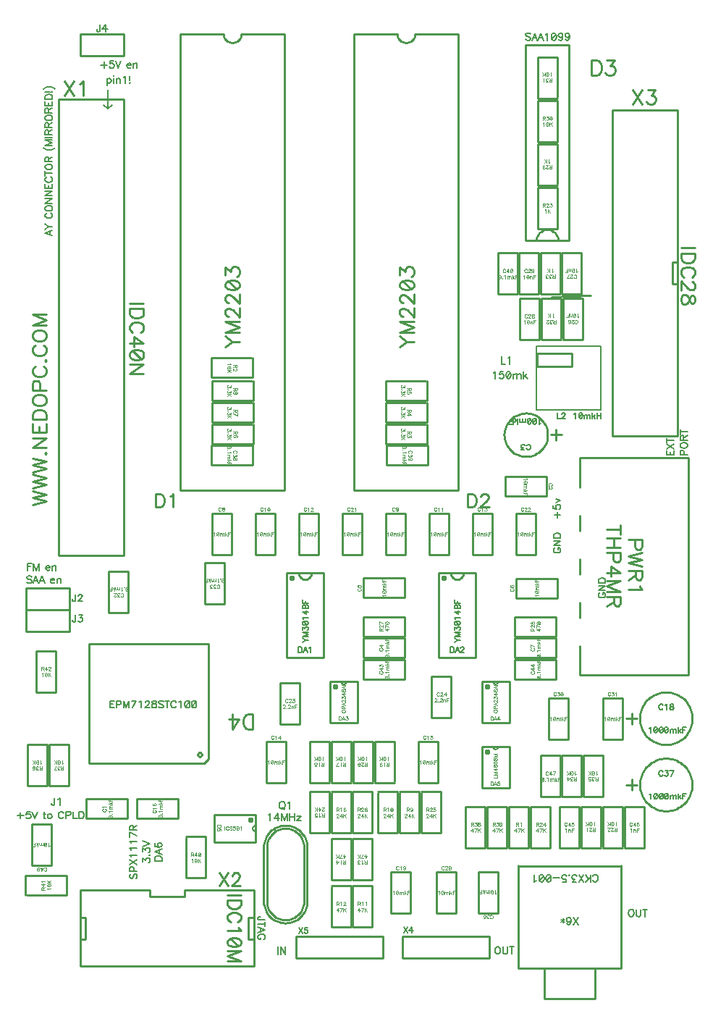
<source format=gto>
G04*
G04  File:            TURBOFMPRO_B.GTO, Thu Nov 11 21:08:36 2021*
G04  Source:          P-CAD 2006 PCB, Version 19.02.958, (Z:\home\lvd\d\turbofmpro\pcad\TurboFMpro_b.pcb)*
G04  Format:          Gerber Format (RS-274-D), ASCII*
G04*
G04  Format Options:  Absolute Positioning*
G04                   Leading-Zero Suppression*
G04                   Scale Factor 1:1*
G04                   NO Circular Interpolation*
G04                   Millimeter Units*
G04                   Numeric Format: 4.4 (XXXX.XXXX)*
G04                   G54 NOT Used for Aperture Change*
G04                   Apertures Embedded*
G04*
G04  File Options:    Offset = (0.000mm,0.000mm)*
G04                   Drill Symbol Size = 2.032mm*
G04                   No Pad/Via Holes*
G04*
G04  File Contents:   Pads*
G04                   Vias*
G04                   Designators*
G04                   Types*
G04                   Values*
G04                   No Drill Symbols*
G04                   Top Silk*
G04*
%INTURBOFMPRO_B.GTO*%
%ICAS*%
%MOMM*%
G04*
G04  Aperture MACROs for general use --- invoked via D-code assignment *
G04*
G04  General MACRO for flashed round with rotation and/or offset hole *
%AMROTOFFROUND*
1,1,$1,0.0000,0.0000*
1,0,$2,$3,$4*%
G04*
G04  General MACRO for flashed oval (obround) with rotation and/or offset hole *
%AMROTOFFOVAL*
21,1,$1,$2,0.0000,0.0000,$3*
1,1,$4,$5,$6*
1,1,$4,0-$5,0-$6*
1,0,$7,$8,$9*%
G04*
G04  General MACRO for flashed oval (obround) with rotation and no hole *
%AMROTOVALNOHOLE*
21,1,$1,$2,0.0000,0.0000,$3*
1,1,$4,$5,$6*
1,1,$4,0-$5,0-$6*%
G04*
G04  General MACRO for flashed rectangle with rotation and/or offset hole *
%AMROTOFFRECT*
21,1,$1,$2,0.0000,0.0000,$3*
1,0,$4,$5,$6*%
G04*
G04  General MACRO for flashed rectangle with rotation and no hole *
%AMROTRECTNOHOLE*
21,1,$1,$2,0.0000,0.0000,$3*%
G04*
G04  General MACRO for flashed rounded-rectangle *
%AMROUNDRECT*
21,1,$1,$2-$4,0.0000,0.0000,$3*
21,1,$1-$4,$2,0.0000,0.0000,$3*
1,1,$4,$5,$6*
1,1,$4,$7,$8*
1,1,$4,0-$5,0-$6*
1,1,$4,0-$7,0-$8*
1,0,$9,$10,$11*%
G04*
G04  General MACRO for flashed rounded-rectangle with rotation and no hole *
%AMROUNDRECTNOHOLE*
21,1,$1,$2-$4,0.0000,0.0000,$3*
21,1,$1-$4,$2,0.0000,0.0000,$3*
1,1,$4,$5,$6*
1,1,$4,$7,$8*
1,1,$4,0-$5,0-$6*
1,1,$4,0-$7,0-$8*%
G04*
G04  General MACRO for flashed regular polygon *
%AMREGPOLY*
5,1,$1,0.0000,0.0000,$2,$3+$4*
1,0,$5,$6,$7*%
G04*
G04  General MACRO for flashed regular polygon with no hole *
%AMREGPOLYNOHOLE*
5,1,$1,0.0000,0.0000,$2,$3+$4*%
G04*
G04  General MACRO for target *
%AMTARGET*
6,0,0,$1,$2,$3,4,$4,$5,$6*%
G04*
G04  General MACRO for mounting hole *
%AMMTHOLE*
1,1,$1,0,0*
1,0,$2,0,0*
$1=$1-$2*
$1=$1/2*
21,1,$2+$1,$3,0,0,$4*
21,1,$3,$2+$1,0,0,$4*%
G04*
G04*
G04  D10 : "Ellipse X0.254mm Y0.254mm H0.000mm 0.0deg (0.000mm,0.000mm) Draw"*
G04  Disc: OuterDia=0.2540*
%ADD10C, 0.2540*%
G04  D11 : "Ellipse X0.381mm Y0.381mm H0.000mm 0.0deg (0.000mm,0.000mm) Draw"*
G04  Disc: OuterDia=0.3810*
%ADD11C, 0.3810*%
G04  D12 : "Ellipse X0.500mm Y0.500mm H0.000mm 0.0deg (0.000mm,0.000mm) Draw"*
G04  Disc: OuterDia=0.5000*
%ADD12C, 0.5000*%
G04  D13 : "Ellipse X0.100mm Y0.100mm H0.000mm 0.0deg (0.000mm,0.000mm) Draw"*
G04  Disc: OuterDia=0.1000*
%ADD13C, 0.1000*%
G04  D14 : "Ellipse X1.000mm Y1.000mm H0.000mm 0.0deg (0.000mm,0.000mm) Draw"*
G04  Disc: OuterDia=1.0000*
%ADD14C, 1.0000*%
G04  D15 : "Ellipse X0.127mm Y0.127mm H0.000mm 0.0deg (0.000mm,0.000mm) Draw"*
G04  Disc: OuterDia=0.1270*
%ADD15C, 0.1270*%
G04  D16 : "Ellipse X0.150mm Y0.150mm H0.000mm 0.0deg (0.000mm,0.000mm) Draw"*
G04  Disc: OuterDia=0.1500*
%ADD16C, 0.1500*%
G04  D17 : "Ellipse X0.200mm Y0.200mm H0.000mm 0.0deg (0.000mm,0.000mm) Draw"*
G04  Disc: OuterDia=0.2000*
%ADD17C, 0.2000*%
G04  D18 : "Ellipse X0.250mm Y0.250mm H0.000mm 0.0deg (0.000mm,0.000mm) Draw"*
G04  Disc: OuterDia=0.2500*
%ADD18C, 0.2500*%
G04  D19 : "Ellipse X2.581mm Y2.581mm H0.000mm 0.0deg (0.000mm,0.000mm) Flash"*
G04  Disc: OuterDia=2.5810*
%ADD19C, 2.5810*%
G04  D20 : "Ellipse X2.800mm Y2.800mm H0.000mm 0.0deg (0.000mm,0.000mm) Flash"*
G04  Disc: OuterDia=2.8000*
%ADD20C, 2.8000*%
G04  D21 : "Ellipse X3.181mm Y3.181mm H0.000mm 0.0deg (0.000mm,0.000mm) Flash"*
G04  Disc: OuterDia=3.1810*
%ADD21C, 3.1810*%
G04  D22 : "Ellipse X1.500mm Y1.500mm H0.000mm 0.0deg (0.000mm,0.000mm) Flash"*
G04  Disc: OuterDia=1.5000*
%ADD22C, 1.5000*%
G04  D23 : "Ellipse X1.524mm Y1.524mm H0.000mm 0.0deg (0.000mm,0.000mm) Flash"*
G04  Disc: OuterDia=1.5240*
%ADD23C, 1.5240*%
G04  D24 : "Ellipse X1.600mm Y1.600mm H0.000mm 0.0deg (0.000mm,0.000mm) Flash"*
G04  Disc: OuterDia=1.6000*
%ADD24C, 1.6000*%
G04  D25 : "Ellipse X1.700mm Y1.700mm H0.000mm 0.0deg (0.000mm,0.000mm) Flash"*
G04  Disc: OuterDia=1.7000*
%ADD25C, 1.7000*%
G04  D26 : "Ellipse X1.750mm Y1.750mm H0.000mm 0.0deg (0.000mm,0.000mm) Flash"*
G04  Disc: OuterDia=1.7500*
%ADD26C, 1.7500*%
G04  D27 : "Ellipse X1.881mm Y1.881mm H0.000mm 0.0deg (0.000mm,0.000mm) Flash"*
G04  Disc: OuterDia=1.8810*
%ADD27C, 1.8810*%
G04  D28 : "Ellipse X1.905mm Y1.905mm H0.000mm 0.0deg (0.000mm,0.000mm) Flash"*
G04  Disc: OuterDia=1.9050*
%ADD28C, 1.9050*%
G04  D29 : "Ellipse X1.981mm Y1.981mm H0.000mm 0.0deg (0.000mm,0.000mm) Flash"*
G04  Disc: OuterDia=1.9810*
%ADD29C, 1.9810*%
G04  D30 : "Ellipse X2.081mm Y2.081mm H0.000mm 0.0deg (0.000mm,0.000mm) Flash"*
G04  Disc: OuterDia=2.0810*
%ADD30C, 2.0810*%
G04  D31 : "Ellipse X2.131mm Y2.131mm H0.000mm 0.0deg (0.000mm,0.000mm) Flash"*
G04  Disc: OuterDia=2.1310*
%ADD31C, 2.1310*%
G04  D32 : "Ellipse X2.200mm Y2.200mm H0.000mm 0.0deg (0.000mm,0.000mm) Flash"*
G04  Disc: OuterDia=2.2000*
%ADD32C, 2.2000*%
G04  D33 : "Rounded Rectangle X2.800mm Y7.000mm H0.000mm 0.0deg (0.000mm,0.000mm) Flash"*
G04  RoundRct: DimX=2.8000, DimY=7.0000, CornerRad=0.7000, Rotation=0.0, OffsetX=0.0000, OffsetY=0.0000, HoleDia=0.0000 *
%ADD33ROUNDRECTNOHOLE, 2.8000 X7.0000 X0.0 X1.4000 X-0.7000 X-2.8000 X-0.7000 X2.8000*%
G04  D34 : "Rounded Rectangle X3.000mm Y1.600mm H0.000mm 0.0deg (0.000mm,0.000mm) Flash"*
G04  RoundRct: DimX=3.0000, DimY=1.6000, CornerRad=0.4000, Rotation=0.0, OffsetX=0.0000, OffsetY=0.0000, HoleDia=0.0000 *
%ADD34ROUNDRECTNOHOLE, 3.0000 X1.6000 X0.0 X0.8000 X-1.1000 X-0.4000 X-1.1000 X0.4000*%
G04  D35 : "Rounded Rectangle X3.181mm Y7.381mm H0.000mm 0.0deg (0.000mm,0.000mm) Flash"*
G04  RoundRct: DimX=3.1810, DimY=7.3810, CornerRad=0.7953, Rotation=0.0, OffsetX=0.0000, OffsetY=0.0000, HoleDia=0.0000 *
%ADD35ROUNDRECTNOHOLE, 3.1810 X7.3810 X0.0 X1.5905 X-0.7953 X-2.8952 X-0.7953 X2.8952*%
G04  D36 : "Rounded Rectangle X3.381mm Y1.981mm H0.000mm 0.0deg (0.000mm,0.000mm) Flash"*
G04  RoundRct: DimX=3.3810, DimY=1.9810, CornerRad=0.4953, Rotation=0.0, OffsetX=0.0000, OffsetY=0.0000, HoleDia=0.0000 *
%ADD36ROUNDRECTNOHOLE, 3.3810 X1.9810 X0.0 X0.9905 X-1.1953 X-0.4953 X-1.1953 X0.4953*%
G04  D37 : "Rounded Rectangle X6.200mm Y5.800mm H0.000mm 0.0deg (0.000mm,0.000mm) Flash"*
G04  RoundRct: DimX=6.2000, DimY=5.8000, CornerRad=1.4500, Rotation=0.0, OffsetX=0.0000, OffsetY=0.0000, HoleDia=0.0000 *
%ADD37ROUNDRECTNOHOLE, 6.2000 X5.8000 X0.0 X2.9000 X-1.6500 X-1.4500 X-1.6500 X1.4500*%
G04  D38 : "Rounded Rectangle X6.581mm Y6.181mm H0.000mm 0.0deg (0.000mm,0.000mm) Flash"*
G04  RoundRct: DimX=6.5810, DimY=6.1810, CornerRad=1.5453, Rotation=0.0, OffsetX=0.0000, OffsetY=0.0000, HoleDia=0.0000 *
%ADD38ROUNDRECTNOHOLE, 6.5810 X6.1810 X0.0 X3.0905 X-1.7453 X-1.5453 X-1.7453 X1.5453*%
G04  D39 : "Rounded Rectangle X0.635mm Y1.270mm H0.000mm 0.0deg (0.000mm,0.000mm) Flash"*
G04  RoundRct: DimX=0.6350, DimY=1.2700, CornerRad=0.1588, Rotation=0.0, OffsetX=0.0000, OffsetY=0.0000, HoleDia=0.0000 *
%ADD39ROUNDRECTNOHOLE, 0.6350 X1.2700 X0.0 X0.3175 X-0.1588 X-0.4763 X-0.1588 X0.4763*%
G04  D40 : "Rounded Rectangle X1.500mm Y2.000mm H0.000mm 0.0deg (0.000mm,0.000mm) Flash"*
G04  RoundRct: DimX=1.5000, DimY=2.0000, CornerRad=0.3750, Rotation=0.0, OffsetX=0.0000, OffsetY=0.0000, HoleDia=0.0000 *
%ADD40ROUNDRECTNOHOLE, 1.5000 X2.0000 X0.0 X0.7500 X-0.3750 X-0.6250 X-0.3750 X0.6250*%
G04  D41 : "Rounded Rectangle X2.000mm Y1.500mm H0.000mm 0.0deg (0.000mm,0.000mm) Flash"*
G04  RoundRct: DimX=2.0000, DimY=1.5000, CornerRad=0.3750, Rotation=0.0, OffsetX=0.0000, OffsetY=0.0000, HoleDia=0.0000 *
%ADD41ROUNDRECTNOHOLE, 2.0000 X1.5000 X0.0 X0.7500 X-0.6250 X-0.3750 X-0.6250 X0.3750*%
G04  D42 : "Rounded Rectangle X1.600mm Y0.300mm H0.000mm 0.0deg (0.000mm,0.000mm) Flash"*
G04  RoundRct: DimX=1.6000, DimY=0.3000, CornerRad=0.0750, Rotation=0.0, OffsetX=0.0000, OffsetY=0.0000, HoleDia=0.0000 *
%ADD42ROUNDRECTNOHOLE, 1.6000 X0.3000 X0.0 X0.1500 X-0.7250 X-0.0750 X-0.7250 X0.0750*%
G04  D43 : "Rounded Rectangle X0.300mm Y1.600mm H0.000mm 0.0deg (0.000mm,0.000mm) Flash"*
G04  RoundRct: DimX=0.3000, DimY=1.6000, CornerRad=0.0750, Rotation=0.0, OffsetX=0.0000, OffsetY=0.0000, HoleDia=0.0000 *
%ADD43ROUNDRECTNOHOLE, 0.3000 X1.6000 X0.0 X0.1500 X-0.0750 X-0.7250 X-0.0750 X0.7250*%
G04  D44 : "Rounded Rectangle X1.016mm Y1.651mm H0.000mm 0.0deg (0.000mm,0.000mm) Flash"*
G04  RoundRct: DimX=1.0160, DimY=1.6510, CornerRad=0.2540, Rotation=0.0, OffsetX=0.0000, OffsetY=0.0000, HoleDia=0.0000 *
%ADD44ROUNDRECTNOHOLE, 1.0160 X1.6510 X0.0 X0.5080 X-0.2540 X-0.5715 X-0.2540 X0.5715*%
G04  D45 : "Rounded Rectangle X1.881mm Y2.381mm H0.000mm 0.0deg (0.000mm,0.000mm) Flash"*
G04  RoundRct: DimX=1.8810, DimY=2.3810, CornerRad=0.4703, Rotation=0.0, OffsetX=0.0000, OffsetY=0.0000, HoleDia=0.0000 *
%ADD45ROUNDRECTNOHOLE, 1.8810 X2.3810 X0.0 X0.9405 X-0.4703 X-0.7203 X-0.4703 X0.7203*%
G04  D46 : "Rounded Rectangle X2.381mm Y1.881mm H0.000mm 0.0deg (0.000mm,0.000mm) Flash"*
G04  RoundRct: DimX=2.3810, DimY=1.8810, CornerRad=0.4703, Rotation=0.0, OffsetX=0.0000, OffsetY=0.0000, HoleDia=0.0000 *
%ADD46ROUNDRECTNOHOLE, 2.3810 X1.8810 X0.0 X0.9405 X-0.7203 X-0.4703 X-0.7203 X0.4703*%
G04  D47 : "Rounded Rectangle X1.981mm Y0.681mm H0.000mm 0.0deg (0.000mm,0.000mm) Flash"*
G04  RoundRct: DimX=1.9810, DimY=0.6810, CornerRad=0.1703, Rotation=0.0, OffsetX=0.0000, OffsetY=0.0000, HoleDia=0.0000 *
%ADD47ROUNDRECTNOHOLE, 1.9810 X0.6810 X0.0 X0.3405 X-0.8203 X-0.1703 X-0.8203 X0.1703*%
G04  D48 : "Rounded Rectangle X0.681mm Y1.981mm H0.000mm 0.0deg (0.000mm,0.000mm) Flash"*
G04  RoundRct: DimX=0.6810, DimY=1.9810, CornerRad=0.1703, Rotation=0.0, OffsetX=0.0000, OffsetY=0.0000, HoleDia=0.0000 *
%ADD48ROUNDRECTNOHOLE, 0.6810 X1.9810 X0.0 X0.3405 X-0.1703 X-0.8203 X-0.1703 X0.8203*%
G04  D49 : "Rounded Rectangle X2.000mm Y2.000mm H0.000mm 0.0deg (0.000mm,0.000mm) Flash"*
G04  RoundRct: DimX=2.0000, DimY=2.0000, CornerRad=0.5000, Rotation=0.0, OffsetX=0.0000, OffsetY=0.0000, HoleDia=0.0000 *
%ADD49ROUNDRECTNOHOLE, 2.0000 X2.0000 X0.0 X1.0000 X-0.5000 X-0.5000 X-0.5000 X0.5000*%
G04  D50 : "Rounded Rectangle X2.032mm Y0.660mm H0.000mm 0.0deg (0.000mm,0.000mm) Flash"*
G04  RoundRct: DimX=2.0320, DimY=0.6604, CornerRad=0.1651, Rotation=0.0, OffsetX=0.0000, OffsetY=0.0000, HoleDia=0.0000 *
%ADD50ROUNDRECTNOHOLE, 2.0320 X0.6604 X0.0 X0.3302 X-0.8509 X-0.1651 X-0.8509 X0.1651*%
G04  D51 : "Rounded Rectangle X0.660mm Y2.032mm H0.000mm 0.0deg (0.000mm,0.000mm) Flash"*
G04  RoundRct: DimX=0.6604, DimY=2.0320, CornerRad=0.1651, Rotation=0.0, OffsetX=0.0000, OffsetY=0.0000, HoleDia=0.0000 *
%ADD51ROUNDRECTNOHOLE, 0.6604 X2.0320 X0.0 X0.3302 X-0.1651 X-0.8509 X-0.1651 X0.8509*%
G04  D52 : "Rounded Rectangle X2.381mm Y2.381mm H0.000mm 0.0deg (0.000mm,0.000mm) Flash"*
G04  RoundRct: DimX=2.3810, DimY=2.3810, CornerRad=0.5953, Rotation=0.0, OffsetX=0.0000, OffsetY=0.0000, HoleDia=0.0000 *
%ADD52ROUNDRECTNOHOLE, 2.3810 X2.3810 X0.0 X1.1905 X-0.5953 X-0.5953 X-0.5953 X0.5953*%
G04  D53 : "Rounded Rectangle X2.413mm Y1.041mm H0.000mm 0.0deg (0.000mm,0.000mm) Flash"*
G04  RoundRct: DimX=2.4130, DimY=1.0414, CornerRad=0.2604, Rotation=0.0, OffsetX=0.0000, OffsetY=0.0000, HoleDia=0.0000 *
%ADD53ROUNDRECTNOHOLE, 2.4130 X1.0414 X0.0 X0.5207 X-0.9462 X-0.2604 X-0.9462 X0.2604*%
G04  D54 : "Rounded Rectangle X1.041mm Y2.413mm H0.000mm 0.0deg (0.000mm,0.000mm) Flash"*
G04  RoundRct: DimX=1.0414, DimY=2.4130, CornerRad=0.2604, Rotation=0.0, OffsetX=0.0000, OffsetY=0.0000, HoleDia=0.0000 *
%ADD54ROUNDRECTNOHOLE, 1.0414 X2.4130 X0.0 X0.5207 X-0.2604 X-0.9462 X-0.2604 X0.9462*%
G04  D55 : "Rectangle X1.500mm Y1.500mm H0.000mm 0.0deg (0.000mm,0.000mm) Flash"*
G04  Square: Side=1.5000, Rotation=0.0, OffsetX=0.0000, OffsetY=0.0000, HoleDia=0.0000*
%ADD55R, 1.5000 X1.5000*%
G04  D56 : "Rectangle X1.524mm Y1.524mm H0.000mm 0.0deg (0.000mm,0.000mm) Flash"*
G04  Square: Side=1.5240, Rotation=0.0, OffsetX=0.0000, OffsetY=0.0000, HoleDia=0.0000*
%ADD56R, 1.5240 X1.5240*%
G04  D57 : "Rectangle X1.600mm Y1.600mm H0.000mm 0.0deg (0.000mm,0.000mm) Flash"*
G04  Square: Side=1.6000, Rotation=0.0, OffsetX=0.0000, OffsetY=0.0000, HoleDia=0.0000*
%ADD57R, 1.6000 X1.6000*%
G04  D58 : "Rectangle X1.700mm Y1.700mm H0.000mm 0.0deg (0.000mm,0.000mm) Flash"*
G04  Square: Side=1.7000, Rotation=0.0, OffsetX=0.0000, OffsetY=0.0000, HoleDia=0.0000*
%ADD58R, 1.7000 X1.7000*%
G04  D59 : "Rectangle X1.750mm Y1.750mm H0.000mm 0.0deg (0.000mm,0.000mm) Flash"*
G04  Square: Side=1.7500, Rotation=0.0, OffsetX=0.0000, OffsetY=0.0000, HoleDia=0.0000*
%ADD59R, 1.7500 X1.7500*%
G04  D60 : "Rectangle X1.881mm Y1.881mm H0.000mm 0.0deg (0.000mm,0.000mm) Flash"*
G04  Square: Side=1.8810, Rotation=0.0, OffsetX=0.0000, OffsetY=0.0000, HoleDia=0.0000*
%ADD60R, 1.8810 X1.8810*%
G04  D61 : "Rectangle X1.905mm Y1.905mm H0.000mm 0.0deg (0.000mm,0.000mm) Flash"*
G04  Square: Side=1.9050, Rotation=0.0, OffsetX=0.0000, OffsetY=0.0000, HoleDia=0.0000*
%ADD61R, 1.9050 X1.9050*%
G04  D62 : "Rectangle X1.981mm Y1.981mm H0.000mm 0.0deg (0.000mm,0.000mm) Flash"*
G04  Square: Side=1.9810, Rotation=0.0, OffsetX=0.0000, OffsetY=0.0000, HoleDia=0.0000*
%ADD62R, 1.9810 X1.9810*%
G04  D63 : "Rectangle X2.081mm Y2.081mm H0.000mm 0.0deg (0.000mm,0.000mm) Flash"*
G04  Square: Side=2.0810, Rotation=0.0, OffsetX=0.0000, OffsetY=0.0000, HoleDia=0.0000*
%ADD63R, 2.0810 X2.0810*%
G04  D64 : "Rectangle X2.131mm Y2.131mm H0.000mm 0.0deg (0.000mm,0.000mm) Flash"*
G04  Square: Side=2.1310, Rotation=0.0, OffsetX=0.0000, OffsetY=0.0000, HoleDia=0.0000*
%ADD64R, 2.1310 X2.1310*%
G04  D65 : "Ellipse X2.900mm Y2.900mm H0.000mm 0.0deg (0.000mm,0.000mm) Flash"*
G04  Disc: OuterDia=2.9000*
%ADD65C, 2.9000*%
G04  D66 : "Ellipse X3.281mm Y3.281mm H0.000mm 0.0deg (0.000mm,0.000mm) Flash"*
G04  Disc: OuterDia=3.2810*
%ADD66C, 3.2810*%
G04  D67 : "Ellipse X4.500mm Y4.500mm H0.000mm 0.0deg (0.000mm,0.000mm) Flash"*
G04  Disc: OuterDia=4.5000*
%ADD67C, 4.5000*%
G04  D68 : "Ellipse X4.881mm Y4.881mm H0.000mm 0.0deg (0.000mm,0.000mm) Flash"*
G04  Disc: OuterDia=4.8810*
%ADD68C, 4.8810*%
G04  D69 : "Ellipse X1.016mm Y1.016mm H0.000mm 0.0deg (0.000mm,0.000mm) Flash"*
G04  Disc: OuterDia=1.0160*
%ADD69C, 1.0160*%
G04  D70 : "Ellipse X1.397mm Y1.397mm H0.000mm 0.0deg (0.000mm,0.000mm) Flash"*
G04  Disc: OuterDia=1.3970*
%ADD70C, 1.3970*%
G04*
%FSLAX44Y44*%
%SFA1B1*%
%OFA0.000B0.000*%
G04*
G71*
G90*
G01*
D2*
%LNTop Silk*%
D15*
X2178490Y1133968*
X2173331D1*
Y1125634*
Y1130000D2*
X2176506D1*
X2186825Y1125634D2*
Y1133968D1*
X2183650Y1125634*
X2180475Y1133968*
Y1125634*
X2194762Y1128809D2*
X2199525D1*
Y1129603*
X2199128Y1130397*
X2198731Y1130793*
X2197937Y1131190*
X2196747*
X2195953Y1130793*
X2195159Y1130000*
X2194762Y1128809*
Y1128015*
X2195159Y1126825*
X2195953Y1126031*
X2196747Y1125634*
X2197937*
X2198731Y1126031*
X2199525Y1126825*
X2202303Y1131190D2*
Y1125634D1*
Y1129603D2*
X2203493Y1130793D1*
X2204287Y1131190*
X2205478*
X2206271Y1130793*
X2206668Y1129603*
Y1125634*
D2*
D17*
X2272500Y1670000*
X2267500Y1665000D1*
X2262500Y1670000D2*
X2267500Y1665000D1*
D2*
D15*
X2451271Y716758*
X2444830D1*
X2443623Y717161*
X2443220Y717563*
X2442817Y718368*
Y719173*
X2443220Y719978*
X2443623Y720381*
X2444830Y720783*
X2445635*
X2451271Y711927D2*
X2442817D1*
X2451271Y714745D2*
Y709110D1*
X2442817Y701864D2*
X2451271Y705084D1*
X2442817Y708305*
X2445635Y707097D2*
Y703071D1*
X2449258Y694216D2*
X2450063Y694618D1*
X2450868Y695423*
X2451271Y696228*
Y697838*
X2450868Y698643*
X2450063Y699449*
X2449258Y699851*
X2448051Y700254*
X2446038*
X2444830Y699851*
X2444025Y699449*
X2443220Y698643*
X2442817Y697838*
Y696228*
X2443220Y695423*
X2444025Y694618*
X2444830Y694216*
X2446038*
Y696228*
X2790515Y1151943D2*
X2789721Y1151546D1*
X2788928Y1150753*
X2788531Y1149959*
Y1148371*
X2788928Y1147578*
X2789721Y1146784*
X2790515Y1146387*
X2791706Y1145990*
X2793690*
X2794881Y1146387*
X2795674Y1146784*
X2796468Y1147578*
X2796865Y1148371*
Y1149959*
X2796468Y1150753*
X2795674Y1151546*
X2794881Y1151943*
X2793690*
Y1149959*
X2788531Y1160278D2*
X2796865D1*
X2788531Y1154721*
X2796865*
X2788531Y1163453D2*
X2796865D1*
Y1166231*
X2796468Y1167421*
X2795674Y1168215*
X2794881Y1168612*
X2793690Y1169009*
X2791706*
X2790515Y1168612*
X2789721Y1168215*
X2788928Y1167421*
X2788531Y1166231*
Y1163453*
X2789559Y1190440D2*
X2796820D1*
X2793189Y1186810D2*
Y1194071D1*
X2788349Y1201735D2*
Y1197701D1*
X2791979Y1197298*
X2791576Y1197701*
X2791172Y1198911*
Y1200121*
X2791576Y1201332*
X2792382Y1202138*
X2793592Y1202542*
X2794399*
X2795609Y1202138*
X2796416Y1201332*
X2796820Y1200121*
Y1198911*
X2796416Y1197701*
X2796013Y1197298*
X2795206Y1196894*
X2791172Y1204559D2*
X2796820Y1206979D1*
X2791172Y1209399*
X2843015Y1099443D2*
X2842221Y1099046D1*
X2841428Y1098253*
X2841031Y1097459*
Y1095871*
X2841428Y1095078*
X2842221Y1094284*
X2843015Y1093887*
X2844206Y1093490*
X2846190*
X2847381Y1093887*
X2848174Y1094284*
X2848968Y1095078*
X2849365Y1095871*
Y1097459*
X2848968Y1098253*
X2848174Y1099046*
X2847381Y1099443*
X2846190*
Y1097459*
X2841031Y1107778D2*
X2849365D1*
X2841031Y1102221*
X2849365*
X2841031Y1110953D2*
X2849365D1*
Y1113731*
X2848968Y1114921*
X2848174Y1115715*
X2847381Y1116112*
X2846190Y1116509*
X2844206*
X2843015Y1116112*
X2842221Y1115715*
X2841428Y1114921*
X2841031Y1113731*
Y1110953*
X2921012Y1265746D2*
Y1260587D1*
X2929346*
Y1265746*
X2924981Y1260587D2*
Y1263762D1*
X2921012Y1267731D2*
X2929346Y1273287D1*
X2921012D2*
X2929346Y1267731D1*
X2921012Y1277653D2*
X2929346D1*
X2921012Y1274874D2*
Y1280431D1*
X2941253Y1260587D2*
Y1264159D1*
X2940856Y1265350*
X2940459Y1265746*
X2939665Y1266143*
X2938475*
X2937681Y1265746*
X2937284Y1265350*
X2936887Y1264159*
Y1260587*
X2945221*
X2936887Y1270906D2*
X2937284Y1270112D1*
X2938078Y1269318*
X2938871Y1268921*
X2940062Y1268524*
X2942046*
X2943237Y1268921*
X2944031Y1269318*
X2944825Y1270112*
X2945221Y1270906*
Y1272493*
X2944825Y1273287*
X2944031Y1274081*
X2943237Y1274478*
X2942046Y1274874*
X2940062*
X2938871Y1274478*
X2938078Y1274081*
X2937284Y1273287*
X2936887Y1272493*
Y1270906*
X2940856Y1277653D2*
Y1281224D1*
X2940459Y1282415*
X2940062Y1282812*
X2939268Y1283209*
X2938475*
X2937681Y1282812*
X2937284Y1282415*
X2936887Y1281224*
Y1277653*
X2945221*
X2940856Y1280431D2*
X2945221Y1283209D1*
X2936887Y1287575D2*
X2945221D1*
X2936887Y1284796D2*
Y1290353D1*
D2*
D17*
X2267500Y1665000*
Y1687500D1*
D2*
D15*
X2466142Y685495*
Y676873D1*
X2475174Y685495D2*
Y676873D1*
X2469426Y685495*
Y676873*
X2202359Y1523354D2*
X2194005Y1520172D1*
X2202359Y1516989*
X2199574Y1518183D2*
Y1522161D1*
X2194005Y1524149D2*
X2197983Y1527332D1*
X2202359*
X2194005Y1530514D2*
X2197983Y1527332D1*
X2195994Y1543242D2*
X2195199Y1542845D1*
X2194403Y1542049*
X2194005Y1541254*
Y1539662*
X2194403Y1538867*
X2195199Y1538071*
X2195994Y1537674*
X2197188Y1537276*
X2199177*
X2200370Y1537674*
X2201165Y1538071*
X2201961Y1538867*
X2202359Y1539662*
Y1541254*
X2201961Y1542049*
X2201165Y1542845*
X2200370Y1543242*
X2194005Y1548016D2*
X2194403Y1547220D1*
X2195199Y1546425*
X2195994Y1546027*
X2197188Y1545629*
X2199177*
X2200370Y1546027*
X2201165Y1546425*
X2201961Y1547220*
X2202359Y1548016*
Y1549607*
X2201961Y1550402*
X2201165Y1551198*
X2200370Y1551596*
X2199177Y1551993*
X2197188*
X2195994Y1551596*
X2195199Y1551198*
X2194403Y1550402*
X2194005Y1549607*
Y1548016*
Y1560347D2*
X2202359D1*
X2194005Y1554778*
X2202359*
X2194005Y1569098D2*
X2202359D1*
X2194005Y1563529*
X2202359*
X2194005Y1577451D2*
Y1572280D1*
X2202359*
Y1577451*
X2197983Y1572280D2*
Y1575462D1*
X2195994Y1585406D2*
X2195199Y1585009D1*
X2194403Y1584213*
X2194005Y1583417*
Y1581826*
X2194403Y1581031*
X2195199Y1580235*
X2195994Y1579837*
X2197188Y1579440*
X2199177*
X2200370Y1579837*
X2201165Y1580235*
X2201961Y1581031*
X2202359Y1581826*
Y1583417*
X2201961Y1584213*
X2201165Y1585009*
X2200370Y1585406*
X2194005Y1589782D2*
X2202359D1*
X2194005Y1586997D2*
Y1592566D1*
Y1596544D2*
X2194403Y1595748D1*
X2195199Y1594953*
X2195994Y1594555*
X2197188Y1594157*
X2199177*
X2200370Y1594555*
X2201165Y1594953*
X2201961Y1595748*
X2202359Y1596544*
Y1598135*
X2201961Y1598931*
X2201165Y1599726*
X2200370Y1600124*
X2199177Y1600522*
X2197188*
X2195994Y1600124*
X2195199Y1599726*
X2194403Y1598931*
X2194005Y1598135*
Y1596544*
X2197983Y1603306D2*
Y1606886D1*
X2197585Y1608079*
X2197188Y1608477*
X2196392Y1608875*
X2195597*
X2194801Y1608477*
X2194403Y1608079*
X2194005Y1606886*
Y1603306*
X2202359*
X2197983Y1606091D2*
X2202359Y1608875D1*
X2192414Y1619615D2*
X2193210Y1618819D1*
X2194403Y1618024*
X2195994Y1617228*
X2197983Y1616830*
X2199574*
X2201563Y1617228*
X2203154Y1618024*
X2204348Y1618819*
X2205143Y1619615*
X2202359Y1628764D2*
X2194005D1*
X2202359Y1625581*
X2194005Y1622399*
X2202359*
X2194005Y1631946D2*
X2202359D1*
X2197983Y1635128D2*
Y1638708D1*
X2197585Y1639901*
X2197188Y1640299*
X2196392Y1640697*
X2195597*
X2194801Y1640299*
X2194403Y1639901*
X2194005Y1638708*
Y1635128*
X2202359*
X2197983Y1637912D2*
X2202359Y1640697D1*
X2197983Y1643481D2*
Y1647061D1*
X2197585Y1648254*
X2197188Y1648652*
X2196392Y1649050*
X2195597*
X2194801Y1648652*
X2194403Y1648254*
X2194005Y1647061*
Y1643481*
X2202359*
X2197983Y1646266D2*
X2202359Y1649050D1*
X2194005Y1653823D2*
X2194403Y1653028D1*
X2195199Y1652232*
X2195994Y1651834*
X2197188Y1651437*
X2199177*
X2200370Y1651834*
X2201165Y1652232*
X2201961Y1653028*
X2202359Y1653823*
Y1655414*
X2201961Y1656210*
X2201165Y1657005*
X2200370Y1657403*
X2199177Y1657801*
X2197188*
X2195994Y1657403*
X2195199Y1657005*
X2194403Y1656210*
X2194005Y1655414*
Y1653823*
X2197983Y1660585D2*
Y1664165D1*
X2197585Y1665359*
X2197188Y1665756*
X2196392Y1666154*
X2195597*
X2194801Y1665756*
X2194403Y1665359*
X2194005Y1664165*
Y1660585*
X2202359*
X2197983Y1663370D2*
X2202359Y1666154D1*
X2194005Y1674110D2*
Y1668939D1*
X2202359*
Y1674110*
X2197983Y1668939D2*
Y1672121D1*
X2194005Y1676496D2*
X2202359D1*
Y1679281*
X2201961Y1680474*
X2201165Y1681270*
X2200370Y1681667*
X2199177Y1682065*
X2197188*
X2195994Y1681667*
X2195199Y1681270*
X2194403Y1680474*
X2194005Y1679281*
Y1676496*
Y1685247D2*
X2199574D1*
X2201563D2*
X2201961Y1684850D1*
X2202359Y1685247*
X2201961Y1685645*
X2201563Y1685247*
X2192414Y1688430D2*
X2193210Y1689225D1*
X2194403Y1690021*
X2195994Y1690816*
X2197983Y1691214*
X2199574*
X2201563Y1690816*
X2203154Y1690021*
X2204348Y1689225*
X2205143Y1688430*
D2*
D10*
X2178984Y1202483*
X2195711Y1206466D1*
X2178984Y1210449*
X2195711Y1214431*
X2178984Y1218414*
Y1221600D2*
X2195711Y1225583D1*
X2178984Y1229566*
X2195711Y1233548*
X2178984Y1237531*
Y1240717D2*
X2195711Y1244700D1*
X2178984Y1248683*
X2195711Y1252666*
X2178984Y1256648*
X2194118Y1262224D2*
X2194915Y1261428D1*
X2195711Y1262224*
X2194915Y1263021*
X2194118Y1262224*
X2178984Y1280545D2*
X2195711D1*
X2178984Y1269393*
X2195711*
X2178984Y1297272D2*
Y1286917D1*
X2195711*
Y1297272*
X2186949Y1286917D2*
Y1293289D1*
X2178984Y1302051D2*
X2195711D1*
Y1307627*
X2194915Y1310017*
X2193322Y1311610*
X2191728Y1312406*
X2189339Y1313203*
X2185356*
X2182966Y1312406*
X2181373Y1311610*
X2179780Y1310017*
X2178984Y1307627*
Y1302051*
Y1322762D2*
X2179780Y1321168D1*
X2181373Y1319575*
X2182966Y1318779*
X2185356Y1317982*
X2189339*
X2191728Y1318779*
X2193322Y1319575*
X2194915Y1321168*
X2195711Y1322762*
Y1325948*
X2194915Y1327541*
X2193322Y1329134*
X2191728Y1329930*
X2189339Y1330727*
X2185356*
X2182966Y1329930*
X2181373Y1329134*
X2179780Y1327541*
X2178984Y1325948*
Y1322762*
X2187746Y1336303D2*
Y1343472D1*
X2186949Y1345861*
X2186153Y1346658*
X2184560Y1347454*
X2182170*
X2180577Y1346658*
X2179780Y1345861*
X2178984Y1343472*
Y1336303*
X2195711*
X2182966Y1364182D2*
X2181373Y1363385D1*
X2179780Y1361792*
X2178984Y1360199*
Y1357013*
X2179780Y1355420*
X2181373Y1353827*
X2182966Y1353030*
X2185356Y1352234*
X2189339*
X2191728Y1353030*
X2193322Y1353827*
X2194915Y1355420*
X2195711Y1357013*
Y1360199*
X2194915Y1361792*
X2193322Y1363385*
X2191728Y1364182*
X2194118Y1370554D2*
X2194915Y1369758D1*
X2195711Y1370554*
X2194915Y1371351*
X2194118Y1370554*
X2182966Y1388875D2*
X2181373Y1388078D1*
X2179780Y1386485*
X2178984Y1384892*
Y1381706*
X2179780Y1380113*
X2181373Y1378520*
X2182966Y1377723*
X2185356Y1376927*
X2189339*
X2191728Y1377723*
X2193322Y1378520*
X2194915Y1380113*
X2195711Y1381706*
Y1384892*
X2194915Y1386485*
X2193322Y1388078*
X2191728Y1388875*
X2178984Y1398433D2*
X2179780Y1396840D1*
X2181373Y1395247*
X2182966Y1394450*
X2185356Y1393654*
X2189339*
X2191728Y1394450*
X2193322Y1395247*
X2194915Y1396840*
X2195711Y1398433*
Y1401619*
X2194915Y1403212*
X2193322Y1404806*
X2191728Y1405602*
X2189339Y1406399*
X2185356*
X2182966Y1405602*
X2181373Y1404806*
X2179780Y1403212*
X2178984Y1401619*
Y1398433*
X2195711Y1424719D2*
X2178984D1*
X2195711Y1418347*
X2178984Y1411974*
X2195711*
D2*
D15*
X2266587Y1700834*
Y1692500D1*
Y1699643D2*
X2267381Y1700437D1*
X2268175Y1700834*
X2269365*
X2270159Y1700437*
X2270953Y1699643*
X2271350Y1698453*
Y1697659*
X2270953Y1696468*
X2270159Y1695675*
X2269365Y1695278*
X2268175*
X2267381Y1695675*
X2266587Y1696468*
X2273731Y1703612D2*
X2274128Y1703215D1*
X2274524Y1703612*
X2274128Y1704009*
X2273731Y1703612*
X2274128Y1700834D2*
Y1695278D1*
X2277303Y1700834D2*
Y1695278D1*
Y1699246D2*
X2278493Y1700437D1*
X2279287Y1700834*
X2280478*
X2281271Y1700437*
X2281668Y1699246*
Y1695278*
X2285637Y1702025D2*
X2286431Y1702421D1*
X2287621Y1703612*
Y1695278*
X2293178Y1703612D2*
Y1698056D1*
Y1696071D2*
X2292781Y1695675D1*
X2293178Y1695278*
X2293574Y1695675*
X2293178Y1696071*
X2262705Y1720009D2*
Y1712802D1*
X2259101Y1716406D2*
X2266308D1*
X2273915Y1721210D2*
X2269911D1*
X2269511Y1717607*
X2269911Y1718007*
X2271113Y1718408*
X2272314*
X2273515Y1718007*
X2274316Y1717207*
X2274716Y1716005*
Y1715205*
X2274316Y1714003*
X2273515Y1713203*
X2272314Y1712802*
X2271113*
X2269911Y1713203*
X2269511Y1713603*
X2269111Y1714404*
X2276318Y1721210D2*
X2279521Y1712802D1*
X2282724Y1721210*
X2289530Y1716005D2*
X2294335D1*
Y1716806*
X2293935Y1717607*
X2293534Y1718007*
X2292733Y1718408*
X2291532*
X2290732Y1718007*
X2289931Y1717207*
X2289530Y1716005*
Y1715205*
X2289931Y1714003*
X2290732Y1713203*
X2291532Y1712802*
X2292733*
X2293534Y1713203*
X2294335Y1714003*
X2297138Y1718408D2*
Y1712802D1*
Y1716806D2*
X2298339Y1718007D1*
X2299140Y1718408*
X2300341*
X2301142Y1718007*
X2301542Y1716806*
Y1712802*
X2878571Y729112D2*
X2877778Y728715D1*
X2876984Y727921*
X2876587Y727128*
X2876190Y725937*
Y723953*
X2876587Y722762*
X2876984Y721968*
X2877778Y721175*
X2878571Y720778*
X2880159*
X2880953Y721175*
X2881746Y721968*
X2882143Y722762*
X2882540Y723953*
Y725937*
X2882143Y727128*
X2881746Y727921*
X2880953Y728715*
X2880159Y729112*
X2878571*
X2885318D2*
Y723159D1*
X2885715Y721968*
X2886509Y721175*
X2887699Y720778*
X2888493*
X2889684Y721175*
X2890478Y721968*
X2890874Y723159*
Y729112*
X2895637D2*
Y720778D1*
X2892859Y729112D2*
X2898415D1*
X2722571Y685612D2*
X2721778Y685215D1*
X2720984Y684421*
X2720587Y683628*
X2720190Y682437*
Y680453*
X2720587Y679262*
X2720984Y678468*
X2721778Y677675*
X2722571Y677278*
X2724159*
X2724953Y677675*
X2725746Y678468*
X2726143Y679262*
X2726540Y680453*
Y682437*
X2726143Y683628*
X2725746Y684421*
X2724953Y685215*
X2724159Y685612*
X2722571*
X2729318D2*
Y679659D1*
X2729715Y678468*
X2730509Y677675*
X2731699Y677278*
X2732493*
X2733684Y677675*
X2734478Y678468*
X2734874Y679659*
Y685612*
X2739637D2*
Y677278D1*
X2736859Y685612D2*
X2742415D1*
D2*
D10*
X2786000Y1445000*
X2832000Y1447000D1*
D2*
D15*
X2178276Y1117872*
X2177475Y1118674D1*
X2176273Y1119074*
X2174671*
X2173469Y1118674*
X2172667Y1117872*
Y1117071*
X2173068Y1116270*
X2173469Y1115869*
X2174270Y1115468*
X2176674Y1114667*
X2177475Y1114266*
X2177876Y1113866*
X2178276Y1113064*
Y1111862*
X2177475Y1111061*
X2176273Y1110660*
X2174671*
X2173469Y1111061*
X2172667Y1111862*
X2186289Y1110660D2*
X2183084Y1119074D1*
X2179879Y1110660*
X2181081Y1113465D2*
X2185087D1*
X2193501Y1110660D2*
X2190296Y1119074D1*
X2187091Y1110660*
X2188293Y1113465D2*
X2192299D1*
X2200312Y1113866D2*
X2205120D1*
Y1114667*
X2204720Y1115468*
X2204319Y1115869*
X2203518Y1116270*
X2202316*
X2201514Y1115869*
X2200713Y1115068*
X2200312Y1113866*
Y1113064*
X2200713Y1111862*
X2201514Y1111061*
X2202316Y1110660*
X2203518*
X2204319Y1111061*
X2205120Y1111862*
X2207925Y1116270D2*
Y1110660D1*
Y1114667D2*
X2209127Y1115869D1*
X2209928Y1116270*
X2211130*
X2211931Y1115869*
X2212332Y1114667*
Y1110660*
D2*
D18*
X2178570Y780870*
X2201430D1*
Y829130D2*
X2178570D1*
X2201430Y780870D2*
Y829130D1*
X2178570D2*
Y780870D1*
D2*
D13*
X2192420Y775158*
X2192622Y774754D1*
X2193026Y774351*
X2193429Y774149*
X2194236*
X2194640Y774351*
X2195043Y774754*
X2195245Y775158*
X2195447Y775763*
Y776772*
X2195245Y777377*
X2195043Y777780*
X2194640Y778184*
X2194236Y778386*
X2193429*
X2193026Y778184*
X2192622Y777780*
X2192420Y777377*
X2189193Y778386D2*
Y774149D1*
X2191210Y776973*
X2188184*
X2184553Y775561D2*
X2184754Y776166D1*
X2185158Y776570*
X2185763Y776772*
X2185965*
X2186570Y776570*
X2186973Y776166*
X2187175Y775561*
Y775359*
X2186973Y774754*
X2186570Y774351*
X2185965Y774149*
X2185763*
X2185158Y774351*
X2184754Y774754*
X2184553Y775561*
Y776570*
X2184754Y777579*
X2185158Y778184*
X2185763Y778386*
X2186166*
X2186772Y778184*
X2186973Y777780*
X2199215Y803862D2*
X2198815Y803662D1*
X2198214Y803061*
Y807268*
X2194607Y803061D2*
X2195208Y803261D1*
X2195609Y803862*
X2195809Y804864*
Y805465*
X2195609Y806467*
X2195208Y807068*
X2194607Y807268*
X2194207*
X2193606Y807068*
X2193205Y806467*
X2193005Y805465*
Y804864*
X2193205Y803862*
X2193606Y803261*
X2194207Y803061*
X2194607*
X2193205Y803862D2*
X2195609Y806467D1*
X2191602Y804463D2*
Y807268D1*
Y805265D2*
X2191001Y804664D1*
X2190600Y804463*
X2189999*
X2189599Y804664*
X2189398Y805265*
Y807268*
Y805265D2*
X2188797Y804664D1*
X2188397Y804463*
X2187796*
X2187395Y804664*
X2187195Y805265*
Y807268*
X2185592Y803061D2*
Y807268D1*
X2183588Y804463D2*
X2185592Y806467D1*
X2184791Y805665D2*
X2183388Y807268D1*
X2179582Y803061D2*
X2182186D1*
Y807268*
Y805064D2*
X2180583D1*
D2*
D10*
D18*
X2381070Y1085870*
X2403930D1*
Y1134130D2*
X2381070D1*
X2403930Y1085870D2*
Y1134130D1*
X2381070D2*
Y1085870D1*
D2*
D13*
X2394920Y1105558*
X2395122Y1105154D1*
X2395526Y1104751*
X2395929Y1104549*
X2396736*
X2397140Y1104751*
X2397543Y1105154*
X2397745Y1105558*
X2397947Y1106163*
Y1107172*
X2397745Y1107777*
X2397543Y1108180*
X2397140Y1108584*
X2396736Y1108786*
X2395929*
X2395526Y1108584*
X2395122Y1108180*
X2394920Y1107777*
X2393306Y1104549D2*
X2391087D1*
X2392298Y1106163*
X2391693*
X2391289Y1106365*
X2391087Y1106566*
X2390886Y1107172*
Y1107575*
X2391087Y1108180*
X2391491Y1108584*
X2392096Y1108786*
X2392701*
X2393306Y1108584*
X2393508Y1108382*
X2393710Y1107979*
X2389272Y1104549D2*
X2387053D1*
X2388263Y1106163*
X2387658*
X2387254Y1106365*
X2387053Y1106566*
X2386851Y1107172*
Y1107575*
X2387053Y1108180*
X2387456Y1108584*
X2388061Y1108786*
X2388666*
X2389272Y1108584*
X2389473Y1108382*
X2389675Y1107979*
X2402108Y1111538D2*
X2402709Y1111738D1*
X2403109Y1112339*
X2403309Y1113340*
Y1113940*
X2403109Y1114941*
X2402709Y1115542*
X2402108Y1115742*
X2401708*
X2401107Y1115542*
X2400707Y1114941*
X2400507Y1113940*
Y1113340*
X2400707Y1112339*
X2401107Y1111738*
X2401708Y1111538*
X2402108*
X2400707Y1112339D2*
X2403109Y1114941D1*
X2398905Y1115341D2*
X2399105Y1115542D1*
X2398905Y1115742*
X2398705Y1115542*
X2398905Y1115341*
X2396703Y1112339D2*
X2396303Y1112139D1*
X2395702Y1111538*
Y1115742*
X2393100Y1112939D2*
Y1115742D1*
Y1113740D2*
X2392499Y1113139D1*
X2392099Y1112939*
X2391499*
X2391098Y1113139*
X2390898Y1113740*
Y1115742*
Y1113740D2*
X2390297Y1113139D1*
X2389897Y1112939*
X2389297*
X2388896Y1113139*
X2388696Y1113740*
Y1115742*
X2387095Y1111538D2*
Y1115742D1*
X2385093Y1112939D2*
X2387095Y1114941D1*
X2386294Y1114140D2*
X2384893Y1115742D1*
X2381089Y1111538D2*
X2383692D1*
Y1115742*
Y1113540D2*
X2382090D1*
D2*
D10*
D18*
X2411730Y1192530*
X2388870D1*
Y1144270D2*
X2411730D1*
X2388870Y1192530D2*
Y1144270D1*
X2411730D2*
Y1192530D1*
D2*
D13*
X2399893Y1198279*
X2399689Y1198686D1*
X2399283Y1199093*
X2398876Y1199296*
X2398062*
X2397655Y1199093*
X2397249Y1198686*
X2397045Y1198279*
X2396842Y1197669*
Y1196652*
X2397045Y1196042*
X2397249Y1195635*
X2397655Y1195228*
X2398062Y1195025*
X2398876*
X2399283Y1195228*
X2399689Y1195635*
X2399893Y1196042*
X2402130Y1199296D2*
X2401520Y1199093D1*
X2401317Y1198686*
Y1198279*
X2401520Y1197873*
X2401927Y1197669*
X2402740Y1197466*
X2403351Y1197262*
X2403757Y1196856*
X2403961Y1196449*
Y1195839*
X2403757Y1195432*
X2403554Y1195228*
X2402944Y1195025*
X2402130*
X2401520Y1195228*
X2401317Y1195432*
X2401113Y1195839*
Y1196449*
X2401317Y1196856*
X2401723Y1197262*
X2402334Y1197466*
X2403147Y1197669*
X2403554Y1197873*
X2403757Y1198279*
Y1198686*
X2403554Y1199093*
X2402944Y1199296*
X2402130*
X2391084Y1169537D2*
X2391484Y1169737D1*
X2392085Y1170338*
Y1166131*
X2395692Y1170338D2*
X2395091Y1170138D1*
X2394690Y1169537*
X2394490Y1168535*
Y1167934*
X2394690Y1166932*
X2395091Y1166331*
X2395692Y1166131*
X2396092*
X2396693Y1166331*
X2397094Y1166932*
X2397294Y1167934*
Y1168535*
X2397094Y1169537*
X2396693Y1170138*
X2396092Y1170338*
X2395692*
X2397094Y1169537D2*
X2394690Y1166932D1*
X2398697Y1168936D2*
Y1166131D1*
Y1168135D2*
X2399298Y1168736D1*
X2399699Y1168936*
X2400300*
X2400700Y1168736*
X2400901Y1168135*
Y1166131*
Y1168135D2*
X2401502Y1168736D1*
X2401902Y1168936*
X2402503*
X2402904Y1168736*
X2403104Y1168135*
Y1166131*
X2404707Y1170338D2*
Y1166131D1*
X2406711Y1168936D2*
X2404707Y1166932D1*
X2405509Y1167734D2*
X2406911Y1166131D1*
X2410718Y1170338D2*
X2408113D1*
Y1166131*
Y1168335D2*
X2409716D1*
D2*
D10*
D18*
X2436630Y1248570*
Y1271430D1*
X2388370D2*
Y1248570D1*
X2436630Y1271430D2*
X2388370D1*
Y1248570D2*
X2436630D1*
D2*
D13*
X2416941Y1262420*
X2417345Y1262622D1*
X2417748Y1263026*
X2417950Y1263429*
Y1264236*
X2417748Y1264640*
X2417345Y1265043*
X2416941Y1265245*
X2416336Y1265447*
X2415327*
X2414722Y1265245*
X2414319Y1265043*
X2413915Y1264640*
X2413713Y1264236*
Y1263429*
X2413915Y1263026*
X2414319Y1262622*
X2414722Y1262420*
X2417950Y1260806D2*
Y1258587D1*
X2416336Y1259798*
Y1259193*
X2416134Y1258789*
X2415933Y1258587*
X2415327Y1258386*
X2414924*
X2414319Y1258587*
X2413915Y1258991*
X2413713Y1259596*
Y1260201*
X2413915Y1260806*
X2414117Y1261008*
X2414520Y1261210*
X2417950Y1256166D2*
X2417748Y1256772D1*
X2417345Y1256973*
X2416941*
X2416538Y1256772*
X2416336Y1256368*
X2416134Y1255561*
X2415933Y1254956*
X2415529Y1254553*
X2415126Y1254351*
X2414520*
X2414117Y1254553*
X2413915Y1254754*
X2413713Y1255359*
Y1256166*
X2413915Y1256772*
X2414117Y1256973*
X2414520Y1257175*
X2415126*
X2415529Y1256973*
X2415933Y1256570*
X2416134Y1255965*
X2416336Y1255158*
X2416538Y1254754*
X2416941Y1254553*
X2417345*
X2417748Y1254754*
X2417950Y1255359*
Y1256166*
X2410961Y1269608D2*
X2410761Y1270209D1*
X2410160Y1270609*
X2409159Y1270809*
X2408559*
X2407558Y1270609*
X2406957Y1270209*
X2406757Y1269608*
Y1269208*
X2406957Y1268607*
X2407558Y1268207*
X2408559Y1268007*
X2409159*
X2410160Y1268207*
X2410761Y1268607*
X2410961Y1269208*
Y1269608*
X2410160Y1268207D2*
X2407558Y1270609D1*
X2407158Y1266405D2*
X2406957Y1266605D1*
X2406757Y1266405*
X2406957Y1266205*
X2407158Y1266405*
X2410160Y1264203D2*
X2410361Y1263803D1*
X2410961Y1263202*
X2406757*
X2409560Y1260600D2*
X2406757D1*
X2408759D2*
X2409360Y1259999D1*
X2409560Y1259599*
Y1258999*
X2409360Y1258598*
X2408759Y1258398*
X2406757*
X2408759D2*
X2409360Y1257797D1*
X2409560Y1257397*
Y1256797*
X2409360Y1256396*
X2408759Y1256196*
X2406757*
X2410961Y1254595D2*
X2406757D1*
X2409560Y1252593D2*
X2407558Y1254595D1*
X2408359Y1253794D2*
X2406757Y1252393D1*
X2410961Y1248589D2*
Y1251192D1*
X2406757*
X2408959D2*
Y1249590D1*
D2*
D10*
D18*
X2437130Y1298770*
Y1321630D1*
X2388870D2*
Y1298770D1*
X2435860Y1321630D2*
X2388870D1*
Y1298770D2*
X2437130D1*
D2*
D13*
X2416462Y1313454*
Y1311623D1*
X2416666Y1311013*
X2416869Y1310810*
X2417276Y1310606*
X2417683*
X2418090Y1310810*
X2418293Y1311013*
X2418496Y1311623*
Y1313454*
X2414225*
X2416462Y1312030D2*
X2414225Y1310606D1*
Y1308572D2*
X2418496Y1306538D1*
Y1309386*
X2411492Y1316238D2*
Y1314024D1*
X2409882Y1315231*
Y1314627*
X2409680Y1314225*
X2409479Y1314024*
X2408875Y1313822*
X2408473*
X2407869Y1314024*
X2407466Y1314426*
X2407265Y1315030*
Y1315634*
X2407466Y1316238*
X2407668Y1316439*
X2408070Y1316640*
X2407668Y1312212D2*
X2407466Y1312414D1*
X2407265Y1312212*
X2407466Y1312011*
X2407668Y1312212*
X2411492Y1310200D2*
Y1307986D1*
X2409882Y1309193*
Y1308589*
X2409680Y1308187*
X2409479Y1307986*
X2408875Y1307784*
X2408473*
X2407869Y1307986*
X2407466Y1308388*
X2407265Y1308992*
Y1309596*
X2407466Y1310200*
X2407668Y1310401*
X2408070Y1310602*
X2411492Y1306375D2*
X2407265D1*
X2411492Y1303558D2*
X2408674Y1306375D1*
X2409680Y1305369D2*
X2407265Y1303558D1*
D2*
D10*
D18*
X2437130Y1324170*
Y1347030D1*
X2388870D2*
Y1324170D1*
X2435860Y1347030D2*
X2388870D1*
Y1324170D2*
X2437130D1*
D2*
D13*
X2416462Y1338854*
Y1337023D1*
X2416666Y1336413*
X2416869Y1336210*
X2417276Y1336006*
X2417683*
X2418090Y1336210*
X2418293Y1336413*
X2418496Y1337023*
Y1338854*
X2414225*
X2416462Y1337430D2*
X2414225Y1336006D1*
X2418496Y1333769D2*
X2418293Y1334379D1*
X2417886Y1334583*
X2417479*
X2417073Y1334379*
X2416869Y1333972*
X2416666Y1333159*
X2416462Y1332549*
X2416056Y1332142*
X2415649Y1331938*
X2415039*
X2414632Y1332142*
X2414428Y1332345*
X2414225Y1332955*
Y1333769*
X2414428Y1334379*
X2414632Y1334583*
X2415039Y1334786*
X2415649*
X2416056Y1334583*
X2416462Y1334176*
X2416666Y1333566*
X2416869Y1332752*
X2417073Y1332345*
X2417479Y1332142*
X2417886*
X2418293Y1332345*
X2418496Y1332955*
Y1333769*
X2411492Y1341638D2*
Y1339424D1*
X2409882Y1340631*
Y1340027*
X2409680Y1339625*
X2409479Y1339424*
X2408875Y1339222*
X2408473*
X2407869Y1339424*
X2407466Y1339826*
X2407265Y1340430*
Y1341034*
X2407466Y1341638*
X2407668Y1341839*
X2408070Y1342040*
X2407668Y1337612D2*
X2407466Y1337814D1*
X2407265Y1337612*
X2407466Y1337411*
X2407668Y1337612*
X2411492Y1335600D2*
Y1333386D1*
X2409882Y1334593*
Y1333989*
X2409680Y1333587*
X2409479Y1333386*
X2408875Y1333184*
X2408473*
X2407869Y1333386*
X2407466Y1333788*
X2407265Y1334392*
Y1334996*
X2407466Y1335600*
X2407668Y1335801*
X2408070Y1336002*
X2411492Y1331775D2*
X2407265D1*
X2411492Y1328958D2*
X2408674Y1331775D1*
X2409680Y1330769D2*
X2407265Y1328958D1*
D2*
D10*
D18*
X2462530Y1192530*
X2439670D1*
Y1144270D2*
X2462530D1*
X2439670Y1192530D2*
Y1144270D1*
X2462530D2*
Y1192530D1*
D2*
D13*
X2448679Y1198241*
X2448477Y1198645D1*
X2448073Y1199048*
X2447670Y1199250*
X2446863*
X2446459Y1199048*
X2446056Y1198645*
X2445854Y1198241*
X2445652Y1197636*
Y1196627*
X2445854Y1196022*
X2446056Y1195619*
X2446459Y1195215*
X2446863Y1195013*
X2447670*
X2448073Y1195215*
X2448477Y1195619*
X2448679Y1196022*
X2450494Y1198443D2*
X2450898Y1198645D1*
X2451503Y1199250*
Y1195013*
X2455134Y1199250D2*
X2454529Y1199048D1*
X2454126Y1198443*
X2453924Y1197434*
Y1196829*
X2454126Y1195820*
X2454529Y1195215*
X2455134Y1195013*
X2455538*
X2456143Y1195215*
X2456546Y1195820*
X2456748Y1196829*
Y1197434*
X2456546Y1198443*
X2456143Y1199048*
X2455538Y1199250*
X2455134*
X2456546Y1198443D2*
X2454126Y1195820D1*
X2441884Y1169537D2*
X2442284Y1169737D1*
X2442885Y1170338*
Y1166131*
X2446492Y1170338D2*
X2445891Y1170138D1*
X2445490Y1169537*
X2445290Y1168535*
Y1167934*
X2445490Y1166932*
X2445891Y1166331*
X2446492Y1166131*
X2446892*
X2447493Y1166331*
X2447894Y1166932*
X2448094Y1167934*
Y1168535*
X2447894Y1169537*
X2447493Y1170138*
X2446892Y1170338*
X2446492*
X2447894Y1169537D2*
X2445490Y1166932D1*
X2449497Y1168936D2*
Y1166131D1*
Y1168135D2*
X2450098Y1168736D1*
X2450499Y1168936*
X2451100*
X2451500Y1168736*
X2451701Y1168135*
Y1166131*
Y1168135D2*
X2452302Y1168736D1*
X2452702Y1168936*
X2453303*
X2453704Y1168736*
X2453904Y1168135*
Y1166131*
X2455507Y1170338D2*
Y1166131D1*
X2457511Y1168936D2*
X2455507Y1166932D1*
X2456309Y1167734D2*
X2457711Y1166131D1*
X2461518Y1170338D2*
X2458913D1*
Y1166131*
Y1168335D2*
X2460516D1*
D2*
D10*
D18*
X2576430Y756630*
X2553570D1*
Y708370D2*
X2576430D1*
X2553570Y755360D2*
Y708370D1*
X2576430D2*
Y756630D1*
D2*
D13*
X2559754Y735933*
X2561570D1*
X2562175Y736134*
X2562377Y736336*
X2562579Y736740*
Y737143*
X2562377Y737547*
X2562175Y737748*
X2561570Y737950*
X2559754*
Y733713*
X2561166Y735933D2*
X2562579Y733713D1*
X2564394Y737143D2*
X2564798Y737345D1*
X2565403Y737950*
Y733713*
X2568429Y737143D2*
X2568833Y737345D1*
X2569438Y737950*
Y733713*
X2561570Y726768D2*
Y731005D1*
X2559552Y728181*
X2562579*
X2564394Y726768D2*
X2566412Y731005D1*
X2563587*
X2567824D2*
Y726768D1*
X2570648Y731005D2*
X2567824Y728181D1*
X2568833Y729189D2*
X2570648Y726768D1*
D2*
D10*
D18*
X2551430Y756630*
X2528570D1*
Y708370D2*
X2551430D1*
X2528570Y755360D2*
Y708370D1*
X2551430D2*
Y756630D1*
D2*
D13*
X2534754Y735933*
X2536570D1*
X2537175Y736134*
X2537377Y736336*
X2537579Y736740*
Y737143*
X2537377Y737547*
X2537175Y737748*
X2536570Y737950*
X2534754*
Y733713*
X2536166Y735933D2*
X2537579Y733713D1*
X2539394Y737143D2*
X2539798Y737345D1*
X2540403Y737950*
Y733713*
X2543026Y736941D2*
Y737143D1*
X2543227Y737547*
X2543429Y737748*
X2543833Y737950*
X2544640*
X2545043Y737748*
X2545245Y737547*
X2545446Y737143*
Y736740*
X2545245Y736336*
X2544841Y735731*
X2542824Y733713*
X2545648*
X2536570Y726768D2*
Y731005D1*
X2534552Y728181*
X2537579*
X2539394Y726768D2*
X2541412Y731005D1*
X2538587*
X2542824D2*
Y726768D1*
X2545648Y731005D2*
X2542824Y728181D1*
X2543833Y729189D2*
X2545648Y726768D1*
D2*
D10*
D18*
X2553570Y763370*
X2576430D1*
Y811630D2*
X2553570D1*
X2576430Y764640D2*
Y811630D1*
X2553570D2*
Y763370D1*
D2*
D13*
X2570245Y784066*
X2568429D1*
X2567824Y783865*
X2567622Y783663*
X2567420Y783259*
Y782856*
X2567622Y782452*
X2567824Y782251*
X2568429Y782049*
X2570245*
Y786286*
X2568833Y784066D2*
X2567420Y786286D1*
X2565605Y782856D2*
X2565201Y782654D1*
X2564596Y782049*
Y786286*
X2561772Y782049D2*
X2559553D1*
X2560763Y783663*
X2560158*
X2559754Y783865*
X2559553Y784066*
X2559351Y784672*
Y785075*
X2559553Y785680*
X2559956Y786084*
X2560561Y786286*
X2561166*
X2561772Y786084*
X2561973Y785882*
X2562175Y785479*
X2568429Y793231D2*
Y788994D1*
X2570447Y791819*
X2567420*
X2565605Y793231D2*
X2563587Y788994D1*
X2566412*
X2562175D2*
Y793231D1*
X2559351Y788994D2*
X2562175Y791819D1*
X2561166Y790810D2*
X2559351Y793231D1*
D2*
D10*
D18*
X2528570Y763370*
X2551430D1*
Y811630D2*
X2528570D1*
X2551430Y764640D2*
Y811630D1*
X2528570D2*
Y763370D1*
D2*
D13*
X2545245Y784066*
X2543429D1*
X2542824Y783865*
X2542622Y783663*
X2542420Y783259*
Y782856*
X2542622Y782452*
X2542824Y782251*
X2543429Y782049*
X2545245*
Y786286*
X2543833Y784066D2*
X2542420Y786286D1*
X2540605Y782856D2*
X2540201Y782654D1*
X2539596Y782049*
Y786286*
X2535158D2*
Y782049D1*
X2537175Y784873*
X2534149*
X2543429Y793231D2*
Y788994D1*
X2545447Y791819*
X2542420*
X2540605Y793231D2*
X2538587Y788994D1*
X2541412*
X2537175D2*
Y793231D1*
X2534351Y788994D2*
X2537175Y791819D1*
X2536166Y790810D2*
X2534351Y793231D1*
D2*
D10*
D18*
X2564130Y1192530*
X2541270D1*
Y1144270D2*
X2564130D1*
X2541270Y1192530D2*
Y1144270D1*
X2564130D2*
Y1192530D1*
D2*
D13*
X2550279Y1198241*
X2550077Y1198645D1*
X2549673Y1199048*
X2549270Y1199250*
X2548463*
X2548059Y1199048*
X2547656Y1198645*
X2547454Y1198241*
X2547252Y1197636*
Y1196627*
X2547454Y1196022*
X2547656Y1195619*
X2548059Y1195215*
X2548463Y1195013*
X2549270*
X2549673Y1195215*
X2550077Y1195619*
X2550279Y1196022*
X2551691Y1198241D2*
Y1198443D1*
X2551893Y1198847*
X2552094Y1199048*
X2552498Y1199250*
X2553305*
X2553708Y1199048*
X2553910Y1198847*
X2554112Y1198443*
Y1198040*
X2553910Y1197636*
X2553506Y1197031*
X2551489Y1195013*
X2554313*
X2556129Y1198443D2*
X2556533Y1198645D1*
X2557138Y1199250*
Y1195013*
X2543484Y1169537D2*
X2543884Y1169737D1*
X2544485Y1170338*
Y1166131*
X2548092Y1170338D2*
X2547491Y1170138D1*
X2547090Y1169537*
X2546890Y1168535*
Y1167934*
X2547090Y1166932*
X2547491Y1166331*
X2548092Y1166131*
X2548492*
X2549093Y1166331*
X2549494Y1166932*
X2549694Y1167934*
Y1168535*
X2549494Y1169537*
X2549093Y1170138*
X2548492Y1170338*
X2548092*
X2549494Y1169537D2*
X2547090Y1166932D1*
X2551097Y1168936D2*
Y1166131D1*
Y1168135D2*
X2551698Y1168736D1*
X2552099Y1168936*
X2552700*
X2553100Y1168736*
X2553301Y1168135*
Y1166131*
Y1168135D2*
X2553902Y1168736D1*
X2554302Y1168936*
X2554903*
X2555304Y1168736*
X2555504Y1168135*
Y1166131*
X2557107Y1170338D2*
Y1166131D1*
X2559111Y1168936D2*
X2557107Y1166932D1*
X2557909Y1167734D2*
X2559311Y1166131D1*
X2563118Y1170338D2*
X2560513D1*
Y1166131*
Y1168335D2*
X2562116D1*
D2*
D10*
D18*
X2614930Y1192530*
X2592070D1*
Y1144270D2*
X2614930D1*
X2592070Y1192530D2*
Y1144270D1*
X2614930D2*
Y1192530D1*
D2*
D13*
X2603093Y1198279*
X2602889Y1198686D1*
X2602483Y1199093*
X2602076Y1199296*
X2601262*
X2600855Y1199093*
X2600449Y1198686*
X2600245Y1198279*
X2600042Y1197669*
Y1196652*
X2600245Y1196042*
X2600449Y1195635*
X2600855Y1195228*
X2601262Y1195025*
X2602076*
X2602483Y1195228*
X2602889Y1195635*
X2603093Y1196042*
X2606957Y1197873D2*
X2606754Y1197262D1*
X2606347Y1196856*
X2605737Y1196652*
X2605534*
X2604923Y1196856*
X2604517Y1197262*
X2604313Y1197873*
Y1198076*
X2604517Y1198686*
X2604923Y1199093*
X2605534Y1199296*
X2605737*
X2606347Y1199093*
X2606754Y1198686*
X2606957Y1197873*
Y1196856*
X2606754Y1195839*
X2606347Y1195228*
X2605737Y1195025*
X2605330*
X2604720Y1195228*
X2604517Y1195635*
X2594284Y1169537D2*
X2594684Y1169737D1*
X2595285Y1170338*
Y1166131*
X2598892Y1170338D2*
X2598291Y1170138D1*
X2597890Y1169537*
X2597690Y1168535*
Y1167934*
X2597890Y1166932*
X2598291Y1166331*
X2598892Y1166131*
X2599292*
X2599893Y1166331*
X2600294Y1166932*
X2600494Y1167934*
Y1168535*
X2600294Y1169537*
X2599893Y1170138*
X2599292Y1170338*
X2598892*
X2600294Y1169537D2*
X2597890Y1166932D1*
X2601897Y1168936D2*
Y1166131D1*
Y1168135D2*
X2602498Y1168736D1*
X2602899Y1168936*
X2603500*
X2603900Y1168736*
X2604101Y1168135*
Y1166131*
Y1168135D2*
X2604702Y1168736D1*
X2605102Y1168936*
X2605703*
X2606104Y1168736*
X2606304Y1168135*
Y1166131*
X2607907Y1170338D2*
Y1166131D1*
X2609911Y1168936D2*
X2607907Y1166932D1*
X2608709Y1167734D2*
X2610111Y1166131D1*
X2613918Y1170338D2*
X2611313D1*
Y1166131*
Y1168335D2*
X2612916D1*
D2*
D10*
D18*
X2641630Y1248570*
Y1271430D1*
X2593370D2*
Y1248570D1*
X2641630Y1271430D2*
X2593370D1*
Y1248570D2*
X2641630D1*
D2*
D13*
X2621941Y1262420*
X2622345Y1262622D1*
X2622748Y1263026*
X2622950Y1263429*
Y1264236*
X2622748Y1264640*
X2622345Y1265043*
X2621941Y1265245*
X2621336Y1265447*
X2620327*
X2619722Y1265245*
X2619319Y1265043*
X2618915Y1264640*
X2618713Y1264236*
Y1263429*
X2618915Y1263026*
X2619319Y1262622*
X2619722Y1262420*
X2622950Y1260806D2*
Y1258587D1*
X2621336Y1259798*
Y1259193*
X2621134Y1258789*
X2620933Y1258587*
X2620327Y1258386*
X2619924*
X2619319Y1258587*
X2618915Y1258991*
X2618713Y1259596*
Y1260201*
X2618915Y1260806*
X2619117Y1261008*
X2619520Y1261210*
X2621538Y1254553D2*
X2620933Y1254754D1*
X2620529Y1255158*
X2620327Y1255763*
Y1255965*
X2620529Y1256570*
X2620933Y1256973*
X2621538Y1257175*
X2621740*
X2622345Y1256973*
X2622748Y1256570*
X2622950Y1255965*
Y1255763*
X2622748Y1255158*
X2622345Y1254754*
X2621538Y1254553*
X2620529*
X2619520Y1254754*
X2618915Y1255158*
X2618713Y1255763*
Y1256166*
X2618915Y1256772*
X2619319Y1256973*
X2615961Y1269608D2*
X2615761Y1270209D1*
X2615160Y1270609*
X2614159Y1270809*
X2613559*
X2612558Y1270609*
X2611957Y1270209*
X2611757Y1269608*
Y1269208*
X2611957Y1268607*
X2612558Y1268207*
X2613559Y1268007*
X2614159*
X2615160Y1268207*
X2615761Y1268607*
X2615961Y1269208*
Y1269608*
X2615160Y1268207D2*
X2612558Y1270609D1*
X2612158Y1266405D2*
X2611957Y1266605D1*
X2611757Y1266405*
X2611957Y1266205*
X2612158Y1266405*
X2615160Y1264203D2*
X2615361Y1263803D1*
X2615961Y1263202*
X2611757*
X2614560Y1260600D2*
X2611757D1*
X2613759D2*
X2614360Y1259999D1*
X2614560Y1259599*
Y1258999*
X2614360Y1258598*
X2613759Y1258398*
X2611757*
X2613759D2*
X2614360Y1257797D1*
X2614560Y1257397*
Y1256797*
X2614360Y1256396*
X2613759Y1256196*
X2611757*
X2615961Y1254595D2*
X2611757D1*
X2614560Y1252593D2*
X2612558Y1254595D1*
X2613359Y1253794D2*
X2611757Y1252393D1*
X2615961Y1248589D2*
Y1251192D1*
X2611757*
X2613959D2*
Y1249590D1*
D2*
D10*
D18*
X2640330Y1298770*
Y1321630D1*
X2592070D2*
Y1298770D1*
X2639060Y1321630D2*
X2592070D1*
Y1298770D2*
X2640330D1*
D2*
D13*
X2619662Y1313454*
Y1311623D1*
X2619866Y1311013*
X2620069Y1310810*
X2620476Y1310606*
X2620883*
X2621290Y1310810*
X2621493Y1311013*
X2621696Y1311623*
Y1313454*
X2617425*
X2619662Y1312030D2*
X2617425Y1310606D1*
Y1307352D2*
X2621696D1*
X2618849Y1309386*
Y1306335*
X2614692Y1316238D2*
Y1314024D1*
X2613082Y1315231*
Y1314627*
X2612880Y1314225*
X2612679Y1314024*
X2612075Y1313822*
X2611673*
X2611069Y1314024*
X2610666Y1314426*
X2610465Y1315030*
Y1315634*
X2610666Y1316238*
X2610868Y1316439*
X2611270Y1316640*
X2610868Y1312212D2*
X2610666Y1312414D1*
X2610465Y1312212*
X2610666Y1312011*
X2610868Y1312212*
X2614692Y1310200D2*
Y1307986D1*
X2613082Y1309193*
Y1308589*
X2612880Y1308187*
X2612679Y1307986*
X2612075Y1307784*
X2611673*
X2611069Y1307986*
X2610666Y1308388*
X2610465Y1308992*
Y1309596*
X2610666Y1310200*
X2610868Y1310401*
X2611270Y1310602*
X2614692Y1306375D2*
X2610465D1*
X2614692Y1303558D2*
X2611874Y1306375D1*
X2612880Y1305369D2*
X2610465Y1303558D1*
D2*
D10*
D18*
X2640330Y1324170*
Y1347030D1*
X2592070D2*
Y1324170D1*
X2639060Y1347030D2*
X2592070D1*
Y1324170D2*
X2640330D1*
D2*
D13*
X2619662Y1338854*
Y1337023D1*
X2619866Y1336413*
X2620069Y1336210*
X2620476Y1336006*
X2620883*
X2621290Y1336210*
X2621493Y1336413*
X2621696Y1337023*
Y1338854*
X2617425*
X2619662Y1337430D2*
X2617425Y1336006D1*
X2621696Y1332345D2*
Y1334379D1*
X2619866Y1334583*
X2620069Y1334379*
X2620273Y1333769*
Y1333159*
X2620069Y1332549*
X2619662Y1332142*
X2619052Y1331938*
X2618645*
X2618035Y1332142*
X2617628Y1332549*
X2617425Y1333159*
Y1333769*
X2617628Y1334379*
X2617832Y1334583*
X2618239Y1334786*
X2614692Y1341638D2*
Y1339424D1*
X2613082Y1340631*
Y1340027*
X2612880Y1339625*
X2612679Y1339424*
X2612075Y1339222*
X2611673*
X2611069Y1339424*
X2610666Y1339826*
X2610465Y1340430*
Y1341034*
X2610666Y1341638*
X2610868Y1341839*
X2611270Y1342040*
X2610868Y1337612D2*
X2610666Y1337814D1*
X2610465Y1337612*
X2610666Y1337411*
X2610868Y1337612*
X2614692Y1335600D2*
Y1333386D1*
X2613082Y1334593*
Y1333989*
X2612880Y1333587*
X2612679Y1333386*
X2612075Y1333184*
X2611673*
X2611069Y1333386*
X2610666Y1333788*
X2610465Y1334392*
Y1334996*
X2610666Y1335600*
X2610868Y1335801*
X2611270Y1336002*
X2614692Y1331775D2*
X2610465D1*
X2614692Y1328958D2*
X2611874Y1331775D1*
X2612880Y1330769D2*
X2610465Y1328958D1*
D2*
D10*
D18*
X2716530Y1192530*
X2693670D1*
Y1144270D2*
X2716530D1*
X2693670Y1192530D2*
Y1144270D1*
X2716530D2*
Y1192530D1*
D2*
D13*
X2702679Y1198241*
X2702477Y1198645D1*
X2702073Y1199048*
X2701670Y1199250*
X2700863*
X2700459Y1199048*
X2700056Y1198645*
X2699854Y1198241*
X2699652Y1197636*
Y1196627*
X2699854Y1196022*
X2700056Y1195619*
X2700459Y1195215*
X2700863Y1195013*
X2701670*
X2702073Y1195215*
X2702477Y1195619*
X2702679Y1196022*
X2704494Y1198443D2*
X2704898Y1198645D1*
X2705503Y1199250*
Y1195013*
X2708327Y1199250D2*
X2710546D1*
X2709336Y1197636*
X2709941*
X2710345Y1197434*
X2710546Y1197233*
X2710748Y1196627*
Y1196224*
X2710546Y1195619*
X2710143Y1195215*
X2709538Y1195013*
X2708933*
X2708327Y1195215*
X2708126Y1195417*
X2707924Y1195820*
X2695884Y1169537D2*
X2696284Y1169737D1*
X2696885Y1170338*
Y1166131*
X2700492Y1170338D2*
X2699891Y1170138D1*
X2699490Y1169537*
X2699290Y1168535*
Y1167934*
X2699490Y1166932*
X2699891Y1166331*
X2700492Y1166131*
X2700892*
X2701493Y1166331*
X2701894Y1166932*
X2702094Y1167934*
Y1168535*
X2701894Y1169537*
X2701493Y1170138*
X2700892Y1170338*
X2700492*
X2701894Y1169537D2*
X2699490Y1166932D1*
X2703497Y1168936D2*
Y1166131D1*
Y1168135D2*
X2704098Y1168736D1*
X2704499Y1168936*
X2705100*
X2705500Y1168736*
X2705701Y1168135*
Y1166131*
Y1168135D2*
X2706302Y1168736D1*
X2706702Y1168936*
X2707303*
X2707704Y1168736*
X2707904Y1168135*
Y1166131*
X2709507Y1170338D2*
Y1166131D1*
X2711511Y1168936D2*
X2709507Y1166932D1*
X2710309Y1167734D2*
X2711711Y1166131D1*
X2715518Y1170338D2*
X2712913D1*
Y1166131*
Y1168335D2*
X2714516D1*
D2*
D10*
D18*
X2796430Y909130*
X2773570D1*
Y860870D2*
X2796430D1*
X2773570Y909130D2*
Y860870D1*
X2796430D2*
Y909130D1*
D2*
D13*
X2782579Y889441*
X2782377Y889845D1*
X2781973Y890248*
X2781570Y890450*
X2780763*
X2780359Y890248*
X2779956Y889845*
X2779754Y889441*
X2779552Y888836*
Y887827*
X2779754Y887222*
X2779956Y886819*
X2780359Y886415*
X2780763Y886213*
X2781570*
X2781973Y886415*
X2782377Y886819*
X2782579Y887222*
X2785806Y886213D2*
Y890450D1*
X2783789Y887626*
X2786815*
X2788631Y886213D2*
X2790648Y890450D1*
X2787824*
X2775391Y883461D2*
X2774791Y883261D1*
X2774390Y882660*
X2774190Y881659*
Y881059*
X2774390Y880058*
X2774791Y879457*
X2775391Y879257*
X2775791*
X2776392Y879457*
X2776792Y880058*
X2776993Y881059*
Y881659*
X2776792Y882660*
X2776392Y883261*
X2775791Y883461*
X2775391*
X2776792Y882660D2*
X2774390Y880058D1*
X2778594Y879658D2*
X2778394Y879457D1*
X2778594Y879257*
X2778794Y879457*
X2778594Y879658*
X2780796Y882660D2*
X2781196Y882861D1*
X2781797Y883461*
Y879257*
X2784399Y882060D2*
Y879257D1*
Y881259D2*
X2785000Y881860D1*
X2785400Y882060*
X2786001*
X2786401Y881860*
X2786601Y881259*
Y879257*
Y881259D2*
X2787202Y881860D1*
X2787602Y882060*
X2788202*
X2788603Y881860*
X2788803Y881259*
Y879257*
X2790404Y883461D2*
Y879257D1*
X2792406Y882060D2*
X2790404Y880058D1*
X2791205Y880859D2*
X2792606Y879257D1*
X2796410Y883461D2*
X2793807D1*
Y879257*
Y881459D2*
X2795409D1*
D2*
D10*
D18*
X2805430Y976630*
X2782570D1*
Y928370D2*
X2805430D1*
X2782570Y976630D2*
Y928370D1*
X2805430D2*
Y976630D1*
D2*
D13*
X2791579Y982341*
X2791377Y982745D1*
X2790973Y983148*
X2790570Y983350*
X2789763*
X2789359Y983148*
X2788956Y982745*
X2788754Y982341*
X2788552Y981736*
Y980727*
X2788754Y980122*
X2788956Y979719*
X2789359Y979315*
X2789763Y979113*
X2790570*
X2790973Y979315*
X2791377Y979719*
X2791579Y980122*
X2793193Y983350D2*
X2795412D1*
X2794201Y981736*
X2794806*
X2795210Y981534*
X2795412Y981333*
X2795613Y980727*
Y980324*
X2795412Y979719*
X2795008Y979315*
X2794403Y979113*
X2793798*
X2793193Y979315*
X2792991Y979517*
X2792789Y979920*
X2798034Y983350D2*
X2797429Y983148D1*
X2797026Y982543*
X2796824Y981534*
Y980929*
X2797026Y979920*
X2797429Y979315*
X2798034Y979113*
X2798438*
X2799043Y979315*
X2799446Y979920*
X2799648Y980929*
Y981534*
X2799446Y982543*
X2799043Y983148*
X2798438Y983350*
X2798034*
X2799446Y982543D2*
X2797026Y979920D1*
X2784784Y953637D2*
X2785184Y953837D1*
X2785785Y954438*
Y950231*
X2789392Y954438D2*
X2788791Y954238D1*
X2788390Y953637*
X2788190Y952635*
Y952034*
X2788390Y951032*
X2788791Y950431*
X2789392Y950231*
X2789792*
X2790393Y950431*
X2790794Y951032*
X2790994Y952034*
Y952635*
X2790794Y953637*
X2790393Y954238*
X2789792Y954438*
X2789392*
X2790794Y953637D2*
X2788390Y951032D1*
X2792397Y953036D2*
Y950231D1*
Y952235D2*
X2792998Y952836D1*
X2793399Y953036*
X2794000*
X2794400Y952836*
X2794601Y952235*
Y950231*
Y952235D2*
X2795202Y952836D1*
X2795602Y953036*
X2796203*
X2796604Y952836*
X2796804Y952235*
Y950231*
X2798407Y954438D2*
Y950231D1*
X2800411Y953036D2*
X2798407Y951032D1*
X2799209Y951834D2*
X2800611Y950231D1*
X2804418Y954438D2*
X2801813D1*
Y950231*
Y952435D2*
X2803416D1*
D2*
D10*
D18*
X2767330Y1192530*
X2744470D1*
Y1144270D2*
X2767330D1*
X2744470Y1192530D2*
Y1144270D1*
X2767330D2*
Y1192530D1*
D2*
D13*
X2753479Y1198241*
X2753277Y1198645D1*
X2752873Y1199048*
X2752470Y1199250*
X2751663*
X2751259Y1199048*
X2750856Y1198645*
X2750654Y1198241*
X2750452Y1197636*
Y1196627*
X2750654Y1196022*
X2750856Y1195619*
X2751259Y1195215*
X2751663Y1195013*
X2752470*
X2752873Y1195215*
X2753277Y1195619*
X2753479Y1196022*
X2754891Y1198241D2*
Y1198443D1*
X2755093Y1198847*
X2755294Y1199048*
X2755698Y1199250*
X2756505*
X2756908Y1199048*
X2757110Y1198847*
X2757312Y1198443*
Y1198040*
X2757110Y1197636*
X2756706Y1197031*
X2754689Y1195013*
X2757513*
X2758926Y1198241D2*
Y1198443D1*
X2759127Y1198847*
X2759329Y1199048*
X2759733Y1199250*
X2760540*
X2760943Y1199048*
X2761145Y1198847*
X2761346Y1198443*
Y1198040*
X2761145Y1197636*
X2760741Y1197031*
X2758724Y1195013*
X2761548*
X2746684Y1169537D2*
X2747084Y1169737D1*
X2747685Y1170338*
Y1166131*
X2751292Y1170338D2*
X2750691Y1170138D1*
X2750290Y1169537*
X2750090Y1168535*
Y1167934*
X2750290Y1166932*
X2750691Y1166331*
X2751292Y1166131*
X2751692*
X2752293Y1166331*
X2752694Y1166932*
X2752894Y1167934*
Y1168535*
X2752694Y1169537*
X2752293Y1170138*
X2751692Y1170338*
X2751292*
X2752694Y1169537D2*
X2750290Y1166932D1*
X2754297Y1168936D2*
Y1166131D1*
Y1168135D2*
X2754898Y1168736D1*
X2755299Y1168936*
X2755900*
X2756300Y1168736*
X2756501Y1168135*
Y1166131*
Y1168135D2*
X2757102Y1168736D1*
X2757502Y1168936*
X2758103*
X2758504Y1168736*
X2758704Y1168135*
Y1166131*
X2760307Y1170338D2*
Y1166131D1*
X2762311Y1168936D2*
X2760307Y1166932D1*
X2761109Y1167734D2*
X2762511Y1166131D1*
X2766318Y1170338D2*
X2763713D1*
Y1166131*
Y1168335D2*
X2765316D1*
D2*
D10*
D18*
X2774470Y1395570*
X2797330D1*
Y1443830D2*
X2774470D1*
X2797330Y1396840D2*
Y1443830D1*
X2774470D2*
Y1395570D1*
D2*
D13*
X2791145Y1416266*
X2789329D1*
X2788724Y1416065*
X2788522Y1415863*
X2788320Y1415459*
Y1415056*
X2788522Y1414652*
X2788724Y1414451*
X2789329Y1414249*
X2791145*
Y1418486*
X2789733Y1416266D2*
X2788320Y1418486D1*
X2786706Y1414249D2*
X2784487D1*
X2785698Y1415863*
X2785093*
X2784689Y1416065*
X2784487Y1416266*
X2784286Y1416872*
Y1417275*
X2784487Y1417880*
X2784891Y1418284*
X2785496Y1418486*
X2786101*
X2786706Y1418284*
X2786908Y1418082*
X2787110Y1417679*
X2782873Y1415258D2*
Y1415056D1*
X2782672Y1414652*
X2782470Y1414451*
X2782066Y1414249*
X2781259*
X2780856Y1414451*
X2780654Y1414652*
X2780453Y1415056*
Y1415459*
X2780654Y1415863*
X2781058Y1416468*
X2783075Y1418486*
X2780251*
X2788747Y1421962D2*
X2788340Y1421758D1*
X2787730Y1421148*
Y1425419*
X2785086Y1421148D2*
Y1425419D1*
X2782238Y1421148D2*
X2785086Y1423996D1*
X2784069Y1422979D2*
X2782238Y1425419D1*
D2*
D10*
D18*
X2771930Y1443830*
X2749070D1*
Y1395570D2*
X2771930D1*
X2749070Y1443830D2*
Y1395570D1*
X2771930D2*
Y1443830D1*
D2*
D13*
X2758079Y1424141*
X2757877Y1424545D1*
X2757473Y1424948*
X2757070Y1425150*
X2756263*
X2755859Y1424948*
X2755456Y1424545*
X2755254Y1424141*
X2755052Y1423536*
Y1422527*
X2755254Y1421922*
X2755456Y1421519*
X2755859Y1421115*
X2756263Y1420913*
X2757070*
X2757473Y1421115*
X2757877Y1421519*
X2758079Y1421922*
X2759491Y1424141D2*
Y1424343D1*
X2759693Y1424747*
X2759894Y1424948*
X2760298Y1425150*
X2761105*
X2761508Y1424948*
X2761710Y1424747*
X2761912Y1424343*
Y1423940*
X2761710Y1423536*
X2761306Y1422931*
X2759289Y1420913*
X2762113*
X2764333Y1425150D2*
X2763727Y1424948D1*
X2763526Y1424545*
Y1424141*
X2763727Y1423738*
X2764131Y1423536*
X2764938Y1423334*
X2765543Y1423133*
X2765946Y1422729*
X2766148Y1422326*
Y1421720*
X2765946Y1421317*
X2765745Y1421115*
X2765140Y1420913*
X2764333*
X2763727Y1421115*
X2763526Y1421317*
X2763324Y1421720*
Y1422326*
X2763526Y1422729*
X2763929Y1423133*
X2764534Y1423334*
X2765341Y1423536*
X2765745Y1423738*
X2765946Y1424141*
Y1424545*
X2765745Y1424948*
X2765140Y1425150*
X2764333*
X2754066Y1417381D2*
X2754468Y1417582D1*
X2755071Y1418185*
Y1413963*
X2758690Y1418185D2*
X2758087Y1417984D1*
X2757685Y1417381*
X2757484Y1416376*
Y1415773*
X2757685Y1414768*
X2758087Y1414164*
X2758690Y1413963*
X2759092*
X2759695Y1414164*
X2760097Y1414768*
X2760298Y1415773*
Y1416376*
X2760097Y1417381*
X2759695Y1417984*
X2759092Y1418185*
X2758690*
X2760097Y1417381D2*
X2757685Y1414768D1*
X2761706Y1416778D2*
Y1413963D1*
Y1415974D2*
X2762309Y1416577D1*
X2762711Y1416778*
X2763314*
X2763716Y1416577*
X2763917Y1415974*
Y1413963*
X2768139Y1418185D2*
X2765526D1*
Y1413963*
Y1416175D2*
X2767134D1*
D2*
D10*
D18*
X2792730Y1573530*
X2769870D1*
Y1525270D2*
X2792730D1*
X2769870Y1572260D2*
Y1525270D1*
X2792730D2*
Y1573530D1*
D2*
D13*
X2776054Y1552833*
X2777870D1*
X2778475Y1553034*
X2778677Y1553236*
X2778879Y1553640*
Y1554043*
X2778677Y1554447*
X2778475Y1554648*
X2777870Y1554850*
X2776054*
Y1550613*
X2777466Y1552833D2*
X2778879Y1550613D1*
X2780291Y1553841D2*
Y1554043D1*
X2780493Y1554447*
X2780694Y1554648*
X2781098Y1554850*
X2781905*
X2782308Y1554648*
X2782510Y1554447*
X2782712Y1554043*
Y1553640*
X2782510Y1553236*
X2782106Y1552631*
X2780089Y1550613*
X2782913*
X2784527Y1554850D2*
X2786746D1*
X2785536Y1553236*
X2786141*
X2786545Y1553034*
X2786746Y1552833*
X2786948Y1552227*
Y1551824*
X2786746Y1551219*
X2786343Y1550815*
X2785738Y1550613*
X2785133*
X2784527Y1550815*
X2784326Y1551017*
X2784124Y1551420*
X2778452Y1547138D2*
X2778859Y1547341D1*
X2779469Y1547951*
Y1543680*
X2782113Y1547951D2*
Y1543680D1*
X2784961Y1547951D2*
X2782113Y1545104D1*
X2783130Y1546121D2*
X2784961Y1543680D1*
D2*
D10*
D18*
X2792730Y1675130*
X2769870D1*
Y1626870D2*
X2792730D1*
X2769870Y1673860D2*
Y1626870D1*
X2792730D2*
Y1675130D1*
D2*
D13*
X2776054Y1654433*
X2777870D1*
X2778475Y1654634*
X2778677Y1654836*
X2778879Y1655240*
Y1655643*
X2778677Y1656047*
X2778475Y1656248*
X2777870Y1656450*
X2776054*
Y1652213*
X2777466Y1654433D2*
X2778879Y1652213D1*
X2780493Y1656450D2*
X2782712D1*
X2781501Y1654836*
X2782106*
X2782510Y1654634*
X2782712Y1654433*
X2782913Y1653827*
Y1653424*
X2782712Y1652819*
X2782308Y1652415*
X2781703Y1652213*
X2781098*
X2780493Y1652415*
X2780291Y1652617*
X2780089Y1653020*
X2785334Y1656450D2*
X2784729Y1656248D1*
X2784326Y1655643*
X2784124Y1654634*
Y1654029*
X2784326Y1653020*
X2784729Y1652415*
X2785334Y1652213*
X2785738*
X2786343Y1652415*
X2786746Y1653020*
X2786948Y1654029*
Y1654634*
X2786746Y1655643*
X2786343Y1656248*
X2785738Y1656450*
X2785334*
X2786746Y1655643D2*
X2784326Y1653020D1*
X2776458Y1648698D2*
X2776861Y1648900D1*
X2777466Y1649505*
Y1645268*
X2781098Y1649505D2*
X2780492Y1649303D1*
X2780089Y1648698*
X2779887Y1647689*
Y1647084*
X2780089Y1646075*
X2780492Y1645470*
X2781098Y1645268*
X2781501*
X2782106Y1645470*
X2782510Y1646075*
X2782712Y1647084*
Y1647689*
X2782510Y1648698*
X2782106Y1649303*
X2781501Y1649505*
X2781098*
X2782510Y1648698D2*
X2780089Y1646075D1*
X2784124Y1649505D2*
Y1645268D1*
X2786948Y1649505D2*
X2784124Y1646681D1*
X2785133Y1647689D2*
X2786948Y1645268D1*
D2*
D10*
D18*
X2769870Y1677670*
X2792730D1*
Y1725930D2*
X2769870D1*
X2792730Y1678940D2*
Y1725930D1*
X2769870D2*
Y1677670D1*
D2*
D13*
X2786545Y1698366*
X2784729D1*
X2784124Y1698165*
X2783922Y1697963*
X2783720Y1697559*
Y1697156*
X2783922Y1696752*
X2784124Y1696551*
X2784729Y1696349*
X2786545*
Y1700586*
X2785133Y1698366D2*
X2783720Y1700586D1*
X2782106Y1696349D2*
X2779887D1*
X2781098Y1697963*
X2780493*
X2780089Y1698165*
X2779887Y1698366*
X2779686Y1698972*
Y1699375*
X2779887Y1699980*
X2780291Y1700384*
X2780896Y1700586*
X2781501*
X2782106Y1700384*
X2782308Y1700182*
X2782510Y1699779*
X2777870Y1697156D2*
X2777466Y1696954D1*
X2776861Y1696349*
Y1700586*
X2786141Y1704101D2*
X2785738Y1703899D1*
X2785133Y1703294*
Y1707531*
X2781501Y1703294D2*
X2782107Y1703496D1*
X2782510Y1704101*
X2782712Y1705110*
Y1705715*
X2782510Y1706724*
X2782107Y1707329*
X2781501Y1707531*
X2781098*
X2780493Y1707329*
X2780089Y1706724*
X2779887Y1705715*
Y1705110*
X2780089Y1704101*
X2780493Y1703496*
X2781098Y1703294*
X2781501*
X2780089Y1704101D2*
X2782510Y1706724D1*
X2778475Y1703294D2*
Y1707531D1*
X2775651Y1703294D2*
X2778475Y1706119D1*
X2777466Y1705110D2*
X2775651Y1707531D1*
D2*
D10*
D18*
X2823570Y860870*
X2846430D1*
Y909130D2*
X2823570D1*
X2846430Y862140D2*
Y909130D1*
X2823570D2*
Y860870D1*
D2*
D13*
X2840245Y881566*
X2838429D1*
X2837824Y881365*
X2837622Y881163*
X2837420Y880759*
Y880356*
X2837622Y879952*
X2837824Y879751*
X2838429Y879549*
X2840245*
Y883786*
X2838833Y881566D2*
X2837420Y883786D1*
X2835806Y879549D2*
X2833587D1*
X2834798Y881163*
X2834193*
X2833789Y881365*
X2833587Y881566*
X2833386Y882172*
Y882575*
X2833587Y883180*
X2833991Y883584*
X2834596Y883786*
X2835201*
X2835806Y883584*
X2836008Y883382*
X2836210Y882979*
X2829754Y879549D2*
X2831772D1*
X2831973Y881365*
X2831772Y881163*
X2831166Y880961*
X2830561*
X2829956Y881163*
X2829553Y881566*
X2829351Y882172*
Y882575*
X2829553Y883180*
X2829956Y883584*
X2830561Y883786*
X2831166*
X2831772Y883584*
X2831973Y883382*
X2832175Y882979*
X2839841Y887301D2*
X2839438Y887099D1*
X2838833Y886494*
Y890731*
X2835201Y886494D2*
X2835807Y886696D1*
X2836210Y887301*
X2836412Y888310*
Y888915*
X2836210Y889924*
X2835807Y890529*
X2835201Y890731*
X2834798*
X2834193Y890529*
X2833789Y889924*
X2833587Y888915*
Y888310*
X2833789Y887301*
X2834193Y886696*
X2834798Y886494*
X2835201*
X2833789Y887301D2*
X2836210Y889924D1*
X2832175Y886494D2*
Y890731D1*
X2829351Y886494D2*
X2832175Y889319D1*
X2831166Y888310D2*
X2829351Y890731D1*
D2*
D10*
D18*
X2868930Y976630*
X2846070D1*
Y928370D2*
X2868930D1*
X2846070Y976630D2*
Y928370D1*
X2868930D2*
Y976630D1*
D2*
D13*
X2855079Y982341*
X2854877Y982745D1*
X2854473Y983148*
X2854070Y983350*
X2853263*
X2852859Y983148*
X2852456Y982745*
X2852254Y982341*
X2852052Y981736*
Y980727*
X2852254Y980122*
X2852456Y979719*
X2852859Y979315*
X2853263Y979113*
X2854070*
X2854473Y979315*
X2854877Y979719*
X2855079Y980122*
X2856693Y983350D2*
X2858912D1*
X2857701Y981736*
X2858306*
X2858710Y981534*
X2858912Y981333*
X2859113Y980727*
Y980324*
X2858912Y979719*
X2858508Y979315*
X2857903Y979113*
X2857298*
X2856693Y979315*
X2856491Y979517*
X2856289Y979920*
X2860929Y982543D2*
X2861333Y982745D1*
X2861938Y983350*
Y979113*
X2848284Y953637D2*
X2848684Y953837D1*
X2849285Y954438*
Y950231*
X2852892Y954438D2*
X2852291Y954238D1*
X2851890Y953637*
X2851690Y952635*
Y952034*
X2851890Y951032*
X2852291Y950431*
X2852892Y950231*
X2853292*
X2853893Y950431*
X2854294Y951032*
X2854494Y952034*
Y952635*
X2854294Y953637*
X2853893Y954238*
X2853292Y954438*
X2852892*
X2854294Y953637D2*
X2851890Y951032D1*
X2855897Y953036D2*
Y950231D1*
Y952235D2*
X2856498Y952836D1*
X2856899Y953036*
X2857500*
X2857900Y952836*
X2858101Y952235*
Y950231*
Y952235D2*
X2858702Y952836D1*
X2859102Y953036*
X2859703*
X2860104Y952836*
X2860304Y952235*
Y950231*
X2861907Y954438D2*
Y950231D1*
X2863911Y953036D2*
X2861907Y951032D1*
X2862709Y951834D2*
X2864111Y950231D1*
X2867918Y954438D2*
X2865313D1*
Y950231*
Y952435D2*
X2866916D1*
D2*
D10*
D18*
X2173570Y873370*
X2196430D1*
Y921630D2*
X2173570D1*
X2196430Y874640D2*
Y921630D1*
X2173570D2*
Y873370D1*
D2*
D13*
X2190245Y894066*
X2188429D1*
X2187824Y893865*
X2187622Y893663*
X2187420Y893259*
Y892856*
X2187622Y892452*
X2187824Y892251*
X2188429Y892049*
X2190245*
Y896286*
X2188833Y894066D2*
X2187420Y896286D1*
X2185806Y892049D2*
X2183587D1*
X2184798Y893663*
X2184193*
X2183789Y893865*
X2183587Y894066*
X2183386Y894672*
Y895075*
X2183587Y895680*
X2183991Y896084*
X2184596Y896286*
X2185201*
X2185806Y896084*
X2186008Y895882*
X2186210Y895479*
X2179553Y892654D2*
X2179754Y892251D1*
X2180359Y892049*
X2180763*
X2181368Y892251*
X2181772Y892856*
X2181973Y893865*
Y894873*
X2181772Y895680*
X2181368Y896084*
X2180763Y896286*
X2180561*
X2179956Y896084*
X2179553Y895680*
X2179351Y895075*
Y894873*
X2179553Y894268*
X2179956Y893865*
X2180561Y893663*
X2180763*
X2181368Y893865*
X2181772Y894268*
X2181973Y894873*
X2189841Y899801D2*
X2189438Y899599D1*
X2188833Y898994*
Y903231*
X2185201Y898994D2*
X2185807Y899196D1*
X2186210Y899801*
X2186412Y900810*
Y901415*
X2186210Y902424*
X2185807Y903029*
X2185201Y903231*
X2184798*
X2184193Y903029*
X2183789Y902424*
X2183587Y901415*
Y900810*
X2183789Y899801*
X2184193Y899196*
X2184798Y898994*
X2185201*
X2183789Y899801D2*
X2186210Y902424D1*
X2182175Y898994D2*
Y903231D1*
X2179351Y898994D2*
X2182175Y901819D1*
X2181166Y900810D2*
X2179351Y903231D1*
D2*
D10*
D18*
X2206430Y1031630*
X2183570D1*
Y983370D2*
X2206430D1*
X2183570Y1030360D2*
Y983370D1*
X2206430D2*
Y1031630D1*
D2*
D13*
X2189754Y1010933*
X2191570D1*
X2192175Y1011134*
X2192377Y1011336*
X2192579Y1011740*
Y1012143*
X2192377Y1012547*
X2192175Y1012748*
X2191570Y1012950*
X2189754*
Y1008713*
X2191166Y1010933D2*
X2192579Y1008713D1*
X2195806D2*
Y1012950D1*
X2193789Y1010126*
X2196815*
X2198026Y1011941D2*
Y1012143D1*
X2198227Y1012547*
X2198429Y1012748*
X2198833Y1012950*
X2199640*
X2200043Y1012748*
X2200245Y1012547*
X2200446Y1012143*
Y1011740*
X2200245Y1011336*
X2199841Y1010731*
X2197824Y1008713*
X2200648*
X2190158Y1005198D2*
X2190561Y1005400D1*
X2191166Y1006005*
Y1001768*
X2194798Y1006005D2*
X2194192Y1005803D1*
X2193789Y1005198*
X2193587Y1004189*
Y1003584*
X2193789Y1002575*
X2194192Y1001970*
X2194798Y1001768*
X2195201*
X2195806Y1001970*
X2196210Y1002575*
X2196412Y1003584*
Y1004189*
X2196210Y1005198*
X2195806Y1005803*
X2195201Y1006005*
X2194798*
X2196210Y1005198D2*
X2193789Y1002575D1*
X2197824Y1006005D2*
Y1001768D1*
X2200648Y1006005D2*
X2197824Y1003181D1*
X2198833Y1004189D2*
X2200648Y1001768D1*
D2*
D10*
D18*
X2300870Y858930*
Y836070D1*
X2349130D2*
Y858930D1*
X2300870Y836070D2*
X2349130D1*
Y858930D2*
X2300870D1*
D2*
D13*
X2320558Y845079*
X2320154Y844877D1*
X2319751Y844473*
X2319549Y844070*
Y843263*
X2319751Y842859*
X2320154Y842456*
X2320558Y842254*
X2321163Y842052*
X2322172*
X2322777Y842254*
X2323180Y842456*
X2323584Y842859*
X2323786Y843263*
Y844070*
X2323584Y844473*
X2323180Y844877*
X2322777Y845079*
X2320356Y846894D2*
X2320154Y847298D1*
X2319549Y847903*
X2323786*
X2320154Y852946D2*
X2319751Y852745D1*
X2319549Y852140*
Y851736*
X2319751Y851131*
X2320356Y850727*
X2321365Y850526*
X2322373*
X2323180Y850727*
X2323584Y851131*
X2323786Y851736*
Y851938*
X2323584Y852543*
X2323180Y852946*
X2322575Y853148*
X2322373*
X2321768Y852946*
X2321365Y852543*
X2321163Y851938*
Y851736*
X2321365Y851131*
X2321768Y850727*
X2322373Y850526*
X2326538Y837891D2*
X2326738Y837291D1*
X2327339Y836890*
X2328340Y836690*
X2328940*
X2329941Y836890*
X2330542Y837291*
X2330742Y837891*
Y838291*
X2330542Y838892*
X2329941Y839292*
X2328940Y839493*
X2328340*
X2327339Y839292*
X2326738Y838892*
X2326538Y838291*
Y837891*
X2327339Y839292D2*
X2329941Y836890D1*
X2330341Y841094D2*
X2330542Y840894D1*
X2330742Y841094*
X2330542Y841294*
X2330341Y841094*
X2327339Y843296D2*
X2327139Y843696D1*
X2326538Y844297*
X2330742*
X2327939Y846899D2*
X2330742D1*
X2328740D2*
X2328139Y847500D1*
X2327939Y847900*
Y848501*
X2328139Y848901*
X2328740Y849101*
X2330742*
X2328740D2*
X2328139Y849702D1*
X2327939Y850102*
Y850702*
X2328139Y851103*
X2328740Y851303*
X2330742*
X2326538Y852904D2*
X2330742D1*
X2327939Y854906D2*
X2329941Y852904D1*
X2329140Y853705D2*
X2330742Y855106D1*
X2326538Y858910D2*
Y856307D1*
X2330742*
X2328540D2*
Y857909D1*
D2*
D10*
D18*
X2436630Y1351070*
Y1373930D1*
X2388370D2*
Y1351070D1*
X2435360Y1373930D2*
X2388370D1*
Y1351070D2*
X2436630D1*
D2*
D13*
X2415962Y1365754*
Y1363923D1*
X2416166Y1363313*
X2416369Y1363110*
X2416776Y1362906*
X2417183*
X2417590Y1363110*
X2417793Y1363313*
X2417996Y1363923*
Y1365754*
X2413725*
X2415962Y1364330D2*
X2413725Y1362906D1*
X2416979Y1361483D2*
X2417183D1*
X2417590Y1361279*
X2417793Y1361076*
X2417996Y1360669*
Y1359855*
X2417793Y1359449*
X2417590Y1359245*
X2417183Y1359042*
X2416776*
X2416369Y1359245*
X2415759Y1359652*
X2413725Y1361686*
Y1358838*
X2410198Y1367341D2*
X2410400Y1366938D1*
X2411005Y1366333*
X2406768*
X2411005Y1362701D2*
X2410803Y1363307D1*
X2410198Y1363710*
X2409189Y1363912*
X2408584*
X2407575Y1363710*
X2406970Y1363307*
X2406768Y1362701*
Y1362298*
X2406970Y1361693*
X2407575Y1361289*
X2408584Y1361087*
X2409189*
X2410198Y1361289*
X2410803Y1361693*
X2411005Y1362298*
Y1362701*
X2410198Y1361289D2*
X2407575Y1363710D1*
X2411005Y1359675D2*
X2406768D1*
X2411005Y1356851D2*
X2408181Y1359675D1*
X2409189Y1358666D2*
X2406768Y1356851D1*
D2*
D10*
D18*
X2437130Y1273370*
Y1296230D1*
X2388870D2*
Y1273370D1*
X2435860Y1296230D2*
X2388870D1*
Y1273370D2*
X2437130D1*
D2*
D13*
X2416462Y1288054*
Y1286223D1*
X2416666Y1285613*
X2416869Y1285410*
X2417276Y1285206*
X2417683*
X2418090Y1285410*
X2418293Y1285613*
X2418496Y1286223*
Y1288054*
X2414225*
X2416462Y1286630D2*
X2414225Y1285206D1*
X2417886Y1281342D2*
X2418293Y1281545D1*
X2418496Y1282155*
Y1282562*
X2418293Y1283172*
X2417683Y1283579*
X2416666Y1283783*
X2415649*
X2414835Y1283579*
X2414428Y1283172*
X2414225Y1282562*
Y1282359*
X2414428Y1281749*
X2414835Y1281342*
X2415445Y1281138*
X2415649*
X2416259Y1281342*
X2416666Y1281749*
X2416869Y1282359*
Y1282562*
X2416666Y1283172*
X2416259Y1283579*
X2415649Y1283783*
X2411492Y1290838D2*
Y1288624D1*
X2409882Y1289831*
Y1289227*
X2409680Y1288825*
X2409479Y1288624*
X2408875Y1288422*
X2408473*
X2407869Y1288624*
X2407466Y1289026*
X2407265Y1289630*
Y1290234*
X2407466Y1290838*
X2407668Y1291039*
X2408070Y1291240*
X2407668Y1286812D2*
X2407466Y1287014D1*
X2407265Y1286812*
X2407466Y1286611*
X2407668Y1286812*
X2411492Y1284800D2*
Y1282586D1*
X2409882Y1283793*
Y1283189*
X2409680Y1282787*
X2409479Y1282586*
X2408875Y1282384*
X2408473*
X2407869Y1282586*
X2407466Y1282988*
X2407265Y1283592*
Y1284196*
X2407466Y1284800*
X2407668Y1285001*
X2408070Y1285202*
X2411492Y1280975D2*
X2407265D1*
X2411492Y1278158D2*
X2408674Y1280975D1*
X2409680Y1279969D2*
X2407265Y1278158D1*
D2*
D10*
X2449600Y802150*
X2449722Y804639D1*
X2450088Y807105*
X2450693Y809523*
X2451533Y811870*
X2452599Y814123*
X2453880Y816261*
X2455365Y818263*
X2457039Y820110*
X2458886Y821784*
X2460888Y823269*
X2463026Y824550*
X2465279Y825616*
X2467626Y826456*
X2470044Y827061*
X2472510Y827427*
X2475000Y827550*
X2477489Y827427*
X2479955Y827061*
X2482373Y826456*
X2484720Y825616*
X2486973Y824550*
X2489111Y823269*
X2491113Y821784*
X2492960Y820110*
X2494634Y818263*
X2496119Y816261*
X2497400Y814123*
X2498466Y811870*
X2499306Y809523*
X2499911Y807105*
X2500277Y804639*
X2500400Y802150*
X2496590D2*
X2496444Y804656D1*
X2496008Y807129*
X2495288Y809534*
X2494293Y811839*
X2493038Y814013*
X2491538Y816027*
X2489816Y817854*
X2487892Y819467*
X2485795Y820847*
X2483551Y821974*
X2481192Y822833*
X2478749Y823412*
X2476255Y823703*
X2473744*
X2471250Y823412*
X2468807Y822833*
X2466448Y821974*
X2464205Y820847*
X2462107Y819467*
X2460184Y817854*
X2458461Y816027*
X2456961Y814013*
X2455706Y811839*
X2454712Y809534*
X2453992Y807129*
X2453556Y804656*
X2453410Y802150*
X2449600Y738650D2*
X2449722Y736160D1*
X2450088Y733694*
X2450693Y731276*
X2451533Y728929*
X2452599Y726676*
X2453880Y724538*
X2455365Y722536*
X2457039Y720689*
X2458886Y719015*
X2460888Y717530*
X2463026Y716249*
X2465279Y715183*
X2467626Y714343*
X2470044Y713738*
X2472510Y713372*
X2475000Y713250*
X2477489Y713372*
X2479955Y713738*
X2482373Y714343*
X2484720Y715183*
X2486973Y716249*
X2489111Y717530*
X2491113Y719015*
X2492960Y720689*
X2494634Y722536*
X2496119Y724538*
X2497400Y726676*
X2498466Y728929*
X2499306Y731276*
X2499911Y733694*
X2500277Y736160*
X2500400Y738650*
X2496590D2*
X2496444Y736143D1*
X2496008Y733671*
X2495288Y731265*
X2494293Y728960*
X2493038Y726786*
X2491538Y724772*
X2489816Y722946*
X2487892Y721332*
X2485795Y719952*
X2483551Y718825*
X2481192Y717967*
X2478749Y717388*
X2476255Y717096*
X2473744*
X2471250Y717388*
X2468807Y717967*
X2466448Y718825*
X2464205Y719952*
X2462107Y721332*
X2460184Y722946*
X2458461Y724772*
X2456961Y726786*
X2455706Y728960*
X2454712Y731265*
X2453992Y733671*
X2453556Y736143*
X2453410Y738650*
X2449600D2*
Y802150D1*
X2453410Y738650D2*
Y802150D1*
X2500400D2*
Y738650D1*
X2496590Y802150D2*
Y738650D1*
D2*
D15*
X2455404Y839618*
X2456206Y840019D1*
X2457408Y841221*
Y832805*
X2466225D2*
Y841221D1*
X2462217Y835610*
X2468229*
X2477045Y832805D2*
Y841221D1*
X2473839Y832805*
X2470633Y841221*
Y832805*
X2480252Y841221D2*
Y832805D1*
X2485862Y841221D2*
Y832805D1*
X2480252Y837213D2*
X2485862D1*
X2488668Y838416D2*
X2493076D1*
X2488668Y832805*
X2493076*
X2470324Y855239D2*
X2469511Y854833D1*
X2468698Y854020*
X2468292Y853207*
X2467885Y851987*
Y849954*
X2468292Y848735*
X2468698Y847921*
X2469511Y847108*
X2470324Y846702*
X2471950*
X2472764Y847108*
X2473577Y847921*
X2473983Y848735*
X2474390Y849954*
Y851987*
X2473983Y853207*
X2473577Y854020*
X2472764Y854833*
X2471950Y855239*
X2470324*
X2471544Y848328D2*
X2473983Y845889D1*
X2478049Y853613D2*
X2478862Y854020D1*
X2480081Y855239*
Y846702*
D2*
D10*
D18*
X2475230Y925830*
X2452370D1*
Y877570D2*
X2475230D1*
X2452370Y925830D2*
Y877570D1*
X2475230D2*
Y925830D1*
D2*
D13*
X2461379Y931541*
X2461177Y931945D1*
X2460773Y932348*
X2460370Y932550*
X2459563*
X2459159Y932348*
X2458756Y931945*
X2458554Y931541*
X2458352Y930936*
Y929927*
X2458554Y929322*
X2458756Y928919*
X2459159Y928515*
X2459563Y928313*
X2460370*
X2460773Y928515*
X2461177Y928919*
X2461379Y929322*
X2463194Y931743D2*
X2463598Y931945D1*
X2464203Y932550*
Y928313*
X2468641D2*
Y932550D1*
X2466624Y929726*
X2469650*
X2454584Y902837D2*
X2454984Y903037D1*
X2455585Y903638*
Y899431*
X2459192Y903638D2*
X2458591Y903438D1*
X2458190Y902837*
X2457990Y901835*
Y901234*
X2458190Y900232*
X2458591Y899631*
X2459192Y899431*
X2459592*
X2460193Y899631*
X2460594Y900232*
X2460794Y901234*
Y901835*
X2460594Y902837*
X2460193Y903438*
X2459592Y903638*
X2459192*
X2460594Y902837D2*
X2458190Y900232D1*
X2462197Y902236D2*
Y899431D1*
Y901435D2*
X2462798Y902036D1*
X2463199Y902236*
X2463800*
X2464200Y902036*
X2464401Y901435*
Y899431*
Y901435D2*
X2465002Y902036D1*
X2465402Y902236*
X2466003*
X2466404Y902036*
X2466604Y901435*
Y899431*
X2468207Y903638D2*
Y899431D1*
X2470211Y902236D2*
X2468207Y900232D1*
X2469009Y901034D2*
X2470411Y899431D1*
X2474218Y903638D2*
X2471613D1*
Y899431*
Y901635D2*
X2473216D1*
D2*
D10*
D18*
X2551430Y866630*
X2528570D1*
Y818370D2*
X2551430D1*
X2528570Y865360D2*
Y818370D1*
X2551430D2*
Y866630D1*
D2*
D13*
X2534754Y845933*
X2536570D1*
X2537175Y846134*
X2537377Y846336*
X2537579Y846740*
Y847143*
X2537377Y847547*
X2537175Y847748*
X2536570Y847950*
X2534754*
Y843713*
X2536166Y845933D2*
X2537579Y843713D1*
X2539394Y847143D2*
X2539798Y847345D1*
X2540403Y847950*
Y843713*
X2545446Y847345D2*
X2545245Y847748D1*
X2544640Y847950*
X2544236*
X2543631Y847748*
X2543227Y847143*
X2543026Y846134*
Y845126*
X2543227Y844319*
X2543631Y843915*
X2544236Y843713*
X2544438*
X2545043Y843915*
X2545446Y844319*
X2545648Y844924*
Y845126*
X2545446Y845731*
X2545043Y846134*
X2544438Y846336*
X2544236*
X2543631Y846134*
X2543227Y845731*
X2543026Y845126*
X2534754Y839996D2*
Y840198D1*
X2534956Y840601*
X2535158Y840803*
X2535561Y841005*
X2536368*
X2536772Y840803*
X2536973Y840601*
X2537175Y840198*
Y839794*
X2536973Y839391*
X2536570Y838786*
X2534552Y836768*
X2537377*
X2540605D2*
Y841005D1*
X2538587Y838181*
X2541613*
X2542824Y841005D2*
Y836768D1*
X2545648Y841005D2*
X2542824Y838181D1*
X2543833Y839189D2*
X2545648Y836768D1*
D2*
D10*
D18*
X2528570Y877570*
X2551430D1*
Y925830D2*
X2528570D1*
X2551430Y878840D2*
Y925830D1*
X2528570D2*
Y877570D1*
D2*
D13*
X2545245Y898266*
X2543429D1*
X2542824Y898065*
X2542622Y897863*
X2542420Y897459*
Y897056*
X2542622Y896652*
X2542824Y896451*
X2543429Y896249*
X2545245*
Y900486*
X2543833Y898266D2*
X2542420Y900486D1*
X2540605Y897056D2*
X2540201Y896854D1*
X2539596Y896249*
Y900486*
X2536368D2*
X2534351Y896249D1*
X2537175*
X2544841Y904001D2*
X2544438Y903799D1*
X2543833Y903194*
Y907431*
X2540201Y903194D2*
X2540807Y903396D1*
X2541210Y904001*
X2541412Y905010*
Y905615*
X2541210Y906624*
X2540807Y907229*
X2540201Y907431*
X2539798*
X2539193Y907229*
X2538789Y906624*
X2538587Y905615*
Y905010*
X2538789Y904001*
X2539193Y903396*
X2539798Y903194*
X2540201*
X2538789Y904001D2*
X2541210Y906624D1*
X2537175Y903194D2*
Y907431D1*
X2534351Y903194D2*
X2537175Y906019D1*
X2536166Y905010D2*
X2534351Y907431D1*
D2*
D10*
D18*
X2553970Y877570*
X2576830D1*
Y925830D2*
X2553970D1*
X2576830Y878840D2*
Y925830D1*
X2553970D2*
Y877570D1*
D2*
D13*
X2570645Y898266*
X2568829D1*
X2568224Y898065*
X2568022Y897863*
X2567820Y897459*
Y897056*
X2568022Y896652*
X2568224Y896451*
X2568829Y896249*
X2570645*
Y900486*
X2569233Y898266D2*
X2567820Y900486D1*
X2566408Y897258D2*
Y897056D1*
X2566206Y896652*
X2566005Y896451*
X2565601Y896249*
X2564794*
X2564391Y896451*
X2564189Y896652*
X2563987Y897056*
Y897459*
X2564189Y897863*
X2564593Y898468*
X2566610Y900486*
X2563786*
X2561365Y896249D2*
X2561970Y896451D1*
X2562373Y897056*
X2562575Y898065*
Y898670*
X2562373Y899679*
X2561970Y900284*
X2561365Y900486*
X2560961*
X2560356Y900284*
X2559953Y899679*
X2559751Y898670*
Y898065*
X2559953Y897056*
X2560356Y896451*
X2560961Y896249*
X2561365*
X2559953Y897056D2*
X2562373Y899679D1*
X2570241Y904001D2*
X2569838Y903799D1*
X2569233Y903194*
Y907431*
X2565601Y903194D2*
X2566207Y903396D1*
X2566610Y904001*
X2566812Y905010*
Y905615*
X2566610Y906624*
X2566207Y907229*
X2565601Y907431*
X2565198*
X2564593Y907229*
X2564189Y906624*
X2563987Y905615*
Y905010*
X2564189Y904001*
X2564593Y903396*
X2565198Y903194*
X2565601*
X2564189Y904001D2*
X2566610Y906624D1*
X2562575Y903194D2*
Y907431D1*
X2559751Y903194D2*
X2562575Y906019D1*
X2561566Y905010D2*
X2559751Y907431D1*
D2*
D10*
D18*
X2576430Y866630*
X2553570D1*
Y818370D2*
X2576430D1*
X2553570Y865360D2*
Y818370D1*
X2576430D2*
Y866630D1*
D2*
D13*
X2559754Y845933*
X2561570D1*
X2562175Y846134*
X2562377Y846336*
X2562579Y846740*
Y847143*
X2562377Y847547*
X2562175Y847748*
X2561570Y847950*
X2559754*
Y843713*
X2561166Y845933D2*
X2562579Y843713D1*
X2563991Y846941D2*
Y847143D1*
X2564193Y847547*
X2564394Y847748*
X2564798Y847950*
X2565605*
X2566008Y847748*
X2566210Y847547*
X2566412Y847143*
Y846740*
X2566210Y846336*
X2565806Y845731*
X2563789Y843713*
X2566613*
X2570446Y847345D2*
X2570245Y847748D1*
X2569640Y847950*
X2569236*
X2568631Y847748*
X2568227Y847143*
X2568026Y846134*
Y845126*
X2568227Y844319*
X2568631Y843915*
X2569236Y843713*
X2569438*
X2570043Y843915*
X2570446Y844319*
X2570648Y844924*
Y845126*
X2570446Y845731*
X2570043Y846134*
X2569438Y846336*
X2569236*
X2568631Y846134*
X2568227Y845731*
X2568026Y845126*
X2559754Y839996D2*
Y840198D1*
X2559956Y840601*
X2560158Y840803*
X2560561Y841005*
X2561368*
X2561772Y840803*
X2561973Y840601*
X2562175Y840198*
Y839794*
X2561973Y839391*
X2561570Y838786*
X2559552Y836768*
X2562377*
X2565605D2*
Y841005D1*
X2563587Y838181*
X2566613*
X2567824Y841005D2*
Y836768D1*
X2570648Y841005D2*
X2567824Y838181D1*
X2568833Y839189D2*
X2570648Y836768D1*
D2*
D10*
D18*
X2631430Y866630*
X2608570D1*
Y818370D2*
X2631430D1*
X2608570Y865360D2*
Y818370D1*
X2631430D2*
Y866630D1*
D2*
D13*
X2616745Y845962*
X2618576D1*
X2619186Y846166*
X2619389Y846369*
X2619593Y846776*
Y847183*
X2619389Y847590*
X2619186Y847793*
X2618576Y847996*
X2616745*
Y843725*
X2618169Y845962D2*
X2619593Y843725D1*
X2623457Y846573D2*
X2623254Y845962D1*
X2622847Y845556*
X2622237Y845352*
X2622034*
X2621423Y845556*
X2621017Y845962*
X2620813Y846573*
Y846776*
X2621017Y847386*
X2621423Y847793*
X2622034Y847996*
X2622237*
X2622847Y847793*
X2623254Y847386*
X2623457Y846573*
Y845556*
X2623254Y844539*
X2622847Y843928*
X2622237Y843725*
X2621830*
X2621220Y843928*
X2621017Y844335*
X2614754Y839996D2*
Y840198D1*
X2614956Y840601*
X2615158Y840803*
X2615561Y841005*
X2616368*
X2616772Y840803*
X2616973Y840601*
X2617175Y840198*
Y839794*
X2616973Y839391*
X2616570Y838786*
X2614552Y836768*
X2617377*
X2620605D2*
Y841005D1*
X2618587Y838181*
X2621613*
X2622824Y841005D2*
Y836768D1*
X2625648Y841005D2*
X2622824Y838181D1*
X2623833Y839189D2*
X2625648Y836768D1*
D2*
D10*
D18*
X2656430Y866630*
X2633570D1*
Y818370D2*
X2656430D1*
X2633570Y865360D2*
Y818370D1*
X2656430D2*
Y866630D1*
D2*
D13*
X2639754Y845933*
X2641570D1*
X2642175Y846134*
X2642377Y846336*
X2642579Y846740*
Y847143*
X2642377Y847547*
X2642175Y847748*
X2641570Y847950*
X2639754*
Y843713*
X2641166Y845933D2*
X2642579Y843713D1*
X2643991Y846941D2*
Y847143D1*
X2644193Y847547*
X2644394Y847748*
X2644798Y847950*
X2645605*
X2646008Y847748*
X2646210Y847547*
X2646412Y847143*
Y846740*
X2646210Y846336*
X2645806Y845731*
X2643789Y843713*
X2646613*
X2650245Y847950D2*
X2648227D1*
X2648026Y846134*
X2648227Y846336*
X2648833Y846538*
X2649438*
X2650043Y846336*
X2650446Y845933*
X2650648Y845327*
Y844924*
X2650446Y844319*
X2650043Y843915*
X2649438Y843713*
X2648833*
X2648227Y843915*
X2648026Y844117*
X2647824Y844520*
X2639754Y839996D2*
Y840198D1*
X2639956Y840601*
X2640158Y840803*
X2640561Y841005*
X2641368*
X2641772Y840803*
X2641973Y840601*
X2642175Y840198*
Y839794*
X2641973Y839391*
X2641570Y838786*
X2639552Y836768*
X2642377*
X2645605D2*
Y841005D1*
X2643587Y838181*
X2646613*
X2647824Y841005D2*
Y836768D1*
X2650648Y841005D2*
X2647824Y838181D1*
X2648833Y839189D2*
X2650648Y836768D1*
D2*
D10*
D18*
X2653030Y925830*
X2630170D1*
Y877570D2*
X2653030D1*
X2630170Y925830D2*
Y877570D1*
X2653030D2*
Y925830D1*
D2*
D13*
X2639179Y931541*
X2638977Y931945D1*
X2638573Y932348*
X2638170Y932550*
X2637363*
X2636959Y932348*
X2636556Y931945*
X2636354Y931541*
X2636152Y930936*
Y929927*
X2636354Y929322*
X2636556Y928919*
X2636959Y928515*
X2637363Y928313*
X2638170*
X2638573Y928515*
X2638977Y928919*
X2639179Y929322*
X2640994Y931743D2*
X2641398Y931945D1*
X2642003Y932550*
Y928313*
X2646845Y932550D2*
X2644827D1*
X2644626Y930734*
X2644827Y930936*
X2645433Y931138*
X2646038*
X2646643Y930936*
X2647046Y930533*
X2647248Y929927*
Y929524*
X2647046Y928919*
X2646643Y928515*
X2646038Y928313*
X2645433*
X2644827Y928515*
X2644626Y928717*
X2644424Y929120*
X2632384Y902837D2*
X2632784Y903037D1*
X2633385Y903638*
Y899431*
X2636992Y903638D2*
X2636391Y903438D1*
X2635990Y902837*
X2635790Y901835*
Y901234*
X2635990Y900232*
X2636391Y899631*
X2636992Y899431*
X2637392*
X2637993Y899631*
X2638394Y900232*
X2638594Y901234*
Y901835*
X2638394Y902837*
X2637993Y903438*
X2637392Y903638*
X2636992*
X2638394Y902837D2*
X2635990Y900232D1*
X2639997Y902236D2*
Y899431D1*
Y901435D2*
X2640598Y902036D1*
X2640999Y902236*
X2641600*
X2642000Y902036*
X2642201Y901435*
Y899431*
Y901435D2*
X2642802Y902036D1*
X2643202Y902236*
X2643803*
X2644204Y902036*
X2644404Y901435*
Y899431*
X2646007Y903638D2*
Y899431D1*
X2648011Y902236D2*
X2646007Y900232D1*
X2646809Y901034D2*
X2648211Y899431D1*
X2652018Y903638D2*
X2649413D1*
Y899431*
Y901635D2*
X2651016D1*
D2*
D10*
D18*
X2621430Y773130*
X2598570D1*
Y724870D2*
X2621430D1*
X2598570Y773130D2*
Y724870D1*
X2621430D2*
Y773130D1*
D2*
D13*
X2607579Y778841*
X2607377Y779245D1*
X2606973Y779648*
X2606570Y779850*
X2605763*
X2605359Y779648*
X2604956Y779245*
X2604754Y778841*
X2604552Y778236*
Y777227*
X2604754Y776622*
X2604956Y776219*
X2605359Y775815*
X2605763Y775613*
X2606570*
X2606973Y775815*
X2607377Y776219*
X2607579Y776622*
X2609394Y779043D2*
X2609798Y779245D1*
X2610403Y779850*
Y775613*
X2615446Y778438D2*
X2615245Y777833D1*
X2614841Y777429*
X2614236Y777227*
X2614034*
X2613429Y777429*
X2613026Y777833*
X2612824Y778438*
Y778640*
X2613026Y779245*
X2613429Y779648*
X2614034Y779850*
X2614236*
X2614841Y779648*
X2615245Y779245*
X2615446Y778438*
Y777429*
X2615245Y776420*
X2614841Y775815*
X2614236Y775613*
X2613833*
X2613227Y775815*
X2613026Y776219*
X2600784Y750137D2*
X2601184Y750337D1*
X2601785Y750938*
Y746731*
X2605392Y750938D2*
X2604791Y750738D1*
X2604390Y750137*
X2604190Y749135*
Y748534*
X2604390Y747532*
X2604791Y746931*
X2605392Y746731*
X2605792*
X2606393Y746931*
X2606794Y747532*
X2606994Y748534*
Y749135*
X2606794Y750137*
X2606393Y750738*
X2605792Y750938*
X2605392*
X2606794Y750137D2*
X2604390Y747532D1*
X2608397Y749536D2*
Y746731D1*
Y748735D2*
X2608998Y749336D1*
X2609399Y749536*
X2610000*
X2610400Y749336*
X2610601Y748735*
Y746731*
Y748735D2*
X2611202Y749336D1*
X2611602Y749536*
X2612203*
X2612604Y749336*
X2612804Y748735*
Y746731*
X2614407Y750938D2*
Y746731D1*
X2616411Y749536D2*
X2614407Y747532D1*
X2615209Y748334D2*
X2616611Y746731D1*
X2620418Y750938D2*
X2617813D1*
Y746731*
Y748935D2*
X2619416D1*
D2*
D10*
D18*
X2640330Y1273370*
Y1296230D1*
X2592070D2*
Y1273370D1*
X2639060Y1296230D2*
X2592070D1*
Y1273370D2*
X2640330D1*
D2*
D13*
X2619662Y1288054*
Y1286223D1*
X2619866Y1285613*
X2620069Y1285410*
X2620476Y1285206*
X2620883*
X2621290Y1285410*
X2621493Y1285613*
X2621696Y1286223*
Y1288054*
X2617425*
X2619662Y1286630D2*
X2617425Y1285206D1*
X2621696Y1283579D2*
Y1281342D1*
X2620069Y1282562*
Y1281952*
X2619866Y1281545*
X2619662Y1281342*
X2619052Y1281138*
X2618645*
X2618035Y1281342*
X2617628Y1281749*
X2617425Y1282359*
Y1282969*
X2617628Y1283579*
X2617832Y1283783*
X2618239Y1283986*
X2614692Y1290838D2*
Y1288624D1*
X2613082Y1289831*
Y1289227*
X2612880Y1288825*
X2612679Y1288624*
X2612075Y1288422*
X2611673*
X2611069Y1288624*
X2610666Y1289026*
X2610465Y1289630*
Y1290234*
X2610666Y1290838*
X2610868Y1291039*
X2611270Y1291240*
X2610868Y1286812D2*
X2610666Y1287014D1*
X2610465Y1286812*
X2610666Y1286611*
X2610868Y1286812*
X2614692Y1284800D2*
Y1282586D1*
X2613082Y1283793*
Y1283189*
X2612880Y1282787*
X2612679Y1282586*
X2612075Y1282384*
X2611673*
X2611069Y1282586*
X2610666Y1282988*
X2610465Y1283592*
Y1284196*
X2610666Y1284800*
X2610868Y1285001*
X2611270Y1285202*
X2614692Y1280975D2*
X2610465D1*
X2614692Y1278158D2*
X2611874Y1280975D1*
X2612880Y1279969D2*
X2610465Y1278158D1*
D2*
D10*
D18*
X2700770Y725170*
X2723630D1*
Y773430D2*
X2700770D1*
X2723630Y725170D2*
Y773430D1*
X2700770D2*
Y725170D1*
D2*
D13*
X2714620Y719458*
X2714822Y719054D1*
X2715226Y718651*
X2715629Y718449*
X2716436*
X2716840Y718651*
X2717243Y719054*
X2717445Y719458*
X2717647Y720063*
Y721072*
X2717445Y721677*
X2717243Y722080*
X2716840Y722484*
X2716436Y722686*
X2715629*
X2715226Y722484*
X2714822Y722080*
X2714620Y721677*
X2713006Y718449D2*
X2710787D1*
X2711998Y720063*
X2711393*
X2710989Y720265*
X2710787Y720466*
X2710586Y721072*
Y721475*
X2710787Y722080*
X2711191Y722484*
X2711796Y722686*
X2712401*
X2713006Y722484*
X2713208Y722282*
X2713410Y721879*
X2706753Y719054D2*
X2706954Y718651D1*
X2707559Y718449*
X2707963*
X2708568Y718651*
X2708972Y719256*
X2709173Y720265*
Y721273*
X2708972Y722080*
X2708568Y722484*
X2707963Y722686*
X2707761*
X2707156Y722484*
X2706753Y722080*
X2706551Y721475*
Y721273*
X2706753Y720668*
X2707156Y720265*
X2707761Y720063*
X2707963*
X2708568Y720265*
X2708972Y720668*
X2709173Y721273*
X2721415Y748162D2*
X2721015Y747962D1*
X2720414Y747361*
Y751568*
X2716807Y747361D2*
X2717408Y747561D1*
X2717809Y748162*
X2718009Y749164*
Y749765*
X2717809Y750767*
X2717408Y751368*
X2716807Y751568*
X2716407*
X2715806Y751368*
X2715405Y750767*
X2715205Y749765*
Y749164*
X2715405Y748162*
X2715806Y747561*
X2716407Y747361*
X2716807*
X2715405Y748162D2*
X2717809Y750767D1*
X2713802Y748763D2*
Y751568D1*
Y749565D2*
X2713201Y748964D1*
X2712800Y748763*
X2712199*
X2711799Y748964*
X2711598Y749565*
Y751568*
Y749565D2*
X2710997Y748964D1*
X2710597Y748763*
X2709996*
X2709595Y748964*
X2709395Y749565*
Y751568*
X2707792Y747361D2*
Y751568D1*
X2705788Y748763D2*
X2707792Y750767D1*
X2706991Y749965D2*
X2705588Y751568D1*
X2701782Y747361D2*
X2704386D1*
Y751568*
Y749364D2*
X2702783D1*
D2*
D10*
D18*
X2708830Y849630*
X2685970D1*
Y801370D2*
X2708830D1*
X2685970Y848360D2*
Y801370D1*
X2708830D2*
Y849630D1*
D2*
D13*
X2692154Y828933*
X2693970D1*
X2694575Y829134*
X2694777Y829336*
X2694979Y829740*
Y830143*
X2694777Y830547*
X2694575Y830748*
X2693970Y830950*
X2692154*
Y826713*
X2693566Y828933D2*
X2694979Y826713D1*
X2696593Y830950D2*
X2698812D1*
X2697601Y829336*
X2698206*
X2698610Y829134*
X2698812Y828933*
X2699013Y828327*
Y827924*
X2698812Y827319*
X2698408Y826915*
X2697803Y826713*
X2697198*
X2696593Y826915*
X2696391Y827117*
X2696189Y827520*
X2701233Y830950D2*
X2700627Y830748D1*
X2700426Y830345*
Y829941*
X2700627Y829538*
X2701031Y829336*
X2701838Y829134*
X2702443Y828933*
X2702846Y828529*
X2703048Y828126*
Y827520*
X2702846Y827117*
X2702645Y826915*
X2702040Y826713*
X2701233*
X2700627Y826915*
X2700426Y827117*
X2700224Y827520*
Y828126*
X2700426Y828529*
X2700829Y828933*
X2701434Y829134*
X2702241Y829336*
X2702645Y829538*
X2702846Y829941*
Y830345*
X2702645Y830748*
X2702040Y830950*
X2701233*
X2693970Y819768D2*
Y824005D1*
X2691952Y821181*
X2694979*
X2696794Y819768D2*
X2698812Y824005D1*
X2695987*
X2700224D2*
Y819768D1*
X2703048Y824005D2*
X2700224Y821181D1*
X2701233Y822189D2*
X2703048Y819768D1*
D2*
D10*
D18*
X2734230Y849630*
X2711370D1*
Y801370D2*
X2734230D1*
X2711370Y848360D2*
Y801370D1*
X2734230D2*
Y849630D1*
D2*
D13*
X2717554Y828933*
X2719370D1*
X2719975Y829134*
X2720177Y829336*
X2720379Y829740*
Y830143*
X2720177Y830547*
X2719975Y830748*
X2719370Y830950*
X2717554*
Y826713*
X2718966Y828933D2*
X2720379Y826713D1*
X2721993Y830950D2*
X2724212D1*
X2723001Y829336*
X2723606*
X2724010Y829134*
X2724212Y828933*
X2724413Y828327*
Y827924*
X2724212Y827319*
X2723808Y826915*
X2723203Y826713*
X2722598*
X2721993Y826915*
X2721791Y827117*
X2721589Y827520*
X2728246Y829538D2*
X2728045Y828933D1*
X2727641Y828529*
X2727036Y828327*
X2726834*
X2726229Y828529*
X2725826Y828933*
X2725624Y829538*
Y829740*
X2725826Y830345*
X2726229Y830748*
X2726834Y830950*
X2727036*
X2727641Y830748*
X2728045Y830345*
X2728246Y829538*
Y828529*
X2728045Y827520*
X2727641Y826915*
X2727036Y826713*
X2726633*
X2726027Y826915*
X2725826Y827319*
X2719370Y819768D2*
Y824005D1*
X2717352Y821181*
X2720379*
X2722194Y819768D2*
X2724212Y824005D1*
X2721387*
X2725624D2*
Y819768D1*
X2728448Y824005D2*
X2725624Y821181D1*
X2726633Y822189D2*
X2728448Y819768D1*
D2*
D10*
D18*
X2785030Y849630*
X2762170D1*
Y801370D2*
X2785030D1*
X2762170Y848360D2*
Y801370D1*
X2785030D2*
Y849630D1*
D2*
D13*
X2768354Y828933*
X2770170D1*
X2770775Y829134*
X2770977Y829336*
X2771179Y829740*
Y830143*
X2770977Y830547*
X2770775Y830748*
X2770170Y830950*
X2768354*
Y826713*
X2769766Y828933D2*
X2771179Y826713D1*
X2772591Y829941D2*
Y830143D1*
X2772793Y830547*
X2772994Y830748*
X2773398Y830950*
X2774205*
X2774608Y830748*
X2774810Y830547*
X2775012Y830143*
Y829740*
X2774810Y829336*
X2774406Y828731*
X2772389Y826713*
X2775213*
X2778441D2*
Y830950D1*
X2776424Y828126*
X2779450*
X2770170Y819768D2*
Y824005D1*
X2768152Y821181*
X2771179*
X2772994Y819768D2*
X2775012Y824005D1*
X2772187*
X2776424D2*
Y819768D1*
X2779248Y824005D2*
X2776424Y821181D1*
X2777433Y822189D2*
X2779248Y819768D1*
D2*
D10*
D18*
X2773570Y1448370*
X2796430D1*
Y1496630D2*
X2773570D1*
X2796430Y1449640D2*
Y1496630D1*
X2773570D2*
Y1448370D1*
D2*
D13*
X2790245Y1469066*
X2788429D1*
X2787824Y1468865*
X2787622Y1468663*
X2787420Y1468259*
Y1467856*
X2787622Y1467452*
X2787824Y1467251*
X2788429Y1467049*
X2790245*
Y1471286*
X2788833Y1469066D2*
X2787420Y1471286D1*
X2785806Y1467049D2*
X2783587D1*
X2784798Y1468663*
X2784193*
X2783789Y1468865*
X2783587Y1469066*
X2783386Y1469672*
Y1470075*
X2783587Y1470680*
X2783991Y1471084*
X2784596Y1471286*
X2785201*
X2785806Y1471084*
X2786008Y1470882*
X2786210Y1470479*
X2781772Y1467049D2*
X2779553D1*
X2780763Y1468663*
X2780158*
X2779754Y1468865*
X2779553Y1469066*
X2779351Y1469672*
Y1470075*
X2779553Y1470680*
X2779956Y1471084*
X2780561Y1471286*
X2781166*
X2781772Y1471084*
X2781973Y1470882*
X2782175Y1470479*
X2787847Y1474762D2*
X2787440Y1474558D1*
X2786830Y1473948*
Y1478219*
X2784186Y1473948D2*
Y1478219D1*
X2781338Y1473948D2*
X2784186Y1476796D1*
X2783169Y1475779D2*
X2781338Y1478219D1*
D2*
D10*
D18*
X2771430Y1496630*
X2748570D1*
Y1448370D2*
X2771430D1*
X2748570Y1496630D2*
Y1448370D1*
X2771430D2*
Y1496630D1*
D2*
D13*
X2757579Y1476941*
X2757377Y1477345D1*
X2756973Y1477748*
X2756570Y1477950*
X2755763*
X2755359Y1477748*
X2754956Y1477345*
X2754754Y1476941*
X2754552Y1476336*
Y1475327*
X2754754Y1474722*
X2754956Y1474319*
X2755359Y1473915*
X2755763Y1473713*
X2756570*
X2756973Y1473915*
X2757377Y1474319*
X2757579Y1474722*
X2758991Y1476941D2*
Y1477143D1*
X2759193Y1477547*
X2759394Y1477748*
X2759798Y1477950*
X2760605*
X2761008Y1477748*
X2761210Y1477547*
X2761412Y1477143*
Y1476740*
X2761210Y1476336*
X2760806Y1475731*
X2758789Y1473713*
X2761613*
X2765446Y1476538D2*
X2765245Y1475933D1*
X2764841Y1475529*
X2764236Y1475327*
X2764034*
X2763429Y1475529*
X2763026Y1475933*
X2762824Y1476538*
Y1476740*
X2763026Y1477345*
X2763429Y1477748*
X2764034Y1477950*
X2764236*
X2764841Y1477748*
X2765245Y1477345*
X2765446Y1476538*
Y1475529*
X2765245Y1474520*
X2764841Y1473915*
X2764236Y1473713*
X2763833*
X2763227Y1473915*
X2763026Y1474319*
X2753566Y1470181D2*
X2753968Y1470382D1*
X2754571Y1470985*
Y1466763*
X2758190Y1470985D2*
X2757587Y1470784D1*
X2757185Y1470181*
X2756984Y1469176*
Y1468573*
X2757185Y1467568*
X2757587Y1466964*
X2758190Y1466763*
X2758592*
X2759195Y1466964*
X2759597Y1467568*
X2759798Y1468573*
Y1469176*
X2759597Y1470181*
X2759195Y1470784*
X2758592Y1470985*
X2758190*
X2759597Y1470181D2*
X2757185Y1467568D1*
X2761206Y1469578D2*
Y1466763D1*
Y1468774D2*
X2761809Y1469377D1*
X2762211Y1469578*
X2762814*
X2763216Y1469377*
X2763417Y1468774*
Y1466763*
X2767639Y1470985D2*
X2765026D1*
Y1466763*
Y1468975D2*
X2766634D1*
D2*
D10*
D18*
X2769870Y1576070*
X2792730D1*
Y1624330D2*
X2769870D1*
X2792730Y1577340D2*
Y1624330D1*
X2769870D2*
Y1576070D1*
D2*
D13*
X2786545Y1596766*
X2784729D1*
X2784124Y1596565*
X2783922Y1596363*
X2783720Y1595959*
Y1595556*
X2783922Y1595152*
X2784124Y1594951*
X2784729Y1594749*
X2786545*
Y1598986*
X2785133Y1596766D2*
X2783720Y1598986D1*
X2782308Y1595758D2*
Y1595556D1*
X2782106Y1595152*
X2781905Y1594951*
X2781501Y1594749*
X2780694*
X2780291Y1594951*
X2780089Y1595152*
X2779887Y1595556*
Y1595959*
X2780089Y1596363*
X2780493Y1596968*
X2782510Y1598986*
X2779686*
X2775853Y1596161D2*
X2776054Y1596766D1*
X2776458Y1597170*
X2777063Y1597372*
X2777265*
X2777870Y1597170*
X2778273Y1596766*
X2778475Y1596161*
Y1595959*
X2778273Y1595354*
X2777870Y1594951*
X2777265Y1594749*
X2777063*
X2776458Y1594951*
X2776054Y1595354*
X2775853Y1596161*
Y1597170*
X2776054Y1598179*
X2776458Y1598784*
X2777063Y1598986*
X2777466*
X2778072Y1598784*
X2778273Y1598380*
X2784147Y1602462D2*
X2783740Y1602258D1*
X2783130Y1601648*
Y1605919*
X2780486Y1601648D2*
Y1605919D1*
X2777638Y1601648D2*
X2780486Y1604496D1*
X2779469Y1603479D2*
X2777638Y1605919D1*
D2*
D10*
D18*
X2820670Y801370*
X2843530D1*
Y849630D2*
X2820670D1*
X2843530Y802640D2*
Y849630D1*
X2820670D2*
Y801370D1*
D2*
D13*
X2837345Y822066*
X2835529D1*
X2834924Y821865*
X2834722Y821663*
X2834520Y821259*
Y820856*
X2834722Y820452*
X2834924Y820251*
X2835529Y820049*
X2837345*
Y824286*
X2835933Y822066D2*
X2834520Y824286D1*
X2833108Y821058D2*
Y820856D1*
X2832906Y820452*
X2832705Y820251*
X2832301Y820049*
X2831494*
X2831091Y820251*
X2830889Y820452*
X2830687Y820856*
Y821259*
X2830889Y821663*
X2831293Y822268*
X2833310Y824286*
X2830486*
X2828670Y820856D2*
X2828266Y820654D1*
X2827661Y820049*
Y824286*
X2836941Y827801D2*
X2836538Y827599D1*
X2835933Y826994*
Y831231*
X2832301Y826994D2*
X2832907Y827196D1*
X2833310Y827801*
X2833512Y828810*
Y829415*
X2833310Y830424*
X2832907Y831029*
X2832301Y831231*
X2831898*
X2831293Y831029*
X2830889Y830424*
X2830687Y829415*
Y828810*
X2830889Y827801*
X2831293Y827196*
X2831898Y826994*
X2832301*
X2830889Y827801D2*
X2833310Y830424D1*
X2829275Y826994D2*
Y831231D1*
X2826451Y826994D2*
X2829275Y829819D1*
X2828266Y828810D2*
X2826451Y831231D1*
D2*
D10*
D18*
X2846070Y801370*
X2868930D1*
Y849630D2*
X2846070D1*
X2868930Y802640D2*
Y849630D1*
X2846070D2*
Y801370D1*
D2*
D13*
X2862745Y822066*
X2860929D1*
X2860324Y821865*
X2860122Y821663*
X2859920Y821259*
Y820856*
X2860122Y820452*
X2860324Y820251*
X2860929Y820049*
X2862745*
Y824286*
X2861333Y822066D2*
X2859920Y824286D1*
X2858508Y821058D2*
Y820856D1*
X2858306Y820452*
X2858105Y820251*
X2857701Y820049*
X2856894*
X2856491Y820251*
X2856289Y820452*
X2856087Y820856*
Y821259*
X2856289Y821663*
X2856693Y822268*
X2858710Y824286*
X2855886*
X2854473Y821058D2*
Y820856D1*
X2854272Y820452*
X2854070Y820251*
X2853666Y820049*
X2852859*
X2852456Y820251*
X2852254Y820452*
X2852053Y820856*
Y821259*
X2852254Y821663*
X2852658Y822268*
X2854675Y824286*
X2851851*
X2862341Y827801D2*
X2861938Y827599D1*
X2861333Y826994*
Y831231*
X2857701Y826994D2*
X2858307Y827196D1*
X2858710Y827801*
X2858912Y828810*
Y829415*
X2858710Y830424*
X2858307Y831029*
X2857701Y831231*
X2857298*
X2856693Y831029*
X2856289Y830424*
X2856087Y829415*
Y828810*
X2856289Y827801*
X2856693Y827196*
X2857298Y826994*
X2857701*
X2856289Y827801D2*
X2858710Y830424D1*
X2854675Y826994D2*
Y831231D1*
X2851851Y826994D2*
X2854675Y829819D1*
X2853666Y828810D2*
X2851851Y831231D1*
D2*
D10*
D18*
X2491430Y994130*
X2468570D1*
Y945870D2*
X2491430D1*
X2468570Y994130D2*
Y945870D1*
X2491430D2*
Y994130D1*
D2*
D13*
X2477579Y974441*
X2477377Y974845D1*
X2476973Y975248*
X2476570Y975450*
X2475763*
X2475359Y975248*
X2474956Y974845*
X2474754Y974441*
X2474552Y973836*
Y972827*
X2474754Y972222*
X2474956Y971819*
X2475359Y971415*
X2475763Y971213*
X2476570*
X2476973Y971415*
X2477377Y971819*
X2477579Y972222*
X2478991Y974441D2*
Y974643D1*
X2479193Y975047*
X2479394Y975248*
X2479798Y975450*
X2480605*
X2481008Y975248*
X2481210Y975047*
X2481412Y974643*
Y974240*
X2481210Y973836*
X2480806Y973231*
X2478789Y971213*
X2481613*
X2483227Y975450D2*
X2485446D1*
X2484236Y973836*
X2484841*
X2485245Y973634*
X2485446Y973433*
X2485648Y972827*
Y972424*
X2485446Y971819*
X2485043Y971415*
X2484438Y971213*
X2483833*
X2483227Y971415*
X2483026Y971617*
X2482824Y972020*
X2472170Y967473D2*
Y967674D1*
X2472371Y968075*
X2472572Y968276*
X2472973Y968477*
X2473776*
X2474178Y968276*
X2474379Y968075*
X2474579Y967674*
Y967272*
X2474379Y966871*
X2473977Y966269*
X2471970Y964261*
X2474780*
X2476386Y964663D2*
X2476185Y964462D1*
X2476386Y964261*
X2476587Y964462*
X2476386Y964663*
X2478193Y967473D2*
Y967674D1*
X2478394Y968075*
X2478594Y968276*
X2478996Y968477*
X2479799*
X2480200Y968276*
X2480401Y968075*
X2480602Y967674*
Y967272*
X2480401Y966871*
X2479999Y966269*
X2477992Y964261*
X2480802*
X2482208Y967072D2*
Y964261D1*
Y966269D2*
X2482810Y966871D1*
X2483211Y967072*
X2483814*
X2484215Y966871*
X2484416Y966269*
Y964261*
X2488631Y968477D2*
X2486022D1*
Y964261*
Y966469D2*
X2487628D1*
D2*
D10*
D18*
X2381430Y814130*
X2358570D1*
Y765870D2*
X2381430D1*
X2358570Y812860D2*
Y765870D1*
X2381430D2*
Y814130D1*
D2*
D13*
X2364754Y793433*
X2366570D1*
X2367175Y793634*
X2367377Y793836*
X2367579Y794240*
Y794643*
X2367377Y795047*
X2367175Y795248*
X2366570Y795450*
X2364754*
Y791213*
X2366166Y793433D2*
X2367579Y791213D1*
X2370806D2*
Y795450D1*
X2368789Y792626*
X2371815*
X2374034Y795450D2*
X2373429Y795248D1*
X2373026Y794643*
X2372824Y793634*
Y793029*
X2373026Y792020*
X2373429Y791415*
X2374034Y791213*
X2374438*
X2375043Y791415*
X2375446Y792020*
X2375648Y793029*
Y793634*
X2375446Y794643*
X2375043Y795248*
X2374438Y795450*
X2374034*
X2375446Y794643D2*
X2373026Y792020D1*
X2365158Y787698D2*
X2365561Y787900D1*
X2366166Y788505*
Y784268*
X2369798Y788505D2*
X2369192Y788303D1*
X2368789Y787698*
X2368587Y786689*
Y786084*
X2368789Y785075*
X2369192Y784470*
X2369798Y784268*
X2370201*
X2370806Y784470*
X2371210Y785075*
X2371412Y786084*
Y786689*
X2371210Y787698*
X2370806Y788303*
X2370201Y788505*
X2369798*
X2371210Y787698D2*
X2368789Y785075D1*
X2372824Y788505D2*
Y784268D1*
X2375648Y788505D2*
X2372824Y785681D1*
X2373833Y786689D2*
X2375648Y784268D1*
D2*
D10*
D15*
X2294243Y770842*
X2293445Y770043D1*
X2293045Y768845*
Y767248*
X2293445Y766049*
X2294243Y765251*
X2295042*
X2295841Y765650*
X2296240Y766049*
X2296639Y766848*
X2297438Y769244*
X2297837Y770043*
X2298237Y770442*
X2299035Y770842*
X2300233*
X2301032Y770043*
X2301432Y768845*
Y767248*
X2301032Y766049*
X2300233Y765251*
X2297438Y773637D2*
Y777231D1*
X2297039Y778429*
X2296639Y778828*
X2295841Y779228*
X2294643*
X2293844Y778828*
X2293445Y778429*
X2293045Y777231*
Y773637*
X2301432*
X2293045Y781624D2*
X2301432Y787214D1*
X2293045D2*
X2301432Y781624D1*
X2294643Y790809D2*
X2294243Y791607D1*
X2293045Y792805*
X2301432*
X2294643Y798795D2*
X2294243Y799594D1*
X2293045Y800792*
X2301432*
X2294643Y806782D2*
X2294243Y807581D1*
X2293045Y808779*
X2301432*
Y815168D2*
X2293045Y819162D1*
Y813571*
X2297039Y821957D2*
Y825551D1*
X2296639Y826749*
X2296240Y827148*
X2295441Y827548*
X2294643*
X2293844Y827148*
X2293445Y826749*
X2293045Y825551*
Y821957*
X2301432*
X2297039Y824752D2*
X2301432Y827548D1*
X2308354Y784690D2*
Y789056D1*
X2311529Y786675*
Y787865*
X2311926Y788659*
X2312323Y789056*
X2313514Y789453*
X2314307*
X2315498Y789056*
X2316292Y788262*
X2316689Y787072*
Y785881*
X2316292Y784690*
X2315895Y784293*
X2315101Y783897*
X2315895Y792628D2*
X2316292Y792231D1*
X2316689Y792628*
X2316292Y793025*
X2315895Y792628*
X2308354Y796596D2*
Y800962D1*
X2311529Y798581*
Y799771*
X2311926Y800565*
X2312323Y800962*
X2313514Y801359*
X2314307*
X2315498Y800962*
X2316292Y800168*
X2316689Y798978*
Y797787*
X2316292Y796596*
X2315895Y796200*
X2315101Y795803*
X2308354Y802946D2*
X2316689Y806121D1*
X2308354Y809296*
X2322133Y786107D2*
X2330611D1*
Y788933*
X2330207Y790144*
X2329400Y790951*
X2328592Y791355*
X2327381Y791759*
X2325362*
X2324151Y791355*
X2323344Y790951*
X2322536Y790144*
X2322133Y788933*
Y786107*
X2330611Y799833D2*
X2322133Y796603D1*
X2330611Y793373*
X2327785Y794585D2*
Y798622D1*
X2323344Y806696D2*
X2322536Y806292D1*
X2322133Y805081*
Y804274*
X2322536Y803063*
X2323748Y802255*
X2325766Y801851*
X2327785*
X2329400Y802255*
X2330207Y803063*
X2330611Y804274*
Y804677*
X2330207Y805889*
X2329400Y806696*
X2328188Y807100*
X2327785*
X2326574Y806696*
X2325766Y805889*
X2325362Y804677*
Y804274*
X2325766Y803063*
X2326574Y802255*
X2327785Y801851*
D2*
D18*
X2268570Y1075870*
X2291430D1*
Y1124130D2*
X2268570D1*
X2291430Y1075870D2*
Y1124130D1*
X2268570D2*
Y1075870D1*
D2*
D13*
X2282420Y1095558*
X2282622Y1095154D1*
X2283026Y1094751*
X2283429Y1094549*
X2284236*
X2284640Y1094751*
X2285043Y1095154*
X2285245Y1095558*
X2285447Y1096163*
Y1097172*
X2285245Y1097777*
X2285043Y1098180*
X2284640Y1098584*
X2284236Y1098786*
X2283429*
X2283026Y1098584*
X2282622Y1098180*
X2282420Y1097777*
X2280806Y1094549D2*
X2278587D1*
X2279798Y1096163*
X2279193*
X2278789Y1096365*
X2278587Y1096566*
X2278386Y1097172*
Y1097575*
X2278587Y1098180*
X2278991Y1098584*
X2279596Y1098786*
X2280201*
X2280806Y1098584*
X2281008Y1098382*
X2281210Y1097979*
X2276973Y1095558D2*
Y1095356D1*
X2276772Y1094952*
X2276570Y1094751*
X2276166Y1094549*
X2275359*
X2274956Y1094751*
X2274754Y1094952*
X2274553Y1095356*
Y1095759*
X2274754Y1096163*
X2275158Y1096768*
X2277175Y1098786*
X2274351*
X2289608Y1101538D2*
X2290209Y1101738D1*
X2290609Y1102339*
X2290809Y1103340*
Y1103940*
X2290609Y1104941*
X2290209Y1105542*
X2289608Y1105742*
X2289208*
X2288607Y1105542*
X2288207Y1104941*
X2288007Y1103940*
Y1103340*
X2288207Y1102339*
X2288607Y1101738*
X2289208Y1101538*
X2289608*
X2288207Y1102339D2*
X2290609Y1104941D1*
X2286405Y1105341D2*
X2286605Y1105542D1*
X2286405Y1105742*
X2286205Y1105542*
X2286405Y1105341*
X2284203Y1102339D2*
X2283803Y1102139D1*
X2283202Y1101538*
Y1105742*
X2280600Y1102939D2*
Y1105742D1*
Y1103740D2*
X2279999Y1103139D1*
X2279599Y1102939*
X2278999*
X2278598Y1103139*
X2278398Y1103740*
Y1105742*
Y1103740D2*
X2277797Y1103139D1*
X2277397Y1102939*
X2276797*
X2276396Y1103139*
X2276196Y1103740*
Y1105742*
X2274595Y1101538D2*
Y1105742D1*
X2272593Y1102939D2*
X2274595Y1104941D1*
X2273794Y1104140D2*
X2272393Y1105742D1*
X2268589Y1101538D2*
X2271192D1*
Y1105742*
Y1103540D2*
X2269590D1*
D2*
D10*
D18*
X2565870Y1046430*
Y1023570D1*
X2614130D2*
Y1046430D1*
X2565870Y1023570D2*
X2614130D1*
Y1046430D2*
X2565870D1*
D2*
D13*
X2585520Y1034593*
X2585113Y1034389D1*
X2584706Y1033983*
X2584503Y1033576*
Y1032762*
X2584706Y1032355*
X2585113Y1031949*
X2585520Y1031745*
X2586130Y1031542*
X2587147*
X2587757Y1031745*
X2588164Y1031949*
X2588571Y1032355*
X2588774Y1032762*
Y1033576*
X2588571Y1033983*
X2588164Y1034389*
X2587757Y1034593*
X2588774Y1037847D2*
X2584503D1*
X2587350Y1035813*
Y1038864*
X2591538Y1025391D2*
X2591738Y1024791D1*
X2592339Y1024390*
X2593340Y1024190*
X2593940*
X2594941Y1024390*
X2595542Y1024791*
X2595742Y1025391*
Y1025791*
X2595542Y1026392*
X2594941Y1026792*
X2593940Y1026993*
X2593340*
X2592339Y1026792*
X2591738Y1026392*
X2591538Y1025791*
Y1025391*
X2592339Y1026792D2*
X2594941Y1024390D1*
X2595341Y1028594D2*
X2595542Y1028394D1*
X2595742Y1028594*
X2595542Y1028794*
X2595341Y1028594*
X2592339Y1030796D2*
X2592139Y1031196D1*
X2591538Y1031797*
X2595742*
X2592939Y1034399D2*
X2595742D1*
X2593740D2*
X2593139Y1035000D1*
X2592939Y1035400*
Y1036001*
X2593139Y1036401*
X2593740Y1036601*
X2595742*
X2593740D2*
X2593139Y1037202D1*
X2592939Y1037602*
Y1038202*
X2593139Y1038603*
X2593740Y1038803*
X2595742*
X2591538Y1040404D2*
X2595742D1*
X2592939Y1042406D2*
X2594941Y1040404D1*
X2594140Y1041205D2*
X2595742Y1042606D1*
X2591538Y1046410D2*
Y1043807D1*
X2595742*
X2593540D2*
Y1045409D1*
D2*
D10*
D18*
X2565870Y1021430*
Y998570D1*
X2614130D2*
Y1021430D1*
X2565870Y998570D2*
X2614130D1*
Y1021430D2*
X2565870D1*
D2*
D13*
X2585558Y1007579*
X2585154Y1007377D1*
X2584751Y1006973*
X2584549Y1006570*
Y1005763*
X2584751Y1005359*
X2585154Y1004956*
X2585558Y1004754*
X2586163Y1004552*
X2587172*
X2587777Y1004754*
X2588180Y1004956*
X2588584Y1005359*
X2588786Y1005763*
Y1006570*
X2588584Y1006973*
X2588180Y1007377*
X2587777Y1007579*
X2588786Y1010806D2*
X2584549D1*
X2587373Y1008789*
Y1011815*
X2584549Y1013227D2*
Y1015446D1*
X2586163Y1014236*
Y1014841*
X2586365Y1015245*
X2586566Y1015446*
X2587172Y1015648*
X2587575*
X2588180Y1015446*
X2588584Y1015043*
X2588786Y1014438*
Y1013833*
X2588584Y1013227*
X2588382Y1013026*
X2587979Y1012824*
X2591538Y1000391D2*
X2591738Y999791D1*
X2592339Y999390*
X2593340Y999190*
X2593940*
X2594941Y999390*
X2595542Y999791*
X2595742Y1000391*
Y1000791*
X2595542Y1001392*
X2594941Y1001792*
X2593940Y1001993*
X2593340*
X2592339Y1001792*
X2591738Y1001392*
X2591538Y1000791*
Y1000391*
X2592339Y1001792D2*
X2594941Y999390D1*
X2595341Y1003594D2*
X2595542Y1003394D1*
X2595742Y1003594*
X2595542Y1003794*
X2595341Y1003594*
X2592339Y1005796D2*
X2592139Y1006196D1*
X2591538Y1006797*
X2595742*
X2592939Y1009399D2*
X2595742D1*
X2593740D2*
X2593139Y1010000D1*
X2592939Y1010400*
Y1011001*
X2593139Y1011401*
X2593740Y1011601*
X2595742*
X2593740D2*
X2593139Y1012202D1*
X2592939Y1012602*
Y1013202*
X2593139Y1013603*
X2593740Y1013803*
X2595742*
X2591538Y1015404D2*
X2595742D1*
X2592939Y1017406D2*
X2594941Y1015404D1*
X2594140Y1016205D2*
X2595742Y1017606D1*
X2591538Y1021410D2*
Y1018807D1*
X2595742*
X2593540D2*
Y1020409D1*
D2*
D10*
D18*
X2565870Y1116430*
Y1093570D1*
X2614130D2*
Y1116430D1*
X2565870Y1093570D2*
X2614130D1*
Y1116430D2*
X2565870D1*
D2*
D13*
X2560120Y1104593*
X2559713Y1104389D1*
X2559306Y1103983*
X2559103Y1103576*
Y1102762*
X2559306Y1102355*
X2559713Y1101949*
X2560120Y1101745*
X2560730Y1101542*
X2561747*
X2562357Y1101745*
X2562764Y1101949*
X2563171Y1102355*
X2563374Y1102762*
Y1103576*
X2563171Y1103983*
X2562764Y1104389*
X2562357Y1104593*
X2559103Y1108254D2*
Y1106220D1*
X2560933Y1106017*
X2560730Y1106220*
X2560527Y1106830*
Y1107440*
X2560730Y1108051*
X2561137Y1108457*
X2561747Y1108661*
X2562154*
X2562764Y1108457*
X2563171Y1108051*
X2563374Y1107440*
Y1106830*
X2563171Y1106220*
X2562967Y1106017*
X2562561Y1105813*
X2588862Y1095784D2*
X2588662Y1096184D1*
X2588061Y1096785*
X2592268*
X2588061Y1100392D2*
X2588261Y1099791D1*
X2588862Y1099390*
X2589864Y1099190*
X2590465*
X2591467Y1099390*
X2592068Y1099791*
X2592268Y1100392*
Y1100792*
X2592068Y1101393*
X2591467Y1101794*
X2590465Y1101994*
X2589864*
X2588862Y1101794*
X2588261Y1101393*
X2588061Y1100792*
Y1100392*
X2588862Y1101794D2*
X2591467Y1099390D1*
X2589463Y1103397D2*
X2592268D1*
X2590265D2*
X2589664Y1103998D1*
X2589463Y1104399*
Y1105000*
X2589664Y1105400*
X2590265Y1105601*
X2592268*
X2590265D2*
X2589664Y1106202D1*
X2589463Y1106602*
Y1107203*
X2589664Y1107604*
X2590265Y1107804*
X2592268*
X2588061Y1109407D2*
X2592268D1*
X2589463Y1111411D2*
X2591467Y1109407D1*
X2590665Y1110209D2*
X2592268Y1111611D1*
X2588061Y1115418D2*
Y1112813D1*
X2592268*
X2590064D2*
Y1114416D1*
D2*
D10*
D18*
X2665730Y1192530*
X2642870D1*
Y1144270D2*
X2665730D1*
X2642870Y1192530D2*
Y1144270D1*
X2665730D2*
Y1192530D1*
D2*
D13*
X2651879Y1198241*
X2651677Y1198645D1*
X2651273Y1199048*
X2650870Y1199250*
X2650063*
X2649659Y1199048*
X2649256Y1198645*
X2649054Y1198241*
X2648852Y1197636*
Y1196627*
X2649054Y1196022*
X2649256Y1195619*
X2649659Y1195215*
X2650063Y1195013*
X2650870*
X2651273Y1195215*
X2651677Y1195619*
X2651879Y1196022*
X2653694Y1198443D2*
X2654098Y1198645D1*
X2654703Y1199250*
Y1195013*
X2657729Y1198443D2*
X2658133Y1198645D1*
X2658738Y1199250*
Y1195013*
X2645084Y1169537D2*
X2645484Y1169737D1*
X2646085Y1170338*
Y1166131*
X2649692Y1170338D2*
X2649091Y1170138D1*
X2648690Y1169537*
X2648490Y1168535*
Y1167934*
X2648690Y1166932*
X2649091Y1166331*
X2649692Y1166131*
X2650092*
X2650693Y1166331*
X2651094Y1166932*
X2651294Y1167934*
Y1168535*
X2651094Y1169537*
X2650693Y1170138*
X2650092Y1170338*
X2649692*
X2651094Y1169537D2*
X2648690Y1166932D1*
X2652697Y1168936D2*
Y1166131D1*
Y1168135D2*
X2653298Y1168736D1*
X2653699Y1168936*
X2654300*
X2654700Y1168736*
X2654901Y1168135*
Y1166131*
Y1168135D2*
X2655502Y1168736D1*
X2655902Y1168936*
X2656503*
X2656904Y1168736*
X2657104Y1168135*
Y1166131*
X2658707Y1170338D2*
Y1166131D1*
X2660711Y1168936D2*
X2658707Y1166932D1*
X2659509Y1167734D2*
X2660911Y1166131D1*
X2664718Y1170338D2*
X2662113D1*
Y1166131*
Y1168335D2*
X2663716D1*
D2*
D10*
D18*
X2513330Y1192530*
X2490470D1*
Y1144270D2*
X2513330D1*
X2490470Y1192530D2*
Y1144270D1*
X2513330D2*
Y1192530D1*
D2*
D13*
X2499479Y1198241*
X2499277Y1198645D1*
X2498873Y1199048*
X2498470Y1199250*
X2497663*
X2497259Y1199048*
X2496856Y1198645*
X2496654Y1198241*
X2496452Y1197636*
Y1196627*
X2496654Y1196022*
X2496856Y1195619*
X2497259Y1195215*
X2497663Y1195013*
X2498470*
X2498873Y1195215*
X2499277Y1195619*
X2499479Y1196022*
X2501294Y1198443D2*
X2501698Y1198645D1*
X2502303Y1199250*
Y1195013*
X2504926Y1198241D2*
Y1198443D1*
X2505127Y1198847*
X2505329Y1199048*
X2505733Y1199250*
X2506540*
X2506943Y1199048*
X2507145Y1198847*
X2507346Y1198443*
Y1198040*
X2507145Y1197636*
X2506741Y1197031*
X2504724Y1195013*
X2507548*
X2492684Y1169537D2*
X2493084Y1169737D1*
X2493685Y1170338*
Y1166131*
X2497292Y1170338D2*
X2496691Y1170138D1*
X2496290Y1169537*
X2496090Y1168535*
Y1167934*
X2496290Y1166932*
X2496691Y1166331*
X2497292Y1166131*
X2497692*
X2498293Y1166331*
X2498694Y1166932*
X2498894Y1167934*
Y1168535*
X2498694Y1169537*
X2498293Y1170138*
X2497692Y1170338*
X2497292*
X2498694Y1169537D2*
X2496290Y1166932D1*
X2500297Y1168936D2*
Y1166131D1*
Y1168135D2*
X2500898Y1168736D1*
X2501299Y1168936*
X2501900*
X2502300Y1168736*
X2502501Y1168135*
Y1166131*
Y1168135D2*
X2503102Y1168736D1*
X2503502Y1168936*
X2504103*
X2504504Y1168736*
X2504704Y1168135*
Y1166131*
X2506307Y1170338D2*
Y1166131D1*
X2508311Y1168936D2*
X2506307Y1166932D1*
X2507109Y1167734D2*
X2508511Y1166131D1*
X2512318Y1170338D2*
X2509713D1*
Y1166131*
Y1168335D2*
X2511316D1*
D2*
D10*
X2873750Y875000*
X2886450D1*
X2880100Y868650D2*
Y881350D1*
X2950900Y875000D2*
X2950795Y877535D1*
X2950481Y880053*
X2949960Y882536*
X2949236Y884968*
X2948314Y887332*
X2947199Y889611*
X2945901Y891791*
X2944426Y893856*
X2942786Y895792*
X2940992Y897586*
X2939056Y899226*
X2936991Y900701*
X2934811Y901999*
X2932532Y903114*
X2930168Y904036*
X2927736Y904760*
X2925253Y905281*
X2922735Y905595*
X2920200Y905700*
X2917664Y905595*
X2915146Y905281*
X2912663Y904760*
X2910231Y904036*
X2907868Y903114*
X2905588Y901999*
X2903408Y900701*
X2901343Y899226*
X2899407Y897586*
X2897613Y895792*
X2895973Y893856*
X2894499Y891791*
X2893200Y889611*
X2892085Y887332*
X2891163Y884968*
X2890439Y882536*
X2889918Y880053*
X2889604Y877535*
X2889500Y875000*
X2889604Y872464*
X2889918Y869946*
X2890439Y867463*
X2891163Y865031*
X2892085Y862668*
X2893200Y860388*
X2894499Y858208*
X2895973Y856143*
X2897613Y854207*
X2899407Y852413*
X2901343Y850773*
X2903408Y849299*
X2905588Y848000*
X2907868Y846885*
X2910231Y845963*
X2912663Y845239*
X2915146Y844718*
X2917664Y844404*
X2920200Y844300*
X2922735Y844404*
X2925253Y844718*
X2927736Y845239*
X2930168Y845963*
X2932532Y846885*
X2934811Y848000*
X2936991Y849299*
X2939056Y850773*
X2940992Y852413*
X2942786Y854207*
X2944426Y856143*
X2945901Y858208*
X2947199Y860388*
X2948314Y862668*
X2949236Y865031*
X2949960Y867463*
X2950481Y869946*
X2950795Y872464*
X2950900Y875000*
D2*
D15*
X2900718Y863500*
X2901343Y863812D1*
X2902281Y864750*
Y858187*
X2907906Y864750D2*
X2906968Y864437D1*
X2906343Y863500*
X2906031Y861937*
Y861000*
X2906343Y859437*
X2906968Y858500*
X2907906Y858187*
X2908531*
X2909468Y858500*
X2910093Y859437*
X2910406Y861000*
Y861937*
X2910093Y863500*
X2909468Y864437*
X2908531Y864750*
X2907906*
X2910093Y863500D2*
X2906343Y859437D1*
X2914156Y864750D2*
X2913218Y864437D1*
X2912593Y863500*
X2912281Y861937*
Y861000*
X2912593Y859437*
X2913218Y858500*
X2914156Y858187*
X2914781*
X2915718Y858500*
X2916343Y859437*
X2916656Y861000*
Y861937*
X2916343Y863500*
X2915718Y864437*
X2914781Y864750*
X2914156*
X2916343Y863500D2*
X2912593Y859437D1*
X2920406Y864750D2*
X2919468Y864437D1*
X2918843Y863500*
X2918531Y861937*
Y861000*
X2918843Y859437*
X2919468Y858500*
X2920406Y858187*
X2921031*
X2921968Y858500*
X2922593Y859437*
X2922906Y861000*
Y861937*
X2922593Y863500*
X2921968Y864437*
X2921031Y864750*
X2920406*
X2922593Y863500D2*
X2918843Y859437D1*
X2925093Y862562D2*
Y858187D1*
Y861312D2*
X2926031Y862250D1*
X2926656Y862562*
X2927593*
X2928218Y862250*
X2928531Y861312*
Y858187*
Y861312D2*
X2929468Y862250D1*
X2930093Y862562*
X2931031*
X2931656Y862250*
X2931968Y861312*
Y858187*
X2934468Y864750D2*
Y858187D1*
X2937593Y862562D2*
X2934468Y859437D1*
X2935718Y860687D2*
X2937906Y858187D1*
X2943843Y864750D2*
X2939781D1*
Y858187*
Y861625D2*
X2942281D1*
X2916593Y890187D2*
X2916281Y890812D1*
X2915656Y891437*
X2915031Y891750*
X2913781*
X2913156Y891437*
X2912531Y890812*
X2912218Y890187*
X2911906Y889250*
Y887687*
X2912218Y886750*
X2912531Y886125*
X2913156Y885500*
X2913781Y885187*
X2915031*
X2915656Y885500*
X2916281Y886125*
X2916593Y886750*
X2919093Y891750D2*
X2922531D1*
X2920656Y889250*
X2921593*
X2922218Y888937*
X2922531Y888625*
X2922843Y887687*
Y887062*
X2922531Y886125*
X2921906Y885500*
X2920968Y885187*
X2920031*
X2919093Y885500*
X2918781Y885812*
X2918468Y886437*
X2925968Y885187D2*
X2929093Y891750D1*
X2924718*
D2*
D10*
D18*
X2798570Y860870*
X2821430D1*
Y909130D2*
X2798570D1*
X2821430Y862140D2*
Y909130D1*
X2798570D2*
Y860870D1*
D2*
D13*
X2815245Y881566*
X2813429D1*
X2812824Y881365*
X2812622Y881163*
X2812420Y880759*
Y880356*
X2812622Y879952*
X2812824Y879751*
X2813429Y879549*
X2815245*
Y883786*
X2813833Y881566D2*
X2812420Y883786D1*
X2810806Y879549D2*
X2808587D1*
X2809798Y881163*
X2809193*
X2808789Y881365*
X2808587Y881566*
X2808386Y882172*
Y882575*
X2808587Y883180*
X2808991Y883584*
X2809596Y883786*
X2810201*
X2810806Y883584*
X2811008Y883382*
X2811210Y882979*
X2805158Y883786D2*
Y879549D1*
X2807175Y882373*
X2804149*
X2814841Y887301D2*
X2814438Y887099D1*
X2813833Y886494*
Y890731*
X2810201Y886494D2*
X2810807Y886696D1*
X2811210Y887301*
X2811412Y888310*
Y888915*
X2811210Y889924*
X2810807Y890529*
X2810201Y890731*
X2809798*
X2809193Y890529*
X2808789Y889924*
X2808587Y888915*
Y888310*
X2808789Y887301*
X2809193Y886696*
X2809798Y886494*
X2810201*
X2808789Y887301D2*
X2811210Y889924D1*
X2807175Y886494D2*
Y890731D1*
X2804351Y886494D2*
X2807175Y889319D1*
X2806166Y888310D2*
X2804351Y890731D1*
D2*
D10*
X2873750Y952500*
X2886450D1*
X2880100Y946150D2*
Y958850D1*
X2950900Y952500D2*
X2950795Y955035D1*
X2950481Y957553*
X2949960Y960036*
X2949236Y962468*
X2948314Y964832*
X2947199Y967111*
X2945901Y969291*
X2944426Y971356*
X2942786Y973292*
X2940992Y975086*
X2939056Y976726*
X2936991Y978201*
X2934811Y979499*
X2932532Y980614*
X2930168Y981536*
X2927736Y982260*
X2925253Y982781*
X2922735Y983095*
X2920200Y983200*
X2917664Y983095*
X2915146Y982781*
X2912663Y982260*
X2910231Y981536*
X2907868Y980614*
X2905588Y979499*
X2903408Y978201*
X2901343Y976726*
X2899407Y975086*
X2897613Y973292*
X2895973Y971356*
X2894499Y969291*
X2893200Y967111*
X2892085Y964832*
X2891163Y962468*
X2890439Y960036*
X2889918Y957553*
X2889604Y955035*
X2889500Y952500*
X2889604Y949964*
X2889918Y947446*
X2890439Y944963*
X2891163Y942531*
X2892085Y940168*
X2893200Y937888*
X2894499Y935708*
X2895973Y933643*
X2897613Y931707*
X2899407Y929913*
X2901343Y928273*
X2903408Y926799*
X2905588Y925500*
X2907868Y924385*
X2910231Y923463*
X2912663Y922739*
X2915146Y922218*
X2917664Y921904*
X2920200Y921800*
X2922735Y921904*
X2925253Y922218*
X2927736Y922739*
X2930168Y923463*
X2932532Y924385*
X2934811Y925500*
X2936991Y926799*
X2939056Y928273*
X2940992Y929913*
X2942786Y931707*
X2944426Y933643*
X2945901Y935708*
X2947199Y937888*
X2948314Y940168*
X2949236Y942531*
X2949960Y944963*
X2950481Y947446*
X2950795Y949964*
X2950900Y952500*
D2*
D15*
X2900718Y941000*
X2901343Y941312D1*
X2902281Y942250*
Y935687*
X2907906Y942250D2*
X2906968Y941937D1*
X2906343Y941000*
X2906031Y939437*
Y938500*
X2906343Y936937*
X2906968Y936000*
X2907906Y935687*
X2908531*
X2909468Y936000*
X2910093Y936937*
X2910406Y938500*
Y939437*
X2910093Y941000*
X2909468Y941937*
X2908531Y942250*
X2907906*
X2910093Y941000D2*
X2906343Y936937D1*
X2914156Y942250D2*
X2913218Y941937D1*
X2912593Y941000*
X2912281Y939437*
Y938500*
X2912593Y936937*
X2913218Y936000*
X2914156Y935687*
X2914781*
X2915718Y936000*
X2916343Y936937*
X2916656Y938500*
Y939437*
X2916343Y941000*
X2915718Y941937*
X2914781Y942250*
X2914156*
X2916343Y941000D2*
X2912593Y936937D1*
X2920406Y942250D2*
X2919468Y941937D1*
X2918843Y941000*
X2918531Y939437*
Y938500*
X2918843Y936937*
X2919468Y936000*
X2920406Y935687*
X2921031*
X2921968Y936000*
X2922593Y936937*
X2922906Y938500*
Y939437*
X2922593Y941000*
X2921968Y941937*
X2921031Y942250*
X2920406*
X2922593Y941000D2*
X2918843Y936937D1*
X2925093Y940062D2*
Y935687D1*
Y938812D2*
X2926031Y939750D1*
X2926656Y940062*
X2927593*
X2928218Y939750*
X2928531Y938812*
Y935687*
Y938812D2*
X2929468Y939750D1*
X2930093Y940062*
X2931031*
X2931656Y939750*
X2931968Y938812*
Y935687*
X2934468Y942250D2*
Y935687D1*
X2937593Y940062D2*
X2934468Y936937D1*
X2935718Y938187D2*
X2937906Y935687D1*
X2943843Y942250D2*
X2939781D1*
Y935687*
Y939125D2*
X2942281D1*
X2916593Y967687D2*
X2916281Y968312D1*
X2915656Y968937*
X2915031Y969250*
X2913781*
X2913156Y968937*
X2912531Y968312*
X2912218Y967687*
X2911906Y966750*
Y965187*
X2912218Y964250*
X2912531Y963625*
X2913156Y963000*
X2913781Y962687*
X2915031*
X2915656Y963000*
X2916281Y963625*
X2916593Y964250*
X2919406Y968000D2*
X2920031Y968312D1*
X2920968Y969250*
Y962687*
X2926281Y969250D2*
X2925343Y968937D1*
X2925031Y968312*
Y967687*
X2925343Y967062*
X2925968Y966750*
X2927218Y966437*
X2928156Y966125*
X2928781Y965500*
X2929093Y964875*
Y963937*
X2928781Y963312*
X2928468Y963000*
X2927531Y962687*
X2926281*
X2925343Y963000*
X2925031Y963312*
X2924718Y963937*
Y964875*
X2925031Y965500*
X2925656Y966125*
X2926593Y966437*
X2927843Y966750*
X2928468Y967062*
X2928781Y967687*
Y968312*
X2928468Y968937*
X2927531Y969250*
X2926281*
D2*
D10*
D18*
X2799870Y1395570*
X2822730D1*
Y1443830D2*
X2799870D1*
X2822730Y1395570D2*
Y1443830D1*
X2799870D2*
Y1395570D1*
D2*
D13*
X2813720Y1415258*
X2813922Y1414854D1*
X2814326Y1414451*
X2814729Y1414249*
X2815536*
X2815940Y1414451*
X2816343Y1414854*
X2816545Y1415258*
X2816747Y1415863*
Y1416872*
X2816545Y1417477*
X2816343Y1417880*
X2815940Y1418284*
X2815536Y1418486*
X2814729*
X2814326Y1418284*
X2813922Y1417880*
X2813720Y1417477*
X2812308Y1415258D2*
Y1415056D1*
X2812106Y1414652*
X2811905Y1414451*
X2811501Y1414249*
X2810694*
X2810291Y1414451*
X2810089Y1414652*
X2809887Y1415056*
Y1415459*
X2810089Y1415863*
X2810493Y1416468*
X2812510Y1418486*
X2809686*
X2805853Y1414854D2*
X2806054Y1414451D1*
X2806659Y1414249*
X2807063*
X2807668Y1414451*
X2808072Y1415056*
X2808273Y1416065*
Y1417073*
X2808072Y1417880*
X2807668Y1418284*
X2807063Y1418486*
X2806861*
X2806256Y1418284*
X2805853Y1417880*
X2805651Y1417275*
Y1417073*
X2805853Y1416468*
X2806256Y1416065*
X2806861Y1415863*
X2807063*
X2807668Y1416065*
X2808072Y1416468*
X2808273Y1417073*
X2817733Y1422018D2*
X2817331Y1421817D1*
X2816728Y1421214*
Y1425436*
X2813109Y1421214D2*
X2813712Y1421415D1*
X2814114Y1422018*
X2814315Y1423023*
Y1423626*
X2814114Y1424632*
X2813712Y1425235*
X2813109Y1425436*
X2812707*
X2812104Y1425235*
X2811702Y1424632*
X2811501Y1423626*
Y1423023*
X2811702Y1422018*
X2812104Y1421415*
X2812707Y1421214*
X2813109*
X2811702Y1422018D2*
X2814114Y1424632D1*
X2810093Y1422621D2*
Y1425436D1*
Y1423425D2*
X2809490Y1422822D1*
X2809088Y1422621*
X2808485*
X2808083Y1422822*
X2807882Y1423425*
Y1425436*
X2803660Y1421214D2*
X2806273D1*
Y1425436*
Y1423224D2*
X2804665D1*
D2*
D10*
D18*
X2242370Y858430*
Y835570D1*
X2290630D2*
Y858430D1*
X2242370Y835570D2*
X2290630D1*
Y858430D2*
X2242370D1*
D2*
D13*
X2262020Y846593*
X2261613Y846389D1*
X2261206Y845983*
X2261003Y845576*
Y844762*
X2261206Y844355*
X2261613Y843949*
X2262020Y843745*
X2262630Y843542*
X2263647*
X2264257Y843745*
X2264664Y843949*
X2265071Y844355*
X2265274Y844762*
Y845576*
X2265071Y845983*
X2264664Y846389*
X2264257Y846593*
X2261816Y848423D2*
X2261613Y848830D1*
X2261003Y849440*
X2265274*
X2268038Y837391D2*
X2268238Y836791D1*
X2268839Y836390*
X2269840Y836190*
X2270440*
X2271441Y836390*
X2272042Y836791*
X2272242Y837391*
Y837791*
X2272042Y838392*
X2271441Y838792*
X2270440Y838993*
X2269840*
X2268839Y838792*
X2268238Y838392*
X2268038Y837791*
Y837391*
X2268839Y838792D2*
X2271441Y836390D1*
X2271841Y840594D2*
X2272042Y840394D1*
X2272242Y840594*
X2272042Y840794*
X2271841Y840594*
X2268839Y842796D2*
X2268639Y843196D1*
X2268038Y843797*
X2272242*
X2269439Y846399D2*
X2272242D1*
X2270240D2*
X2269639Y847000D1*
X2269439Y847400*
Y848001*
X2269639Y848401*
X2270240Y848601*
X2272242*
X2270240D2*
X2269639Y849202D1*
X2269439Y849602*
Y850202*
X2269639Y850603*
X2270240Y850803*
X2272242*
X2268038Y852404D2*
X2272242D1*
X2269439Y854406D2*
X2271441Y852404D1*
X2270640Y853205D2*
X2272242Y854606D1*
X2268038Y858410D2*
Y855807D1*
X2272242*
X2270040D2*
Y857409D1*
D2*
D10*
X2431950Y720000*
X2438300D1*
X2431950Y694600D2*
Y720000D1*
Y694600D2*
X2438300D1*
X2235100Y720000D2*
X2241450D1*
Y694600D2*
Y720000D1*
X2235100Y694600D2*
X2241450D1*
X2438300Y662850D2*
Y751750D1*
X2235100Y662850D2*
Y751750D1*
Y662850D2*
X2438300D1*
X2357020Y744130D2*
Y751750D1*
X2316380Y744130D2*
X2357020D1*
X2316380D2*
Y751750D1*
X2357020D2*
X2438300D1*
X2235100D2*
X2316380D1*
X2422741Y746057D2*
X2407438D1*
X2422741Y740227D2*
X2407438D1*
Y735126*
X2408167Y732940*
X2409624Y731483*
X2411081Y730754*
X2413267Y730025*
X2416911*
X2419097Y730754*
X2420554Y731483*
X2422012Y732940*
X2422741Y735126*
Y740227*
X2419097Y714722D2*
X2420554Y715451D1*
X2422012Y716908*
X2422741Y718366*
Y721281*
X2422012Y722738*
X2420554Y724195*
X2419097Y724924*
X2416911Y725653*
X2413267*
X2411081Y724924*
X2409624Y724195*
X2408167Y722738*
X2407438Y721281*
Y718366*
X2408167Y716908*
X2409624Y715451*
X2411081Y714722*
X2419826Y708164D2*
X2420554Y706707D1*
X2422741Y704520*
X2407438*
X2422741Y691404D2*
X2422012Y693590D1*
X2419826Y695047*
X2416182Y695776*
X2413996*
X2410353Y695047*
X2408167Y693590*
X2407438Y691404*
Y689946*
X2408167Y687760*
X2410353Y686303*
X2413996Y685574*
X2416182*
X2419826Y686303*
X2422012Y687760*
X2422741Y689946*
Y691404*
X2419826Y686303D2*
X2410353Y695047D1*
X2407438Y668814D2*
X2422741D1*
X2407438Y674644*
X2422741Y680473*
X2407438*
X2397720Y771862D2*
X2407833Y756693D1*
Y771862D2*
X2397720Y756693D1*
X2412889Y768250D2*
Y768972D1*
X2413611Y770417*
X2414333Y771139*
X2415778Y771862*
X2418667*
X2420112Y771139*
X2420834Y770417*
X2421557Y768972*
Y767528*
X2420834Y766083*
X2419390Y763916*
X2412166Y756693*
X2422279*
D2*
D18*
X2198570Y873370*
X2221430D1*
Y921630D2*
X2198570D1*
X2221430Y874640D2*
Y921630D1*
X2198570D2*
Y873370D1*
D2*
D13*
X2215245Y894066*
X2213429D1*
X2212824Y893865*
X2212622Y893663*
X2212420Y893259*
Y892856*
X2212622Y892452*
X2212824Y892251*
X2213429Y892049*
X2215245*
Y896286*
X2213833Y894066D2*
X2212420Y896286D1*
X2210806Y892049D2*
X2208587D1*
X2209798Y893663*
X2209193*
X2208789Y893865*
X2208587Y894066*
X2208386Y894672*
Y895075*
X2208587Y895680*
X2208991Y896084*
X2209596Y896286*
X2210201*
X2210806Y896084*
X2211008Y895882*
X2211210Y895479*
X2206368Y896286D2*
X2204351Y892049D1*
X2207175*
X2214841Y899801D2*
X2214438Y899599D1*
X2213833Y898994*
Y903231*
X2210201Y898994D2*
X2210807Y899196D1*
X2211210Y899801*
X2211412Y900810*
Y901415*
X2211210Y902424*
X2210807Y903029*
X2210201Y903231*
X2209798*
X2209193Y903029*
X2208789Y902424*
X2208587Y901415*
Y900810*
X2208789Y899801*
X2209193Y899196*
X2209798Y898994*
X2210201*
X2208789Y899801D2*
X2211210Y902424D1*
X2207175Y898994D2*
Y903231D1*
X2204351Y898994D2*
X2207175Y901819D1*
X2206166Y900810D2*
X2204351Y903231D1*
D2*
D10*
X2433730Y833450*
X2435000D1*
X2436270Y835990D2*
X2432460D1*
Y832180*
X2436270*
Y835990*
X2440080Y839800D2*
X2391820D1*
Y808050D2*
X2440080D1*
X2391820Y839800D2*
Y808050D1*
X2440080D2*
Y839800D1*
D2*
D15*
Y827100*
X2437834Y826170D1*
X2436905Y823925*
X2437834Y821679*
X2440080Y820750*
D2*
D13*
X2399261Y827814*
X2394990D1*
Y826390*
X2395193Y825780*
X2395600Y825373*
X2396007Y825170*
X2396617Y824966*
X2397634*
X2398244Y825170*
X2398651Y825373*
X2399058Y825780*
X2399261Y826390*
Y827814*
Y821305D2*
Y823339D1*
X2397431Y823543*
X2397634Y823339*
X2397837Y822729*
Y822119*
X2397634Y821509*
X2397227Y821102*
X2396617Y820898*
X2396210*
X2395600Y821102*
X2395193Y821509*
X2394990Y822119*
Y822729*
X2395193Y823339*
X2395397Y823543*
X2395803Y823746*
X2404051Y826496D2*
Y822291D1*
X2408457Y825495D2*
X2408256Y825896D1*
X2407856Y826296*
X2407455Y826496*
X2406654*
X2406254Y826296*
X2405853Y825896*
X2405653Y825495*
X2405452Y824894*
Y823893*
X2405653Y823292*
X2405853Y822891*
X2406254Y822491*
X2406654Y822291*
X2407455*
X2407856Y822491*
X2408256Y822891*
X2408457Y823292*
X2412462Y825896D2*
X2412062Y826296D1*
X2411461Y826496*
X2410660*
X2410059Y826296*
X2409658Y825896*
Y825495*
X2409858Y825094*
X2410059Y824894*
X2410459Y824694*
X2411661Y824293*
X2412062Y824093*
X2412262Y823893*
X2412462Y823492*
Y822891*
X2412062Y822491*
X2411461Y822291*
X2410660*
X2410059Y822491*
X2409658Y822891*
X2416067Y826496D2*
X2414064D1*
X2413864Y824694*
X2414064Y824894*
X2414665Y825094*
X2415266*
X2415867Y824894*
X2416267Y824494*
X2416468Y823893*
Y823492*
X2416267Y822891*
X2415867Y822491*
X2415266Y822291*
X2414665*
X2414064Y822491*
X2413864Y822691*
X2413664Y823092*
X2418871Y826496D2*
X2418270Y826296D1*
X2417869Y825695*
X2417669Y824694*
Y824093*
X2417869Y823092*
X2418270Y822491*
X2418871Y822291*
X2419271*
X2419872Y822491*
X2420273Y823092*
X2420473Y824093*
Y824694*
X2420273Y825695*
X2419872Y826296*
X2419271Y826496*
X2418871*
X2420273Y825695D2*
X2417869Y823092D1*
X2422275Y825695D2*
X2422676Y825896D1*
X2423277Y826496*
Y822291*
D2*
D10*
X2235200Y1752600*
Y1727200D1*
X2286000D2*
Y1752600D1*
X2235200Y1727200D2*
X2286000D1*
Y1752600D2*
X2235200D1*
D2*
D15*
X2258218Y1763712*
Y1757362D1*
X2257822Y1756172*
X2257425Y1755775*
X2256631Y1755378*
X2255837*
X2255043Y1755775*
X2254647Y1756172*
X2254250Y1757362*
Y1758156*
X2264965Y1755378D2*
Y1763712D1*
X2260997Y1758156*
X2266950*
D2*
D10*
D18*
X2759630Y849630*
X2736770D1*
Y801370D2*
X2759630D1*
X2736770Y848360D2*
Y801370D1*
X2759630D2*
Y849630D1*
D2*
D13*
X2744945Y828962*
X2746776D1*
X2747386Y829166*
X2747589Y829369*
X2747793Y829776*
Y830183*
X2747589Y830590*
X2747386Y830793*
X2746776Y830996*
X2744945*
Y826725*
X2746369Y828962D2*
X2747793Y826725D1*
X2749623Y830183D2*
X2750030Y830386D1*
X2750640Y830996*
Y826725*
X2744770Y819768D2*
Y824005D1*
X2742752Y821181*
X2745779*
X2747594Y819768D2*
X2749612Y824005D1*
X2746787*
X2751024D2*
Y819768D1*
X2753848Y824005D2*
X2751024Y821181D1*
X2752033Y822189D2*
X2753848Y819768D1*
D2*
D10*
X2710180Y913130*
X2711450D1*
X2712720Y915670D2*
X2708910D1*
Y911860*
X2712720*
Y915670*
X2705100Y919480D2*
Y871220D1*
X2736850D2*
Y919480D1*
X2705100Y871220D2*
X2736850D1*
Y919480D2*
X2705100D1*
D2*
D15*
X2717800*
X2718729Y917234D1*
X2720975Y916305*
X2723220Y917234*
X2724150Y919480*
D2*
D13*
X2715293Y878618*
Y874379D1*
X2716706*
X2717312Y874581*
X2717715Y874985*
X2717917Y875388*
X2718119Y875994*
Y877003*
X2717917Y877609*
X2717715Y878013*
X2717312Y878416*
X2716706Y878618*
X2715293*
X2722156Y874379D2*
X2720541Y878618D1*
X2718926Y874379*
X2719532Y875792D2*
X2721551D1*
X2725386Y878618D2*
X2723367D1*
X2723165Y876801*
X2723367Y877003*
X2723973Y877205*
X2724578*
X2725184Y877003*
X2725588Y876600*
X2725790Y875994*
Y875590*
X2725588Y874985*
X2725184Y874581*
X2724578Y874379*
X2723973*
X2723367Y874581*
X2723165Y874783*
X2722964Y875187*
X2718416Y883449D2*
X2722612D1*
Y885847*
Y890043D2*
X2718416D1*
X2722612Y888444*
X2718416Y886846*
X2722612*
Y893439D2*
X2718416D1*
X2721213Y891441*
Y894439*
X2718416Y896437D2*
X2718615Y895837D1*
X2719015Y895637*
X2719415*
X2719814Y895837*
X2720014Y896237*
X2720214Y897036*
X2720414Y897636*
X2720813Y898035*
X2721213Y898235*
X2721812*
X2722212Y898035*
X2722412Y897835*
X2722612Y897236*
Y896437*
X2722412Y895837*
X2722212Y895637*
X2721812Y895438*
X2721213*
X2720813Y895637*
X2720414Y896037*
X2720214Y896637*
X2720014Y897436*
X2719814Y897835*
X2719415Y898035*
X2719015*
X2718615Y897835*
X2718416Y897236*
Y896437*
Y900633D2*
X2718615Y900033D1*
X2719215Y899634*
X2720214Y899434*
X2720813*
X2721812Y899634*
X2722412Y900033*
X2722612Y900633*
Y901032*
X2722412Y901632*
X2721812Y902032*
X2720813Y902231*
X2720214*
X2719215Y902032*
X2718615Y901632*
X2718416Y901032*
Y900633*
X2719215Y902032D2*
X2721812Y899634D1*
X2718416Y904429D2*
X2718615Y903830D1*
X2719015Y903630*
X2719415*
X2719814Y903830*
X2720014Y904230*
X2720214Y905029*
X2720414Y905628*
X2720813Y906028*
X2721213Y906228*
X2721812*
X2722212Y906028*
X2722412Y905828*
X2722612Y905229*
Y904429*
X2722412Y903830*
X2722212Y903630*
X2721812Y903430*
X2721213*
X2720813Y903630*
X2720414Y904030*
X2720214Y904629*
X2720014Y905428*
X2719814Y905828*
X2719415Y906028*
X2719015*
X2718615Y905828*
X2718416Y905229*
Y904429*
X2722612Y910823D2*
X2718416D1*
X2722612Y909225*
X2718416Y907626*
X2722612*
D2*
D18*
X2606430Y866630*
X2583570D1*
Y818370D2*
X2606430D1*
X2583570Y865360D2*
Y818370D1*
X2606430D2*
Y866630D1*
D2*
D13*
X2589754Y845933*
X2591570D1*
X2592175Y846134*
X2592377Y846336*
X2592579Y846740*
Y847143*
X2592377Y847547*
X2592175Y847748*
X2591570Y847950*
X2589754*
Y843713*
X2591166Y845933D2*
X2592579Y843713D1*
X2594394Y847143D2*
X2594798Y847345D1*
X2595403Y847950*
Y843713*
X2599034Y847950D2*
X2598429Y847748D1*
X2598026Y847143*
X2597824Y846134*
Y845529*
X2598026Y844520*
X2598429Y843915*
X2599034Y843713*
X2599438*
X2600043Y843915*
X2600446Y844520*
X2600648Y845529*
Y846134*
X2600446Y847143*
X2600043Y847748*
X2599438Y847950*
X2599034*
X2600446Y847143D2*
X2598026Y844520D1*
X2589754Y839996D2*
Y840198D1*
X2589956Y840601*
X2590158Y840803*
X2590561Y841005*
X2591368*
X2591772Y840803*
X2591973Y840601*
X2592175Y840198*
Y839794*
X2591973Y839391*
X2591570Y838786*
X2589552Y836768*
X2592377*
X2595605D2*
Y841005D1*
X2593587Y838181*
X2596613*
X2597824Y841005D2*
Y836768D1*
X2600648Y841005D2*
X2597824Y838181D1*
X2598833Y839189D2*
X2600648Y836768D1*
D2*
D10*
D18*
X2503570Y818370*
X2526430D1*
Y866630D2*
X2503570D1*
X2526430Y819640D2*
Y866630D1*
X2503570D2*
Y818370D1*
D2*
D13*
X2520245Y839066*
X2518429D1*
X2517824Y838865*
X2517622Y838663*
X2517420Y838259*
Y837856*
X2517622Y837452*
X2517824Y837251*
X2518429Y837049*
X2520245*
Y841286*
X2518833Y839066D2*
X2517420Y841286D1*
X2515605Y837856D2*
X2515201Y837654D1*
X2514596Y837049*
Y841286*
X2509754Y837049D2*
X2511772D1*
X2511973Y838865*
X2511772Y838663*
X2511166Y838461*
X2510561*
X2509956Y838663*
X2509553Y839066*
X2509351Y839672*
Y840075*
X2509553Y840680*
X2509956Y841084*
X2510561Y841286*
X2511166*
X2511772Y841084*
X2511973Y840882*
X2512175Y840479*
X2520245Y845003D2*
Y844801D1*
X2520043Y844398*
X2519841Y844196*
X2519438Y843994*
X2518631*
X2518227Y844196*
X2518026Y844398*
X2517824Y844801*
Y845205*
X2518026Y845608*
X2518429Y846213*
X2520447Y848231*
X2517622*
X2514394D2*
Y843994D1*
X2516412Y846819*
X2513386*
X2512175Y843994D2*
Y848231D1*
X2509351Y843994D2*
X2512175Y846819D1*
X2511166Y845810D2*
X2509351Y848231D1*
D2*
D10*
D18*
X2503170Y877570*
X2526030D1*
Y925830D2*
X2503170D1*
X2526030Y878840D2*
Y925830D1*
X2503170D2*
Y877570D1*
D2*
D13*
X2519845Y898266*
X2518029D1*
X2517424Y898065*
X2517222Y897863*
X2517020Y897459*
Y897056*
X2517222Y896652*
X2517424Y896451*
X2518029Y896249*
X2519845*
Y900486*
X2518433Y898266D2*
X2517020Y900486D1*
X2515205Y897056D2*
X2514801Y896854D1*
X2514196Y896249*
Y900486*
X2510766Y896249D2*
X2511372Y896451D1*
X2511573Y896854*
Y897258*
X2511372Y897661*
X2510968Y897863*
X2510161Y898065*
X2509556Y898266*
X2509153Y898670*
X2508951Y899073*
Y899679*
X2509153Y900082*
X2509354Y900284*
X2509959Y900486*
X2510766*
X2511372Y900284*
X2511573Y900082*
X2511775Y899679*
Y899073*
X2511573Y898670*
X2511170Y898266*
X2510565Y898065*
X2509758Y897863*
X2509354Y897661*
X2509153Y897258*
Y896854*
X2509354Y896451*
X2509959Y896249*
X2510766*
X2519441Y904001D2*
X2519038Y903799D1*
X2518433Y903194*
Y907431*
X2514801Y903194D2*
X2515407Y903396D1*
X2515810Y904001*
X2516012Y905010*
Y905615*
X2515810Y906624*
X2515407Y907229*
X2514801Y907431*
X2514398*
X2513793Y907229*
X2513389Y906624*
X2513187Y905615*
Y905010*
X2513389Y904001*
X2513793Y903396*
X2514398Y903194*
X2514801*
X2513389Y904001D2*
X2515810Y906624D1*
X2511775Y903194D2*
Y907431D1*
X2508951Y903194D2*
X2511775Y906019D1*
X2510766Y905010D2*
X2508951Y907431D1*
D2*
D10*
D18*
X2579370Y877570*
X2602230D1*
Y925830D2*
X2579370D1*
X2602230Y878840D2*
Y925830D1*
X2579370D2*
Y877570D1*
D2*
D13*
X2596045Y898266*
X2594229D1*
X2593624Y898065*
X2593422Y897863*
X2593220Y897459*
Y897056*
X2593422Y896652*
X2593624Y896451*
X2594229Y896249*
X2596045*
Y900486*
X2594633Y898266D2*
X2593220Y900486D1*
X2591405Y897056D2*
X2591001Y896854D1*
X2590396Y896249*
Y900486*
X2585353Y897661D2*
X2585554Y898266D1*
X2585958Y898670*
X2586563Y898872*
X2586765*
X2587370Y898670*
X2587773Y898266*
X2587975Y897661*
Y897459*
X2587773Y896854*
X2587370Y896451*
X2586765Y896249*
X2586563*
X2585958Y896451*
X2585554Y896854*
X2585353Y897661*
Y898670*
X2585554Y899679*
X2585958Y900284*
X2586563Y900486*
X2586966*
X2587572Y900284*
X2587773Y899880*
X2595641Y904001D2*
X2595238Y903799D1*
X2594633Y903194*
Y907431*
X2591001Y903194D2*
X2591607Y903396D1*
X2592010Y904001*
X2592212Y905010*
Y905615*
X2592010Y906624*
X2591607Y907229*
X2591001Y907431*
X2590598*
X2589993Y907229*
X2589589Y906624*
X2589387Y905615*
Y905010*
X2589589Y904001*
X2589993Y903396*
X2590598Y903194*
X2591001*
X2589589Y904001D2*
X2592010Y906624D1*
X2587975Y903194D2*
Y907431D1*
X2585151Y903194D2*
X2587975Y906019D1*
X2586966Y905010D2*
X2585151Y907431D1*
D2*
D10*
D18*
X2612300Y672300*
Y697700D1*
X2713900D2*
Y672300D1*
X2612300*
Y697700D2*
X2713900D1*
D2*
D10*
D15*
X2613687Y708750*
X2618062Y702187D1*
Y708750D2*
X2613687Y702187D1*
X2623062D2*
Y708750D1*
X2619937Y704375*
X2624625*
D2*
D18*
X2487300Y672300*
Y697700D1*
X2588900D2*
Y672300D1*
X2487300*
Y697700D2*
X2588900D1*
D2*
D10*
D15*
X2490687Y707750*
X2495062Y701187D1*
Y707750D2*
X2490687Y701187D1*
X2500687Y707750D2*
X2497562D1*
X2497250Y704937*
X2497562Y705250*
X2498500Y705562*
X2499437*
X2500375Y705250*
X2501000Y704625*
X2501312Y703687*
Y703062*
X2501000Y702125*
X2500375Y701500*
X2499437Y701187*
X2498500*
X2497562Y701500*
X2497250Y701812*
X2496937Y702437*
D2*
D18*
X2674430Y773130*
X2651570D1*
Y724870D2*
X2674430D1*
X2651570Y773130D2*
Y724870D1*
X2674430D2*
Y773130D1*
D2*
D13*
X2660579Y778841*
X2660377Y779245D1*
X2659973Y779648*
X2659570Y779850*
X2658763*
X2658359Y779648*
X2657956Y779245*
X2657754Y778841*
X2657552Y778236*
Y777227*
X2657754Y776622*
X2657956Y776219*
X2658359Y775815*
X2658763Y775613*
X2659570*
X2659973Y775815*
X2660377Y776219*
X2660579Y776622*
X2661991Y778841D2*
Y779043D1*
X2662193Y779447*
X2662394Y779648*
X2662798Y779850*
X2663605*
X2664008Y779648*
X2664210Y779447*
X2664412Y779043*
Y778640*
X2664210Y778236*
X2663806Y777631*
X2661789Y775613*
X2664613*
X2667034Y779850D2*
X2666429Y779648D1*
X2666026Y779043*
X2665824Y778034*
Y777429*
X2666026Y776420*
X2666429Y775815*
X2667034Y775613*
X2667438*
X2668043Y775815*
X2668446Y776420*
X2668648Y777429*
Y778034*
X2668446Y779043*
X2668043Y779648*
X2667438Y779850*
X2667034*
X2668446Y779043D2*
X2666026Y776420D1*
X2653784Y750137D2*
X2654184Y750337D1*
X2654785Y750938*
Y746731*
X2658392Y750938D2*
X2657791Y750738D1*
X2657390Y750137*
X2657190Y749135*
Y748534*
X2657390Y747532*
X2657791Y746931*
X2658392Y746731*
X2658792*
X2659393Y746931*
X2659794Y747532*
X2659994Y748534*
Y749135*
X2659794Y750137*
X2659393Y750738*
X2658792Y750938*
X2658392*
X2659794Y750137D2*
X2657390Y747532D1*
X2661397Y749536D2*
Y746731D1*
Y748735D2*
X2661998Y749336D1*
X2662399Y749536*
X2663000*
X2663400Y749336*
X2663601Y748735*
Y746731*
Y748735D2*
X2664202Y749336D1*
X2664602Y749536*
X2665203*
X2665604Y749336*
X2665804Y748735*
Y746731*
X2667407Y750938D2*
Y746731D1*
X2669411Y749536D2*
X2667407Y747532D1*
X2668209Y748334D2*
X2669611Y746731D1*
X2673418Y750938D2*
X2670813D1*
Y746731*
Y748935D2*
X2672416D1*
D2*
D10*
X2659380Y1116330*
X2660650D1*
X2661920Y1118870D2*
X2658110D1*
Y1115060*
X2661920*
Y1118870*
X2668270Y1122680D2*
X2668642Y1120325D1*
X2669725Y1118201*
X2671411Y1116515*
X2673535Y1115432*
X2675890Y1115060*
X2678244Y1115432*
X2680368Y1116515*
X2682054Y1118201*
X2683137Y1120325*
X2683510Y1122680*
X2654300Y1023620D2*
Y1122680D1*
X2697480D2*
Y1023620D1*
X2654300*
Y1122680D2*
X2697480D1*
D2*
D15*
X2672765Y1041712*
X2675890Y1044212D1*
X2679327*
X2672765Y1046712D2*
X2675890Y1044212D1*
X2679327Y1053275D2*
X2672765D1*
X2679327Y1050775*
X2672765Y1048275*
X2679327*
X2672765Y1056087D2*
Y1059525D1*
X2675265Y1057650*
Y1058587*
X2675577Y1059212*
X2675890Y1059525*
X2676827Y1059837*
X2677452*
X2678390Y1059525*
X2679015Y1058900*
X2679327Y1057962*
Y1057025*
X2679015Y1056087*
X2678702Y1055775*
X2678077Y1055462*
X2672765Y1063587D2*
X2673077Y1062650D1*
X2674015Y1062025*
X2675577Y1061712*
X2676515*
X2678077Y1062025*
X2679015Y1062650*
X2679327Y1063587*
Y1064212*
X2679015Y1065150*
X2678077Y1065775*
X2676515Y1066087*
X2675577*
X2674015Y1065775*
X2673077Y1065150*
X2672765Y1064212*
Y1063587*
X2674015Y1065775D2*
X2678077Y1062025D1*
X2674015Y1068900D2*
X2673702Y1069525D1*
X2672765Y1070462*
X2679327*
Y1077337D2*
X2672765D1*
X2677140Y1074212*
Y1078900*
X2672765Y1080775D2*
X2679327D1*
Y1083587*
X2679015Y1084525*
X2678702Y1084837*
X2678077Y1085150*
X2677140*
X2676515Y1084837*
X2676202Y1084525*
X2675890Y1083587*
X2675577Y1084525*
X2675265Y1084837*
X2674640Y1085150*
X2674015*
X2673390Y1084837*
X2673077Y1084525*
X2672765Y1083587*
Y1080775*
X2675890D2*
Y1083587D1*
X2672765Y1091400D2*
Y1087337D1*
X2679327*
X2675890D2*
Y1089837D1*
X2667921Y1036180D2*
Y1029617D1*
X2670108*
X2671046Y1029930*
X2671671Y1030555*
X2671983Y1031180*
X2672296Y1032117*
Y1033680*
X2671983Y1034617*
X2671671Y1035242*
X2671046Y1035867*
X2670108Y1036180*
X2667921*
X2678546Y1029617D2*
X2676046Y1036180D1*
X2673546Y1029617*
X2674483Y1031805D2*
X2677608D1*
X2680108Y1034617D2*
Y1034930D1*
X2680421Y1035555*
X2680733Y1035867*
X2681358Y1036180*
X2682608*
X2683233Y1035867*
X2683546Y1035555*
X2683858Y1034930*
Y1034305*
X2683546Y1033680*
X2682921Y1032742*
X2679796Y1029617*
X2684171*
D2*
D18*
X2565870Y1071430*
Y1048570D1*
X2614130D2*
Y1071430D1*
X2567140Y1048570D2*
X2614130D1*
Y1071430D2*
X2565870D1*
D2*
D13*
X2586566Y1054754*
Y1056570D1*
X2586365Y1057175*
X2586163Y1057377*
X2585759Y1057579*
X2585356*
X2584952Y1057377*
X2584751Y1057175*
X2584549Y1056570*
Y1054754*
X2588786*
X2586566Y1056166D2*
X2588786Y1057579D1*
X2585558Y1058991D2*
X2585356D1*
X2584952Y1059193*
X2584751Y1059394*
X2584549Y1059798*
Y1060605*
X2584751Y1061008*
X2584952Y1061210*
X2585356Y1061412*
X2585759*
X2586163Y1061210*
X2586768Y1060806*
X2588786Y1058789*
Y1061613*
Y1063631D2*
X2584549Y1065648D1*
Y1062824*
X2595730Y1056670D2*
X2591493D1*
X2594318Y1054652*
Y1057679*
X2595730Y1059495D2*
X2591493Y1061513D1*
Y1058688*
Y1063935D2*
X2591694Y1063329D1*
X2592300Y1062926*
X2593309Y1062724*
X2593914*
X2594923Y1062926*
X2595529Y1063329*
X2595730Y1063935*
Y1064338*
X2595529Y1064944*
X2594923Y1065347*
X2593914Y1065549*
X2593309*
X2592300Y1065347*
X2591694Y1064944*
X2591493Y1064338*
Y1063935*
X2592300Y1065347D2*
X2594923Y1062926D1*
D2*
D10*
D18*
X2746430Y1496630*
X2723570D1*
Y1448370D2*
X2746430D1*
X2723570Y1496630D2*
Y1448370D1*
X2746430D2*
Y1496630D1*
D2*
D13*
X2732579Y1476941*
X2732377Y1477345D1*
X2731973Y1477748*
X2731570Y1477950*
X2730763*
X2730359Y1477748*
X2729956Y1477345*
X2729754Y1476941*
X2729552Y1476336*
Y1475327*
X2729754Y1474722*
X2729956Y1474319*
X2730359Y1473915*
X2730763Y1473713*
X2731570*
X2731973Y1473915*
X2732377Y1474319*
X2732579Y1474722*
X2735806Y1473713D2*
Y1477950D1*
X2733789Y1475126*
X2736815*
X2739034Y1477950D2*
X2738429Y1477748D1*
X2738026Y1477143*
X2737824Y1476134*
Y1475529*
X2738026Y1474520*
X2738429Y1473915*
X2739034Y1473713*
X2739438*
X2740043Y1473915*
X2740446Y1474520*
X2740648Y1475529*
Y1476134*
X2740446Y1477143*
X2740043Y1477748*
X2739438Y1477950*
X2739034*
X2740446Y1477143D2*
X2738026Y1474520D1*
X2725391Y1470961D2*
X2724791Y1470761D1*
X2724390Y1470160*
X2724190Y1469159*
Y1468559*
X2724390Y1467558*
X2724791Y1466957*
X2725391Y1466757*
X2725791*
X2726392Y1466957*
X2726792Y1467558*
X2726993Y1468559*
Y1469159*
X2726792Y1470160*
X2726392Y1470761*
X2725791Y1470961*
X2725391*
X2726792Y1470160D2*
X2724390Y1467558D1*
X2728594Y1467158D2*
X2728394Y1466957D1*
X2728594Y1466757*
X2728794Y1466957*
X2728594Y1467158*
X2730796Y1470160D2*
X2731196Y1470361D1*
X2731797Y1470961*
Y1466757*
X2734399Y1469560D2*
Y1466757D1*
Y1468759D2*
X2735000Y1469360D1*
X2735400Y1469560*
X2736001*
X2736401Y1469360*
X2736601Y1468759*
Y1466757*
Y1468759D2*
X2737202Y1469360D1*
X2737602Y1469560*
X2738202*
X2738603Y1469360*
X2738803Y1468759*
Y1466757*
X2740404Y1470961D2*
Y1466757D1*
X2742406Y1469560D2*
X2740404Y1467558D1*
X2741205Y1468359D2*
X2742606Y1466757D1*
X2746410Y1470961D2*
X2743807D1*
Y1466757*
Y1468959D2*
X2745409D1*
D2*
D10*
D18*
X2818130Y849630*
X2795270D1*
Y801370D2*
X2818130D1*
X2795270Y849630D2*
Y801370D1*
X2818130D2*
Y849630D1*
D2*
D13*
X2804279Y829941*
X2804077Y830345D1*
X2803673Y830748*
X2803270Y830950*
X2802463*
X2802059Y830748*
X2801656Y830345*
X2801454Y829941*
X2801252Y829336*
Y828327*
X2801454Y827722*
X2801656Y827319*
X2802059Y826915*
X2802463Y826713*
X2803270*
X2803673Y826915*
X2804077Y827319*
X2804279Y827722*
X2807506Y826713D2*
Y830950D1*
X2805489Y828126*
X2808515*
X2811945Y830950D2*
X2809927D1*
X2809726Y829134*
X2809927Y829336*
X2810533Y829538*
X2811138*
X2811743Y829336*
X2812146Y828933*
X2812348Y828327*
Y827924*
X2812146Y827319*
X2811743Y826915*
X2811138Y826713*
X2810533*
X2809927Y826915*
X2809726Y827117*
X2809524Y827520*
X2802256Y823204D2*
X2802660Y823406D1*
X2803266Y824011*
Y819770*
X2805892Y822598D2*
Y819770D1*
Y821790D2*
X2806498Y822396D1*
X2806902Y822598*
X2807508*
X2807912Y822396*
X2808114Y821790*
Y819770*
X2812355Y824011D2*
X2809729D1*
Y819770*
Y821992D2*
X2811345D1*
D2*
D10*
D18*
X2894330Y849630*
X2871470D1*
Y801370D2*
X2894330D1*
X2871470Y849630D2*
Y801370D1*
X2894330D2*
Y849630D1*
D2*
D13*
X2880479Y829941*
X2880277Y830345D1*
X2879873Y830748*
X2879470Y830950*
X2878663*
X2878259Y830748*
X2877856Y830345*
X2877654Y829941*
X2877452Y829336*
Y828327*
X2877654Y827722*
X2877856Y827319*
X2878259Y826915*
X2878663Y826713*
X2879470*
X2879873Y826915*
X2880277Y827319*
X2880479Y827722*
X2883706Y826713D2*
Y830950D1*
X2881689Y828126*
X2884715*
X2888346Y830345D2*
X2888145Y830748D1*
X2887540Y830950*
X2887136*
X2886531Y830748*
X2886127Y830143*
X2885926Y829134*
Y828126*
X2886127Y827319*
X2886531Y826915*
X2887136Y826713*
X2887338*
X2887943Y826915*
X2888346Y827319*
X2888548Y827924*
Y828126*
X2888346Y828731*
X2887943Y829134*
X2887338Y829336*
X2887136*
X2886531Y829134*
X2886127Y828731*
X2885926Y828126*
X2878456Y823204D2*
X2878860Y823406D1*
X2879466Y824011*
Y819770*
X2882092Y822598D2*
Y819770D1*
Y821790D2*
X2882698Y822396D1*
X2883102Y822598*
X2883708*
X2884112Y822396*
X2884314Y821790*
Y819770*
X2888555Y824011D2*
X2885929D1*
Y819770*
Y821992D2*
X2887545D1*
D2*
D10*
D18*
X2798570Y1448370*
X2821430D1*
Y1496630D2*
X2798570D1*
X2821430Y1448370D2*
Y1496630D1*
X2798570D2*
Y1448370D1*
D2*
D13*
X2812420Y1468058*
X2812622Y1467654D1*
X2813026Y1467251*
X2813429Y1467049*
X2814236*
X2814640Y1467251*
X2815043Y1467654*
X2815245Y1468058*
X2815447Y1468663*
Y1469672*
X2815245Y1470277*
X2815043Y1470680*
X2814640Y1471084*
X2814236Y1471286*
X2813429*
X2813026Y1471084*
X2812622Y1470680*
X2812420Y1470277*
X2811008Y1468058D2*
Y1467856D1*
X2810806Y1467452*
X2810605Y1467251*
X2810201Y1467049*
X2809394*
X2808991Y1467251*
X2808789Y1467452*
X2808587Y1467856*
Y1468259*
X2808789Y1468663*
X2809193Y1469268*
X2811210Y1471286*
X2808386*
X2806368D2*
X2804351Y1467049D1*
X2807175*
X2816433Y1474818D2*
X2816031Y1474617D1*
X2815428Y1474014*
Y1478236*
X2811809Y1474014D2*
X2812412Y1474215D1*
X2812814Y1474818*
X2813015Y1475823*
Y1476426*
X2812814Y1477432*
X2812412Y1478035*
X2811809Y1478236*
X2811407*
X2810804Y1478035*
X2810402Y1477432*
X2810201Y1476426*
Y1475823*
X2810402Y1474818*
X2810804Y1474215*
X2811407Y1474014*
X2811809*
X2810402Y1474818D2*
X2812814Y1477432D1*
X2808793Y1475421D2*
Y1478236D1*
Y1476225D2*
X2808190Y1475622D1*
X2807788Y1475421*
X2807185*
X2806783Y1475622*
X2806582Y1476225*
Y1478236*
X2802360Y1474014D2*
X2804973D1*
Y1478236*
Y1476024D2*
X2803365D1*
D2*
D10*
X2380000Y900000*
X2385000Y905000D1*
X2375000Y907460D2*
X2376985Y908416D1*
X2377476Y910565*
X2376102Y912288*
X2373897*
X2372523Y910565*
X2373014Y908416*
X2375000Y907460*
X2385000Y905000D2*
Y1040000D1*
X2245000D2*
Y900000D1*
X2385000Y1040000D2*
X2245000D1*
Y900000D2*
X2380000D1*
X2437017Y940219D2*
Y957304D1*
X2431322*
X2428881Y956491*
X2427254Y954864*
X2426440Y953236*
X2425627Y950796*
Y946728*
X2426440Y944287*
X2427254Y942660*
X2428881Y941033*
X2431322Y940219*
X2437017*
X2412609Y957304D2*
Y940219D1*
X2420745Y951609*
X2408541*
D2*
D15*
X2274980Y973155*
X2269801D1*
Y964788*
X2274980*
X2269801Y969171D2*
X2272988D1*
X2277371Y968773D2*
X2280956D1*
X2282152Y969171*
X2282550Y969569*
X2282948Y970366*
Y971561*
X2282550Y972358*
X2282152Y972757*
X2280956Y973155*
X2277371*
Y964788*
X2292112D2*
Y973155D1*
X2288924Y964788*
X2285737Y973155*
Y964788*
X2296494D2*
X2300478Y973155D1*
X2294900*
X2304064Y971561D2*
X2304860Y971960D1*
X2306056Y973155*
Y964788*
X2311235Y971163D2*
Y971561D1*
X2311633Y972358*
X2312032Y972757*
X2312828Y973155*
X2314422*
X2315219Y972757*
X2315617Y972358*
X2316016Y971561*
Y970765*
X2315617Y969968*
X2314820Y968773*
X2310836Y964788*
X2316414*
X2320796Y973155D2*
X2319601Y972757D1*
X2319203Y971960*
Y971163*
X2319601Y970366*
X2320398Y969968*
X2321992Y969569*
X2323187Y969171*
X2323984Y968374*
X2324382Y967577*
Y966382*
X2323984Y965585*
X2323585Y965187*
X2322390Y964788*
X2320796*
X2319601Y965187*
X2319203Y965585*
X2318804Y966382*
Y967577*
X2319203Y968374*
X2320000Y969171*
X2321195Y969569*
X2322788Y969968*
X2323585Y970366*
X2323984Y971163*
Y971960*
X2323585Y972757*
X2322390Y973155*
X2320796*
X2332350Y971960D2*
X2331553Y972757D1*
X2330358Y973155*
X2328764*
X2327569Y972757*
X2326772Y971960*
Y971163*
X2327171Y970366*
X2327569Y969968*
X2328366Y969569*
X2330756Y968773*
X2331553Y968374*
X2331952Y967976*
X2332350Y967179*
Y965984*
X2331553Y965187*
X2330358Y964788*
X2328764*
X2327569Y965187*
X2326772Y965984*
X2336732Y973155D2*
Y964788D1*
X2333944Y973155D2*
X2339521D1*
X2347091Y971163D2*
X2346693Y971960D1*
X2345896Y972757*
X2345099Y973155*
X2343505*
X2342709Y972757*
X2341912Y971960*
X2341513Y971163*
X2341115Y969968*
Y967976*
X2341513Y966781*
X2341912Y965984*
X2342709Y965187*
X2343505Y964788*
X2345099*
X2345896Y965187*
X2346693Y965984*
X2347091Y966781*
X2350677Y971561D2*
X2351473Y971960D1*
X2352669Y973155*
Y964788*
X2359840Y973155D2*
X2358645Y972757D1*
X2357848Y971561*
X2357449Y969569*
Y968374*
X2357848Y966382*
X2358645Y965187*
X2359840Y964788*
X2360637*
X2361832Y965187*
X2362629Y966382*
X2363027Y968374*
Y969569*
X2362629Y971561*
X2361832Y972757*
X2360637Y973155*
X2359840*
X2362629Y971561D2*
X2357848Y966382D1*
X2367808Y973155D2*
X2366613Y972757D1*
X2365816Y971561*
X2365417Y969569*
Y968374*
X2365816Y966382*
X2366613Y965187*
X2367808Y964788*
X2368605*
X2369800Y965187*
X2370597Y966382*
X2370995Y968374*
Y969569*
X2370597Y971561*
X2369800Y972757*
X2368605Y973155*
X2367808*
X2370597Y971561D2*
X2365816Y966382D1*
D2*
D10*
X2532580Y989330*
X2533850D1*
X2535120Y991870D2*
X2531310D1*
Y988060*
X2535120*
Y991870*
X2527500Y995680D2*
Y947420D1*
X2559250D2*
Y995680D1*
X2527500Y947420D2*
X2559250D1*
Y995680D2*
X2527500D1*
D2*
D15*
X2540200*
X2541129Y993434D1*
X2543375Y992505*
X2545620Y993434*
X2546550Y995680*
D2*
D13*
X2537693Y954818*
Y950579D1*
X2539106*
X2539712Y950781*
X2540115Y951185*
X2540317Y951588*
X2540519Y952194*
Y953203*
X2540317Y953809*
X2540115Y954213*
X2539712Y954616*
X2539106Y954818*
X2537693*
X2544556Y950579D2*
X2542941Y954818D1*
X2541326Y950579*
X2541932Y951992D2*
X2543951D1*
X2545767Y954818D2*
X2547988D1*
X2546777Y953203*
X2547382*
X2547786Y953001*
X2547988Y952800*
X2548190Y952194*
Y951790*
X2547988Y951185*
X2547584Y950781*
X2546978Y950579*
X2546373*
X2545767Y950781*
X2545565Y950983*
X2545364Y951387*
X2540825Y960645D2*
X2541024Y960246D1*
X2541423Y959847*
X2541822Y959647*
X2542421Y959448*
X2543418*
X2544017Y959647*
X2544416Y959847*
X2544815Y960246*
X2545014Y960645*
Y961443*
X2544815Y961842*
X2544416Y962241*
X2544017Y962440*
X2543418Y962640*
X2542421*
X2541822Y962440*
X2541423Y962241*
X2541024Y961842*
X2540825Y961443*
Y960645*
X2543019Y964036D2*
Y965832D1*
X2542820Y966430*
X2542620Y966630*
X2542221Y966829*
X2541623*
X2541224Y966630*
X2541024Y966430*
X2540825Y965832*
Y964036*
X2545014*
Y970819D2*
X2540825Y969223D1*
X2545014Y967627*
X2543618Y968226D2*
Y970221D1*
X2541822Y971817D2*
X2541623D1*
X2541224Y972016*
X2541024Y972216*
X2540825Y972615*
Y973413*
X2541024Y973812*
X2541224Y974011*
X2541623Y974211*
X2542022*
X2542421Y974011*
X2543019Y973612*
X2545014Y971617*
Y974410*
X2540825Y976006D2*
Y978201D1*
X2542421Y977004*
Y977602*
X2542620Y978001*
X2542820Y978201*
X2543418Y978400*
X2543817*
X2544416Y978201*
X2544815Y977802*
X2545014Y977203*
Y976605*
X2544815Y976006*
X2544615Y975807*
X2544216Y975607*
X2545014Y981592D2*
X2540825D1*
X2543618Y979597*
Y982590*
X2540825Y984585D2*
X2541024Y983986D1*
X2541423Y983787*
X2541822*
X2542221Y983986*
X2542421Y984385*
X2542620Y985183*
X2542820Y985782*
X2543219Y986181*
X2543618Y986380*
X2544216*
X2544615Y986181*
X2544815Y985981*
X2545014Y985383*
Y984585*
X2544815Y983986*
X2544615Y983787*
X2544216Y983587*
X2543618*
X2543219Y983787*
X2542820Y984186*
X2542620Y984784*
X2542421Y985582*
X2542221Y985981*
X2541822Y986181*
X2541423*
X2541024Y985981*
X2540825Y985383*
Y984585*
X2545014Y990370D2*
X2540825Y988774D1*
X2545014Y987178*
X2543618Y987777D2*
Y989772D1*
X2540825Y991368D2*
X2545014D1*
X2540825Y992964D2*
X2545014D1*
Y994360*
X2544815Y994959*
X2544416Y995358*
X2544017Y995557*
X2543418Y995757*
X2542421*
X2541822Y995557*
X2541423Y995358*
X2541024Y994959*
X2540825Y994360*
Y992964*
D2*
D10*
X2710180Y989330*
X2711450D1*
X2712720Y991870D2*
X2708910D1*
Y988060*
X2712720*
Y991870*
X2705100Y995680D2*
Y947420D1*
X2736850D2*
Y995680D1*
X2705100Y947420D2*
X2736850D1*
Y995680D2*
X2705100D1*
D2*
D15*
X2717800*
X2718729Y993434D1*
X2720975Y992505*
X2723220Y993434*
X2724150Y995680*
D2*
D13*
X2715293Y954818*
Y950579D1*
X2716706*
X2717312Y950781*
X2717715Y951185*
X2717917Y951588*
X2718119Y952194*
Y953203*
X2717917Y953809*
X2717715Y954213*
X2717312Y954616*
X2716706Y954818*
X2715293*
X2722156Y950579D2*
X2720541Y954818D1*
X2718926Y950579*
X2719532Y951992D2*
X2721551D1*
X2724982Y950579D2*
Y954818D1*
X2722964Y951992*
X2725991*
X2718425Y960645D2*
X2718624Y960246D1*
X2719023Y959847*
X2719422Y959647*
X2720021Y959448*
X2721018*
X2721617Y959647*
X2722016Y959847*
X2722415Y960246*
X2722614Y960645*
Y961443*
X2722415Y961842*
X2722016Y962241*
X2721617Y962440*
X2721018Y962640*
X2720021*
X2719422Y962440*
X2719023Y962241*
X2718624Y961842*
X2718425Y961443*
Y960645*
X2720619Y964036D2*
Y965832D1*
X2720420Y966430*
X2720220Y966630*
X2719821Y966829*
X2719223*
X2718824Y966630*
X2718624Y966430*
X2718425Y965832*
Y964036*
X2722614*
Y970819D2*
X2718425Y969223D1*
X2722614Y967627*
X2721218Y968226D2*
Y970221D1*
X2719422Y971817D2*
X2719223D1*
X2718824Y972016*
X2718624Y972216*
X2718425Y972615*
Y973413*
X2718624Y973812*
X2718824Y974011*
X2719223Y974211*
X2719622*
X2720021Y974011*
X2720619Y973612*
X2722614Y971617*
Y974410*
X2718425Y976006D2*
Y978201D1*
X2720021Y977004*
Y977602*
X2720220Y978001*
X2720420Y978201*
X2721018Y978400*
X2721417*
X2722016Y978201*
X2722415Y977802*
X2722614Y977203*
Y976605*
X2722415Y976006*
X2722215Y975807*
X2721816Y975607*
X2722614Y981592D2*
X2718425D1*
X2721218Y979597*
Y982590*
X2718425Y984585D2*
X2718624Y983986D1*
X2719023Y983787*
X2719422*
X2719821Y983986*
X2720021Y984385*
X2720220Y985183*
X2720420Y985782*
X2720819Y986181*
X2721218Y986380*
X2721816*
X2722215Y986181*
X2722415Y985981*
X2722614Y985383*
Y984585*
X2722415Y983986*
X2722215Y983787*
X2721816Y983587*
X2721218*
X2720819Y983787*
X2720420Y984186*
X2720220Y984784*
X2720021Y985582*
X2719821Y985981*
X2719422Y986181*
X2719023*
X2718624Y985981*
X2718425Y985383*
Y984585*
X2722614Y990370D2*
X2718425Y988774D1*
X2722614Y987178*
X2721218Y987777D2*
Y989772D1*
X2718425Y991368D2*
X2722614D1*
X2718425Y992964D2*
X2722614D1*
Y994360*
X2722415Y994959*
X2722016Y995358*
X2721617Y995557*
X2721018Y995757*
X2720021*
X2719422Y995557*
X2719023Y995358*
X2718624Y994959*
X2718425Y994360*
Y992964*
D2*
D18*
X2668930Y1001630*
X2646070D1*
Y953370D2*
X2668930D1*
X2646070Y1001630D2*
Y953370D1*
X2668930D2*
Y1001630D1*
D2*
D13*
X2655079Y981941*
X2654877Y982345D1*
X2654473Y982748*
X2654070Y982950*
X2653263*
X2652859Y982748*
X2652456Y982345*
X2652254Y981941*
X2652052Y981336*
Y980327*
X2652254Y979722*
X2652456Y979319*
X2652859Y978915*
X2653263Y978713*
X2654070*
X2654473Y978915*
X2654877Y979319*
X2655079Y979722*
X2656491Y981941D2*
Y982143D1*
X2656693Y982547*
X2656894Y982748*
X2657298Y982950*
X2658105*
X2658508Y982748*
X2658710Y982547*
X2658912Y982143*
Y981740*
X2658710Y981336*
X2658306Y980731*
X2656289Y978713*
X2659113*
X2662341D2*
Y982950D1*
X2660324Y980126*
X2663350*
X2649670Y974973D2*
Y975174D1*
X2649871Y975575*
X2650072Y975776*
X2650473Y975977*
X2651276*
X2651678Y975776*
X2651879Y975575*
X2652079Y975174*
Y974772*
X2651879Y974371*
X2651477Y973769*
X2649470Y971761*
X2652280*
X2653886Y972163D2*
X2653685Y971962D1*
X2653886Y971761*
X2654087Y971962*
X2653886Y972163*
X2655693Y974973D2*
Y975174D1*
X2655894Y975575*
X2656094Y975776*
X2656496Y975977*
X2657299*
X2657700Y975776*
X2657901Y975575*
X2658102Y975174*
Y974772*
X2657901Y974371*
X2657499Y973769*
X2655492Y971761*
X2658302*
X2659708Y974572D2*
Y971761D1*
Y973769D2*
X2660310Y974371D1*
X2660711Y974572*
X2661314*
X2661715Y974371*
X2661916Y973769*
Y971761*
X2666131Y975977D2*
X2663522D1*
Y971761*
Y973969D2*
X2665128D1*
D2*
D10*
X2819400Y1257300*
Y1223010D1*
Y1189990D2*
Y1172210D1*
Y1088390D2*
Y1070610D1*
Y1037590D2*
Y1003300D1*
X2946400Y1257300D2*
X2819400D1*
X2946400Y1003300D2*
X2819400D1*
Y1139190D2*
Y1121410D1*
X2946400Y1257300D2*
Y1003300D1*
X2867025Y1173162D2*
X2850356D1*
X2867025Y1178718D2*
Y1167606D1*
Y1163637D2*
X2850356D1*
X2867025Y1152525D2*
X2850356D1*
X2859087Y1163637D2*
Y1152525D1*
X2858293Y1146175D2*
Y1139031D1*
X2859087Y1136650*
X2859881Y1135856*
X2861468Y1135062*
X2863850*
X2865437Y1135856*
X2866231Y1136650*
X2867025Y1139031*
Y1146175*
X2850356*
Y1122362D2*
X2867025D1*
X2855912Y1130300*
Y1118393*
X2850356Y1100931D2*
X2867025D1*
X2850356Y1107281*
X2867025Y1113631*
X2850356*
X2859087Y1094581D2*
Y1087437D1*
X2859881Y1085056*
X2860675Y1084262*
X2862262Y1083468*
X2863850*
X2865437Y1084262*
X2866231Y1085056*
X2867025Y1087437*
Y1094581*
X2850356*
X2859087Y1089025D2*
X2850356Y1083468D1*
X2883693Y1161256D2*
Y1154112D1*
X2884487Y1151731*
X2885281Y1150937*
X2886868Y1150143*
X2889250*
X2890837Y1150937*
X2891631Y1151731*
X2892425Y1154112*
Y1161256*
X2875756*
X2892425Y1146174D2*
X2875756Y1142206D1*
X2892425Y1138237*
X2875756Y1134268*
X2892425Y1130299*
X2884487Y1125537D2*
Y1118393D1*
X2885281Y1116012*
X2886075Y1115218*
X2887662Y1114424*
X2889250*
X2890837Y1115218*
X2891631Y1116012*
X2892425Y1118393*
Y1125537*
X2875756*
X2884487Y1119981D2*
X2875756Y1114424D1*
X2889250Y1107281D2*
X2890043Y1105693D1*
X2892425Y1103312*
X2875756*
X2209800Y1676400D2*
Y1143000D1*
X2286000D2*
Y1676400D1*
X2209800Y1143000D2*
X2286000D1*
Y1676400D2*
X2209800D1*
X2309225Y1437875D2*
X2292556D1*
X2309225Y1431525D2*
X2292556D1*
Y1425968*
X2293350Y1423587*
X2294937Y1422000*
X2296525Y1421206*
X2298906Y1420412*
X2302875*
X2305256Y1421206*
X2306843Y1422000*
X2308431Y1423587*
X2309225Y1425968*
Y1431525*
X2305256Y1403743D2*
X2306843Y1404537D1*
X2308431Y1406125*
X2309225Y1407712*
Y1410887*
X2308431Y1412475*
X2306843Y1414062*
X2305256Y1414856*
X2302875Y1415650*
X2298906*
X2296525Y1414856*
X2294937Y1414062*
X2293350Y1412475*
X2292556Y1410887*
Y1407712*
X2293350Y1406125*
X2294937Y1404537*
X2296525Y1403743*
X2292556Y1391043D2*
X2309225D1*
X2298112Y1398981*
Y1387075*
X2309225Y1378343D2*
X2308431Y1380725D1*
X2306050Y1382312*
X2302081Y1383106*
X2299700*
X2295731Y1382312*
X2293350Y1380725*
X2292556Y1378343*
Y1376756*
X2293350Y1374375*
X2295731Y1372787*
X2299700Y1371993*
X2302081*
X2306050Y1372787*
X2308431Y1374375*
X2309225Y1376756*
Y1378343*
X2306050Y1372787D2*
X2295731Y1382312D1*
X2309225Y1355325D2*
X2292556D1*
X2309225Y1366437*
X2292556*
X2216506Y1697225D2*
X2227618Y1680556D1*
Y1697225D2*
X2216506Y1680556D1*
X2234762Y1694050D2*
X2236350Y1694843D1*
X2238731Y1697225*
Y1680556*
X2555240Y1752600D2*
X2606040D1*
X2626360D2*
X2677160D1*
X2555240Y1219200D2*
Y1752600D1*
X2677160Y1219200D2*
Y1752600D1*
X2626360D2*
X2626064Y1750168D1*
X2625196Y1747878*
X2623804Y1745862*
X2621971Y1744238*
X2619802Y1743100*
X2617424Y1742514*
X2614975*
X2612597Y1743100*
X2610428Y1744238*
X2608595Y1745862*
X2607203Y1747878*
X2606335Y1750168*
X2606040Y1752600*
X2555240Y1219200D2*
X2677160D1*
X2688154Y1215008D2*
Y1199460D1*
X2693336*
X2695557Y1200200*
X2697038Y1201681*
X2697778Y1203162*
X2698519Y1205383*
Y1209085*
X2697778Y1211306*
X2697038Y1212786*
X2695557Y1214267*
X2693336Y1215008*
X2688154*
X2703701Y1211306D2*
Y1212046D1*
X2704442Y1213527*
X2705182Y1214267*
X2706663Y1215008*
X2709624*
X2711105Y1214267*
X2711845Y1213527*
X2712586Y1212046*
Y1210565*
X2711845Y1209085*
X2710365Y1206863*
X2702961Y1199460*
X2713326*
X2608775Y1386793D2*
X2616712Y1393143D1*
X2625443*
X2608775Y1399493D2*
X2616712Y1393143D1*
X2625443Y1416162D2*
X2608775D1*
X2625443Y1409812*
X2608775Y1403462*
X2625443*
X2612743Y1422512D2*
X2611950D1*
X2610362Y1423306*
X2609568Y1424100*
X2608775Y1425687*
Y1428862*
X2609568Y1430450*
X2610362Y1431243*
X2611950Y1432037*
X2613537*
X2615125Y1431243*
X2617506Y1429656*
X2625443Y1421718*
Y1432831*
X2612743Y1438387D2*
X2611950D1*
X2610362Y1439181*
X2609568Y1439975*
X2608775Y1441562*
Y1444737*
X2609568Y1446325*
X2610362Y1447118*
X2611950Y1447912*
X2613537*
X2615125Y1447118*
X2617506Y1445531*
X2625443Y1437593*
Y1448706*
X2608775Y1458231D2*
X2609568Y1455850D1*
X2611950Y1454262*
X2615918Y1453468*
X2618300*
X2622268Y1454262*
X2624650Y1455850*
X2625443Y1458231*
Y1459818*
X2624650Y1462200*
X2622268Y1463787*
X2618300Y1464581*
X2615918*
X2611950Y1463787*
X2609568Y1462200*
X2608775Y1459818*
Y1458231*
X2611950Y1463787D2*
X2622268Y1454262D1*
X2608775Y1470931D2*
Y1479662D1*
X2615125Y1474900*
Y1477281*
X2615918Y1478868*
X2616712Y1479662*
X2619093Y1480456*
X2620681*
X2623062Y1479662*
X2624650Y1478075*
X2625443Y1475693*
Y1473312*
X2624650Y1470931*
X2623856Y1470137*
X2622268Y1469343*
X2927350Y1485900D2*
X2933700D1*
Y1460500D2*
X2927350D1*
Y1485900*
X2933700Y1282700D2*
Y1663700D1*
X2857500D2*
Y1282700D1*
X2933700Y1663700D2*
X2857500D1*
Y1282700D2*
X2933700D1*
X2954225Y1502543D2*
X2937556D1*
X2954225Y1496193D2*
X2937556D1*
Y1490637*
X2938350Y1488256*
X2939937Y1486668*
X2941525Y1485874*
X2943906Y1485081*
X2947875*
X2950256Y1485874*
X2951843Y1486668*
X2953431Y1488256*
X2954225Y1490637*
Y1496193*
X2950256Y1468412D2*
X2951843Y1469206D1*
X2953431Y1470793*
X2954225Y1472381*
Y1475556*
X2953431Y1477143*
X2951843Y1478731*
X2950256Y1479524*
X2947875Y1480318*
X2943906*
X2941525Y1479524*
X2939937Y1478731*
X2938350Y1477143*
X2937556Y1475556*
Y1472381*
X2938350Y1470793*
X2939937Y1469206*
X2941525Y1468412*
X2950256Y1462856D2*
X2951050D1*
X2952637Y1462062*
X2953431Y1461268*
X2954225Y1459681*
Y1456506*
X2953431Y1454918*
X2952637Y1454124*
X2951050Y1453331*
X2949462*
X2947875Y1454124*
X2945493Y1455712*
X2937556Y1463649*
Y1452537*
X2954225Y1443806D2*
X2953431Y1446187D1*
X2951843Y1446981*
X2950256*
X2948668Y1446187*
X2947875Y1444599*
X2947081Y1441424*
X2946287Y1439043*
X2944700Y1437456*
X2943112Y1436662*
X2940731*
X2939143Y1437456*
X2938350Y1438249*
X2937556Y1440631*
Y1443806*
X2938350Y1446187*
X2939143Y1446981*
X2940731Y1447774*
X2943112*
X2944700Y1446981*
X2946287Y1445393*
X2947081Y1443012*
X2947875Y1439837*
X2948668Y1438249*
X2950256Y1437456*
X2951843*
X2953431Y1438249*
X2954225Y1440631*
Y1443806*
X2881506Y1687225D2*
X2892618Y1670556D1*
Y1687225D2*
X2881506Y1670556D1*
X2898968Y1687225D2*
X2907700D1*
X2902937Y1680875*
X2905318*
X2906906Y1680081*
X2907700Y1679287*
X2908493Y1676906*
Y1675318*
X2907700Y1672937*
X2906112Y1671350*
X2903731Y1670556*
X2901350*
X2898968Y1671350*
X2898175Y1672143*
X2897381Y1673731*
X2171700Y1105100D2*
Y1079700D1*
X2222500D2*
Y1105100D1*
X2171700Y1079700D2*
X2222500D1*
Y1105100D2*
X2171700D1*
D2*
D15*
X2229618Y1097612*
Y1091262D1*
X2229222Y1090072*
X2228825Y1089675*
X2228031Y1089278*
X2227237*
X2226443Y1089675*
X2226047Y1090072*
X2225650Y1091262*
Y1092056*
X2232793Y1095628D2*
Y1096025D1*
X2233190Y1096818*
X2233587Y1097215*
X2234381Y1097612*
X2235968*
X2236762Y1097215*
X2237159Y1096818*
X2237556Y1096025*
Y1095231*
X2237159Y1094437*
X2236365Y1093247*
X2232397Y1089278*
X2237953*
D2*
D10*
D18*
X2743370Y1046430*
Y1023570D1*
X2791630D2*
Y1046430D1*
X2743370Y1023570D2*
X2791630D1*
Y1046430D2*
X2743370D1*
D2*
D13*
X2763020Y1034593*
X2762613Y1034389D1*
X2762206Y1033983*
X2762003Y1033576*
Y1032762*
X2762206Y1032355*
X2762613Y1031949*
X2763020Y1031745*
X2763630Y1031542*
X2764647*
X2765257Y1031745*
X2765664Y1031949*
X2766071Y1032355*
X2766274Y1032762*
Y1033576*
X2766071Y1033983*
X2765664Y1034389*
X2765257Y1034593*
X2766274Y1036627D2*
X2762003Y1038661D1*
Y1035813*
X2769038Y1025391D2*
X2769238Y1024791D1*
X2769839Y1024390*
X2770840Y1024190*
X2771440*
X2772441Y1024390*
X2773042Y1024791*
X2773242Y1025391*
Y1025791*
X2773042Y1026392*
X2772441Y1026792*
X2771440Y1026993*
X2770840*
X2769839Y1026792*
X2769238Y1026392*
X2769038Y1025791*
Y1025391*
X2769839Y1026792D2*
X2772441Y1024390D1*
X2772841Y1028594D2*
X2773042Y1028394D1*
X2773242Y1028594*
X2773042Y1028794*
X2772841Y1028594*
X2769839Y1030796D2*
X2769639Y1031196D1*
X2769038Y1031797*
X2773242*
X2770439Y1034399D2*
X2773242D1*
X2771240D2*
X2770639Y1035000D1*
X2770439Y1035400*
Y1036001*
X2770639Y1036401*
X2771240Y1036601*
X2773242*
X2771240D2*
X2770639Y1037202D1*
X2770439Y1037602*
Y1038202*
X2770639Y1038603*
X2771240Y1038803*
X2773242*
X2769038Y1040404D2*
X2773242D1*
X2770439Y1042406D2*
X2772441Y1040404D1*
X2771640Y1041205D2*
X2773242Y1042606D1*
X2769038Y1046410D2*
Y1043807D1*
X2773242*
X2771040D2*
Y1045409D1*
D2*
D10*
D18*
X2743370Y1021430*
Y998570D1*
X2791630D2*
Y1021430D1*
X2743370Y998570D2*
X2791630D1*
Y1021430D2*
X2743370D1*
D2*
D13*
X2763058Y1007579*
X2762654Y1007377D1*
X2762251Y1006973*
X2762049Y1006570*
Y1005763*
X2762251Y1005359*
X2762654Y1004956*
X2763058Y1004754*
X2763663Y1004552*
X2764672*
X2765277Y1004754*
X2765680Y1004956*
X2766084Y1005359*
X2766286Y1005763*
Y1006570*
X2766084Y1006973*
X2765680Y1007377*
X2765277Y1007579*
X2766286Y1010806D2*
X2762049D1*
X2764873Y1008789*
Y1011815*
X2766286Y1014841D2*
X2762049D1*
X2764873Y1012824*
Y1015850*
X2769038Y1000391D2*
X2769238Y999791D1*
X2769839Y999390*
X2770840Y999190*
X2771440*
X2772441Y999390*
X2773042Y999791*
X2773242Y1000391*
Y1000791*
X2773042Y1001392*
X2772441Y1001792*
X2771440Y1001993*
X2770840*
X2769839Y1001792*
X2769238Y1001392*
X2769038Y1000791*
Y1000391*
X2769839Y1001792D2*
X2772441Y999390D1*
X2772841Y1003594D2*
X2773042Y1003394D1*
X2773242Y1003594*
X2773042Y1003794*
X2772841Y1003594*
X2769839Y1005796D2*
X2769639Y1006196D1*
X2769038Y1006797*
X2773242*
X2770439Y1009399D2*
X2773242D1*
X2771240D2*
X2770639Y1010000D1*
X2770439Y1010400*
Y1011001*
X2770639Y1011401*
X2771240Y1011601*
X2773242*
X2771240D2*
X2770639Y1012202D1*
X2770439Y1012602*
Y1013202*
X2770639Y1013603*
X2771240Y1013803*
X2773242*
X2769038Y1015404D2*
X2773242D1*
X2770439Y1017406D2*
X2772441Y1015404D1*
X2771640Y1016205D2*
X2773242Y1017606D1*
X2769038Y1021410D2*
Y1018807D1*
X2773242*
X2771040D2*
Y1020409D1*
D2*
D10*
D18*
X2744470Y1116330*
Y1093470D1*
X2792730D2*
Y1116330D1*
X2744470Y1093470D2*
X2792730D1*
Y1116330D2*
X2744470D1*
D2*
D13*
X2738720Y1104493*
X2738313Y1104289D1*
X2737906Y1103883*
X2737703Y1103476*
Y1102662*
X2737906Y1102255*
X2738313Y1101849*
X2738720Y1101645*
X2739330Y1101442*
X2740347*
X2740957Y1101645*
X2741364Y1101849*
X2741771Y1102255*
X2741974Y1102662*
Y1103476*
X2741771Y1103883*
X2741364Y1104289*
X2740957Y1104493*
X2738313Y1108357D2*
X2737906Y1108154D1*
X2737703Y1107544*
Y1107137*
X2737906Y1106527*
X2738516Y1106120*
X2739533Y1105917*
X2740550*
X2741364Y1106120*
X2741771Y1106527*
X2741974Y1107137*
Y1107340*
X2741771Y1107951*
X2741364Y1108357*
X2740754Y1108561*
X2740550*
X2739940Y1108357*
X2739533Y1107951*
X2739330Y1107340*
Y1107137*
X2739533Y1106527*
X2739940Y1106120*
X2740550Y1105917*
X2767462Y1095684D2*
X2767262Y1096084D1*
X2766661Y1096685*
X2770868*
X2766661Y1100292D2*
X2766861Y1099691D1*
X2767462Y1099290*
X2768464Y1099090*
X2769065*
X2770067Y1099290*
X2770668Y1099691*
X2770868Y1100292*
Y1100692*
X2770668Y1101293*
X2770067Y1101694*
X2769065Y1101894*
X2768464*
X2767462Y1101694*
X2766861Y1101293*
X2766661Y1100692*
Y1100292*
X2767462Y1101694D2*
X2770067Y1099290D1*
X2768063Y1103297D2*
X2770868D1*
X2768865D2*
X2768264Y1103898D1*
X2768063Y1104299*
Y1104900*
X2768264Y1105300*
X2768865Y1105501*
X2770868*
X2768865D2*
X2768264Y1106102D1*
X2768063Y1106502*
Y1107103*
X2768264Y1107504*
X2768865Y1107704*
X2770868*
X2766661Y1109307D2*
X2770868D1*
X2768063Y1111311D2*
X2770067Y1109307D1*
X2769265Y1110109D2*
X2770868Y1111511D1*
X2766661Y1115318D2*
Y1112713D1*
X2770868*
X2768664D2*
Y1114316D1*
D2*
D10*
D18*
X2170870Y768930*
Y746070D1*
X2219130D2*
Y768930D1*
X2172140Y746070D2*
X2219130D1*
Y768930D2*
X2170870D1*
D2*
D13*
X2191566Y752254*
Y754070D1*
X2191365Y754675*
X2191163Y754877*
X2190759Y755079*
X2190356*
X2189952Y754877*
X2189751Y754675*
X2189549Y754070*
Y752254*
X2193786*
X2191566Y753666D2*
X2193786Y755079D1*
Y758306D2*
X2189549D1*
X2192373Y756289*
Y759315*
X2190356Y760929D2*
X2190154Y761333D1*
X2189549Y761938*
X2193786*
X2197301Y752658D2*
X2197099Y753061D1*
X2196494Y753666*
X2200731*
X2196494Y757298D2*
X2196696Y756692D1*
X2197301Y756289*
X2198310Y756087*
X2198915*
X2199924Y756289*
X2200529Y756692*
X2200731Y757298*
Y757701*
X2200529Y758306*
X2199924Y758710*
X2198915Y758912*
X2198310*
X2197301Y758710*
X2196696Y758306*
X2196494Y757701*
Y757298*
X2197301Y758710D2*
X2199924Y756289D1*
X2196494Y760324D2*
X2200731D1*
X2196494Y763148D2*
X2199319Y760324D1*
X2198310Y761333D2*
X2200731Y763148D1*
D2*
D10*
D15*
X2205118Y859325*
Y852975D1*
X2204722Y851784*
X2204325Y851387*
X2203531Y850990*
X2202737*
X2201943Y851387*
X2201547Y851784*
X2201150Y852975*
Y853769*
X2209087Y857737D2*
X2209881Y858134D1*
X2211072Y859325*
Y850990*
X2165299Y842471D2*
Y835292D1*
X2161709Y838881D2*
X2168888D1*
X2176467Y843668D2*
X2172478D1*
X2172079Y840078*
X2172478Y840477*
X2173675Y840876*
X2174871*
X2176068Y840477*
X2176866Y839679*
X2177265Y838483*
Y837685*
X2176866Y836488*
X2176068Y835691*
X2174871Y835292*
X2173675*
X2172478Y835691*
X2172079Y836089*
X2171680Y836887*
X2178860Y843668D2*
X2182051Y835292D1*
X2185242Y843668*
X2192820D2*
Y836887D1*
X2193219Y835691*
X2194017Y835292*
X2194814*
X2191623Y840876D2*
X2194415D1*
X2198803D2*
X2198005Y840477D1*
X2197207Y839679*
X2196809Y838483*
Y837685*
X2197207Y836488*
X2198005Y835691*
X2198803Y835292*
X2199999*
X2200797Y835691*
X2201595Y836488*
X2201994Y837685*
Y838483*
X2201595Y839679*
X2200797Y840477*
X2199999Y840876*
X2198803*
X2215555Y841673D2*
X2215156Y842471D1*
X2214358Y843269*
X2213561Y843668*
X2211965*
X2211168Y843269*
X2210370Y842471*
X2209971Y841673*
X2209572Y840477*
Y838483*
X2209971Y837286*
X2210370Y836488*
X2211168Y835691*
X2211965Y835292*
X2213561*
X2214358Y835691*
X2215156Y836488*
X2215555Y837286*
X2218347Y839280D2*
X2221937D1*
X2223133Y839679*
X2223532Y840078*
X2223931Y840876*
Y842072*
X2223532Y842870*
X2223133Y843269*
X2221937Y843668*
X2218347*
Y835292*
X2226723Y843668D2*
Y835292D1*
X2231509*
X2233504Y843668D2*
Y835292D1*
X2236296*
X2237492Y835691*
X2238290Y836488*
X2238689Y837286*
X2239088Y838483*
Y840477*
X2238689Y841673*
X2238290Y842471*
X2237492Y843269*
X2236296Y843668*
X2233504*
D2*
D10*
X2481580Y1116330*
X2482850D1*
X2484120Y1118870D2*
X2480310D1*
Y1115060*
X2484120*
Y1118870*
X2490470Y1122680D2*
X2490842Y1120325D1*
X2491925Y1118201*
X2493611Y1116515*
X2495735Y1115432*
X2498090Y1115060*
X2500444Y1115432*
X2502568Y1116515*
X2504254Y1118201*
X2505337Y1120325*
X2505710Y1122680*
X2476500Y1023620D2*
Y1122680D1*
X2519680D2*
Y1023620D1*
X2476500*
Y1122680D2*
X2519680D1*
D2*
D15*
X2494965Y1041712*
X2498090Y1044212D1*
X2501527*
X2494965Y1046712D2*
X2498090Y1044212D1*
X2501527Y1053275D2*
X2494965D1*
X2501527Y1050775*
X2494965Y1048275*
X2501527*
X2494965Y1056087D2*
Y1059525D1*
X2497465Y1057650*
Y1058587*
X2497777Y1059212*
X2498090Y1059525*
X2499027Y1059837*
X2499652*
X2500590Y1059525*
X2501215Y1058900*
X2501527Y1057962*
Y1057025*
X2501215Y1056087*
X2500902Y1055775*
X2500277Y1055462*
X2494965Y1063587D2*
X2495277Y1062650D1*
X2496215Y1062025*
X2497777Y1061712*
X2498715*
X2500277Y1062025*
X2501215Y1062650*
X2501527Y1063587*
Y1064212*
X2501215Y1065150*
X2500277Y1065775*
X2498715Y1066087*
X2497777*
X2496215Y1065775*
X2495277Y1065150*
X2494965Y1064212*
Y1063587*
X2496215Y1065775D2*
X2500277Y1062025D1*
X2496215Y1068900D2*
X2495902Y1069525D1*
X2494965Y1070462*
X2501527*
Y1077337D2*
X2494965D1*
X2499340Y1074212*
Y1078900*
X2494965Y1080775D2*
X2501527D1*
Y1083587*
X2501215Y1084525*
X2500902Y1084837*
X2500277Y1085150*
X2499340*
X2498715Y1084837*
X2498402Y1084525*
X2498090Y1083587*
X2497777Y1084525*
X2497465Y1084837*
X2496840Y1085150*
X2496215*
X2495590Y1084837*
X2495277Y1084525*
X2494965Y1083587*
Y1080775*
X2498090D2*
Y1083587D1*
X2494965Y1091400D2*
Y1087337D1*
X2501527*
X2498090D2*
Y1089837D1*
X2490121Y1036180D2*
Y1029617D1*
X2492308*
X2493246Y1029930*
X2493871Y1030555*
X2494183Y1031180*
X2494496Y1032117*
Y1033680*
X2494183Y1034617*
X2493871Y1035242*
X2493246Y1035867*
X2492308Y1036180*
X2490121*
X2500746Y1029617D2*
X2498246Y1036180D1*
X2495746Y1029617*
X2496683Y1031805D2*
X2499808D1*
X2502933Y1034930D2*
X2503558Y1035242D1*
X2504496Y1036180*
Y1029617*
D2*
D10*
X2171700Y1079700*
Y1054300D1*
X2222500D2*
Y1079700D1*
X2171700Y1054300D2*
X2222500D1*
Y1079700D2*
X2171700D1*
D2*
D15*
X2229618Y1073612*
Y1067262D1*
X2229222Y1066072*
X2228825Y1065675*
X2228031Y1065278*
X2227237*
X2226443Y1065675*
X2226047Y1066072*
X2225650Y1067262*
Y1068056*
X2233190Y1073612D2*
X2237556D1*
X2235175Y1070437*
X2236365*
X2237159Y1070040*
X2237556Y1069643*
X2237953Y1068453*
Y1067659*
X2237556Y1066468*
X2236762Y1065675*
X2235572Y1065278*
X2234381*
X2233190Y1065675*
X2232793Y1066072*
X2232397Y1066865*
D2*
D10*
D18*
X2780130Y1212570*
Y1235430D1*
X2731870D2*
Y1212570D1*
X2780130Y1235430D2*
X2731870D1*
Y1212570D2*
X2780130D1*
D2*
D13*
X2785879Y1224406*
X2786286Y1224610D1*
X2786693Y1225016*
X2786896Y1225423*
Y1226237*
X2786693Y1226644*
X2786286Y1227050*
X2785879Y1227254*
X2785269Y1227457*
X2784252*
X2783642Y1227254*
X2783235Y1227050*
X2782828Y1226644*
X2782625Y1226237*
Y1225423*
X2782828Y1225016*
X2783235Y1224610*
X2783642Y1224406*
X2785879Y1222983D2*
X2786083D1*
X2786490Y1222779*
X2786693Y1222576*
X2786896Y1222169*
Y1221355*
X2786693Y1220949*
X2786490Y1220745*
X2786083Y1220542*
X2785676*
X2785269Y1220745*
X2784659Y1221152*
X2782625Y1223186*
Y1220338*
X2757137Y1233215D2*
X2757337Y1232815D1*
X2757938Y1232214*
X2753731*
X2757938Y1228607D2*
X2757738Y1229208D1*
X2757137Y1229609*
X2756135Y1229809*
X2755534*
X2754532Y1229609*
X2753931Y1229208*
X2753731Y1228607*
Y1228207*
X2753931Y1227606*
X2754532Y1227205*
X2755534Y1227005*
X2756135*
X2757137Y1227205*
X2757738Y1227606*
X2757938Y1228207*
Y1228607*
X2757137Y1227205D2*
X2754532Y1229609D1*
X2756536Y1225602D2*
X2753731D1*
X2755735D2*
X2756336Y1225001D1*
X2756536Y1224600*
Y1223999*
X2756336Y1223599*
X2755735Y1223398*
X2753731*
X2755735D2*
X2756336Y1222797D1*
X2756536Y1222397*
Y1221796*
X2756336Y1221395*
X2755735Y1221195*
X2753731*
X2757938Y1219592D2*
X2753731D1*
X2756536Y1217588D2*
X2754532Y1219592D1*
X2755334Y1218791D2*
X2753731Y1217388D1*
X2757938Y1213582D2*
Y1216186D1*
X2753731*
X2755935D2*
Y1214583D1*
D2*
D10*
D18*
X2743370Y1071430*
Y1048570D1*
X2791630D2*
Y1071430D1*
X2744640Y1048570D2*
X2791630D1*
Y1071430D2*
X2743370D1*
D2*
D13*
X2764066Y1054754*
Y1056570D1*
X2763865Y1057175*
X2763663Y1057377*
X2763259Y1057579*
X2762856*
X2762452Y1057377*
X2762251Y1057175*
X2762049Y1056570*
Y1054754*
X2766286*
X2764066Y1056166D2*
X2766286Y1057579D1*
X2763058Y1058991D2*
X2762856D1*
X2762452Y1059193*
X2762251Y1059394*
X2762049Y1059798*
Y1060605*
X2762251Y1061008*
X2762452Y1061210*
X2762856Y1061412*
X2763259*
X2763663Y1061210*
X2764268Y1060806*
X2766286Y1058789*
Y1061613*
X2762049Y1063833D2*
X2762251Y1063227D1*
X2762654Y1063026*
X2763058*
X2763461Y1063227*
X2763663Y1063631*
X2763865Y1064438*
X2764066Y1065043*
X2764470Y1065446*
X2764873Y1065648*
X2765479*
X2765882Y1065446*
X2766084Y1065245*
X2766286Y1064640*
Y1063833*
X2766084Y1063227*
X2765882Y1063026*
X2765479Y1062824*
X2764873*
X2764470Y1063026*
X2764066Y1063429*
X2763865Y1064034*
X2763663Y1064841*
X2763461Y1065245*
X2763058Y1065446*
X2762654*
X2762251Y1065245*
X2762049Y1064640*
Y1063833*
X2773230Y1056670D2*
X2768993D1*
X2771818Y1054652*
Y1057679*
X2773230Y1059495D2*
X2768993Y1061513D1*
Y1058688*
Y1063935D2*
X2769194Y1063329D1*
X2769800Y1062926*
X2770809Y1062724*
X2771414*
X2772423Y1062926*
X2773029Y1063329*
X2773230Y1063935*
Y1064338*
X2773029Y1064944*
X2772423Y1065347*
X2771414Y1065549*
X2770809*
X2769800Y1065347*
X2769194Y1064944*
X2768993Y1064338*
Y1063935*
X2769800Y1065347D2*
X2772423Y1062926D1*
D2*
D10*
X2810220Y1379620*
Y1364380D1*
X2769580Y1379620D2*
Y1364380D1*
X2810220Y1379620D2*
X2769580D1*
X2810220Y1364380D2*
X2769580D1*
D2*
D15*
X2727631Y1375421*
Y1366855D1*
X2732526*
X2735381Y1373789D2*
X2736197Y1374197D1*
X2737421Y1375421*
Y1366855*
X2718403Y1356614D2*
X2719204Y1357015D1*
X2720406Y1358217*
Y1349804*
X2730021Y1358217D2*
X2726015D1*
X2725614Y1354611*
X2726015Y1355012*
X2727217Y1355413*
X2728419*
X2729620Y1355012*
X2730422Y1354211*
X2730822Y1353009*
Y1352208*
X2730422Y1351006*
X2729620Y1350205*
X2728419Y1349804*
X2727217*
X2726015Y1350205*
X2725614Y1350605*
X2725214Y1351406*
X2735630Y1358217D2*
X2734428Y1357816D1*
X2733627Y1356614*
X2733226Y1354611*
Y1353409*
X2733627Y1351406*
X2734428Y1350205*
X2735630Y1349804*
X2736431*
X2737633Y1350205*
X2738434Y1351406*
X2738835Y1353409*
Y1354611*
X2738434Y1356614*
X2737633Y1357816*
X2736431Y1358217*
X2735630*
X2738434Y1356614D2*
X2733627Y1351406D1*
X2741639Y1355413D2*
Y1349804D1*
Y1353810D2*
X2742841Y1355012D1*
X2743642Y1355413*
X2744844*
X2745645Y1355012*
X2746046Y1353810*
Y1349804*
Y1353810D2*
X2747248Y1355012D1*
X2748049Y1355413*
X2749251*
X2750052Y1355012*
X2750453Y1353810*
Y1349804*
X2753658Y1358217D2*
Y1349804D1*
X2757664Y1355413D2*
X2753658Y1351406D1*
X2755260Y1353009D2*
X2758064Y1349804D1*
D2*
D10*
X2798210Y1284000*
X2785510D1*
X2791860Y1290350D2*
Y1277650D1*
X2730900Y1284000D2*
X2731026Y1281471D1*
X2731403Y1278967*
X2732028Y1276513*
X2732894Y1274133*
X2733993Y1271852*
X2735313Y1269691*
X2736842Y1267673*
X2738564Y1265817*
X2740463Y1264141*
X2742519Y1262663*
X2744712Y1261397*
X2747020Y1260355*
X2749420Y1259549*
X2751889Y1258985*
X2754401Y1258671*
X2756933Y1258607*
X2759458Y1258797*
X2761952Y1259236*
X2764389Y1259922*
X2766746Y1260847*
X2769000Y1262003*
X2771127Y1263376*
X2773106Y1264955*
X2774919Y1266723*
X2776547Y1268663*
X2777973Y1270755*
X2779184Y1272979*
X2780168Y1275312*
X2780914Y1277732*
X2781416Y1280214*
X2781668Y1282733*
Y1285266*
X2781416Y1287785*
X2780914Y1290267*
X2780168Y1292687*
X2779184Y1295020*
X2777973Y1297244*
X2776547Y1299336*
X2774919Y1301276*
X2773106Y1303044*
X2771127Y1304623*
X2769000Y1305997*
X2766746Y1307152*
X2764389Y1308077*
X2761952Y1308763*
X2759458Y1309202*
X2756933Y1309392*
X2754401Y1309329*
X2751889Y1309014*
X2749420Y1308450*
X2747020Y1307644*
X2744712Y1306602*
X2742519Y1305336*
X2740463Y1303858*
X2738564Y1302183*
X2736842Y1300326*
X2735313Y1298308*
X2733993Y1296147*
X2732894Y1293866*
X2732028Y1291486*
X2731403Y1289032*
X2731026Y1286529*
X2730900Y1284000*
D2*
D15*
X2773956Y1297910*
X2773331Y1297597D1*
X2772393Y1296660*
Y1303222*
X2766768Y1296660D2*
X2767706Y1296972D1*
X2768331Y1297910*
X2768643Y1299472*
Y1300410*
X2768331Y1301972*
X2767706Y1302910*
X2766768Y1303222*
X2766143*
X2765206Y1302910*
X2764581Y1301972*
X2764268Y1300410*
Y1299472*
X2764581Y1297910*
X2765206Y1296972*
X2766143Y1296660*
X2766768*
X2764581Y1297910D2*
X2768331Y1301972D1*
X2760518Y1296660D2*
X2761456Y1296972D1*
X2762081Y1297910*
X2762393Y1299472*
Y1300410*
X2762081Y1301972*
X2761456Y1302910*
X2760518Y1303222*
X2759893*
X2758956Y1302910*
X2758331Y1301972*
X2758018Y1300410*
Y1299472*
X2758331Y1297910*
X2758956Y1296972*
X2759893Y1296660*
X2760518*
X2758331Y1297910D2*
X2762081Y1301972D1*
X2755831Y1298847D2*
Y1303222D1*
Y1300097D2*
X2754893Y1299160D1*
X2754268Y1298847*
X2753331*
X2752706Y1299160*
X2752393Y1300097*
Y1303222*
Y1300097D2*
X2751456Y1299160D1*
X2750831Y1298847*
X2749893*
X2749268Y1299160*
X2748956Y1300097*
Y1303222*
X2746456Y1296660D2*
Y1303222D1*
X2743331Y1298847D2*
X2746456Y1301972D1*
X2745206Y1300722D2*
X2743018Y1303222D1*
X2737081Y1296660D2*
X2741143D1*
Y1303222*
Y1299785D2*
X2738643D1*
X2757081Y1267922D2*
X2757393Y1267297D1*
X2758018Y1266672*
X2758643Y1266360*
X2759893*
X2760518Y1266672*
X2761143Y1267297*
X2761456Y1267922*
X2761768Y1268860*
Y1270422*
X2761456Y1271360*
X2761143Y1271985*
X2760518Y1272610*
X2759893Y1272922*
X2758643*
X2758018Y1272610*
X2757393Y1271985*
X2757081Y1271360*
X2754581Y1266360D2*
X2751143D1*
X2753018Y1268860*
X2752081*
X2751456Y1269172*
X2751143Y1269485*
X2750831Y1270422*
Y1271047*
X2751143Y1271985*
X2751768Y1272610*
X2752706Y1272922*
X2753643*
X2754581Y1272610*
X2754893Y1272297*
X2755206Y1271672*
D2*
D10*
D17*
X2769000Y1313000*
Y1388000D1*
X2844000D2*
Y1313000D1*
X2769000*
Y1388000D2*
X2844000D1*
D2*
D10*
D16*
X2812875Y1308500*
X2813500Y1308812D1*
X2814437Y1309750*
Y1303187*
X2820062Y1309750D2*
X2819125Y1309437D1*
X2818500Y1308500*
X2818187Y1306937*
Y1306000*
X2818500Y1304437*
X2819125Y1303500*
X2820062Y1303187*
X2820687*
X2821625Y1303500*
X2822250Y1304437*
X2822562Y1306000*
Y1306937*
X2822250Y1308500*
X2821625Y1309437*
X2820687Y1309750*
X2820062*
X2822250Y1308500D2*
X2818500Y1304437D1*
X2824750Y1307562D2*
Y1303187D1*
Y1306312D2*
X2825687Y1307250D1*
X2826312Y1307562*
X2827250*
X2827875Y1307250*
X2828187Y1306312*
Y1303187*
Y1306312D2*
X2829125Y1307250D1*
X2829750Y1307562*
X2830687*
X2831312Y1307250*
X2831625Y1306312*
Y1303187*
X2834125Y1309750D2*
Y1303187D1*
X2837250Y1307562D2*
X2834125Y1304437D1*
X2835375Y1305687D2*
X2837562Y1303187D1*
X2839437Y1309750D2*
Y1303187D1*
X2843812Y1309750D2*
Y1303187D1*
X2839437Y1306625D2*
X2843812D1*
X2793250Y1309750D2*
Y1303187D1*
X2797000*
X2798562Y1308187D2*
Y1308500D1*
X2798875Y1309125*
X2799187Y1309437*
X2799812Y1309750*
X2801062*
X2801687Y1309437*
X2802000Y1309125*
X2802312Y1308500*
Y1307875*
X2802000Y1307250*
X2801375Y1306312*
X2798250Y1303187*
X2802625*
D2*
D10*
X2837500Y625000*
Y660000D1*
X2777500Y625000D2*
Y660000D1*
X2807500D2*
X2867500D1*
X2837500Y625000D2*
X2777500D1*
X2807500Y660000D2*
X2747500D1*
Y780000D2*
X2867500D1*
Y780400D2*
Y660400D1*
X2747500D2*
Y780400D1*
D2*
D15*
X2817421Y711431*
X2811865Y719765D1*
Y711431D2*
X2817421Y719765D1*
X2804324Y712621D2*
X2804721Y711828D1*
X2805912Y711431*
X2806706*
X2807896Y711828*
X2808690Y713018*
X2809087Y715003*
Y716987*
X2808690Y718574*
X2807896Y719368*
X2806706Y719765*
X2806309*
X2805118Y719368*
X2804324Y718574*
X2803928Y717384*
Y716987*
X2804324Y715796*
X2805118Y715003*
X2806309Y714606*
X2806706*
X2807896Y715003*
X2808690Y715796*
X2809087Y716987*
X2799562Y713812D2*
Y718574D1*
X2801546Y715003D2*
X2797578Y717384D1*
Y715003D2*
X2801546Y717384D1*
D2*
D10*
D15*
X2834610Y763369*
X2835009Y762571D1*
X2835807Y761773*
X2836605Y761374*
X2838200*
X2838998Y761773*
X2839796Y762571*
X2840195Y763369*
X2840593Y764565*
Y766560*
X2840195Y767756*
X2839796Y768554*
X2838998Y769352*
X2838200Y769751*
X2836605*
X2835807Y769352*
X2835009Y768554*
X2834610Y767756*
X2831818Y761374D2*
Y769751D1*
X2826233Y761374D2*
X2831818Y766959D1*
X2829823Y764964D2*
X2826233Y769751D1*
X2823840Y761374D2*
X2818256Y769751D1*
Y761374D2*
X2823840Y769751D1*
X2815065Y761374D2*
X2810677D1*
X2813070Y764565*
X2811873*
X2811076Y764964*
X2810677Y765363*
X2810278Y766560*
Y767358*
X2810677Y768554*
X2811475Y769352*
X2812671Y769751*
X2813868*
X2815065Y769352*
X2815463Y768953*
X2815862Y768155*
X2807087Y768953D2*
X2807486Y769352D1*
X2807087Y769751*
X2806688Y769352*
X2807087Y768953*
X2799109Y761374D2*
X2803098D1*
X2803497Y764964*
X2803098Y764565*
X2801901Y764166*
X2800705*
X2799508Y764565*
X2798710Y765363*
X2798311Y766560*
Y767358*
X2798710Y768554*
X2799508Y769352*
X2800705Y769751*
X2801901*
X2803098Y769352*
X2803497Y768953*
X2803896Y768155*
X2795519Y766161D2*
X2788339D1*
X2783153Y761374D2*
X2784350Y761773D1*
X2785148Y762970*
X2785547Y764964*
Y766161*
X2785148Y768155*
X2784350Y769352*
X2783153Y769751*
X2782356*
X2781159Y769352*
X2780361Y768155*
X2779962Y766161*
Y764964*
X2780361Y762970*
X2781159Y761773*
X2782356Y761374*
X2783153*
X2780361Y762970D2*
X2785148Y768155D1*
X2775176Y761374D2*
X2776372Y761773D1*
X2777170Y762970*
X2777569Y764964*
Y766161*
X2777170Y768155*
X2776372Y769352*
X2775176Y769751*
X2774378*
X2773181Y769352*
X2772383Y768155*
X2771984Y766161*
Y764964*
X2772383Y762970*
X2773181Y761773*
X2774378Y761374*
X2775176*
X2772383Y762970D2*
X2777170Y768155D1*
X2768394Y762970D2*
X2767597Y762571D1*
X2766400Y761374*
Y769751*
D2*
D10*
X2806700Y1739900*
X2755900D1*
Y1511300D2*
X2806700D1*
X2794000D2*
X2793756Y1513777D1*
X2793033Y1516160*
X2791859Y1518355*
X2790280Y1520280*
X2788355Y1521859*
X2786160Y1523033*
X2783777Y1523756*
X2781300Y1524000*
X2778822Y1523756*
X2776439Y1523033*
X2774244Y1521859*
X2772319Y1520280*
X2770740Y1518355*
X2769566Y1516160*
X2768844Y1513777*
X2768600Y1511300*
X2806700D2*
Y1739900D1*
X2755900D2*
Y1511300D1*
X2832982Y1721780D2*
Y1704695D1*
X2838677*
X2841118Y1705508*
X2842745Y1707135*
X2843559Y1708763*
X2844372Y1711203*
Y1715271*
X2843559Y1717712*
X2842745Y1719339*
X2841118Y1720967*
X2838677Y1721780*
X2832982*
X2850881D2*
X2859831D1*
X2854949Y1715271*
X2857390*
X2859017Y1714458*
X2859831Y1713644*
X2860644Y1711203*
Y1709576*
X2859831Y1707135*
X2858203Y1705508*
X2855763Y1704695*
X2853322*
X2850881Y1705508*
X2850067Y1706322*
X2849254Y1707949*
D2*
D15*
X2761746Y1752421*
X2760953Y1753215D1*
X2759762Y1753612*
X2758175*
X2756984Y1753215*
X2756190Y1752421*
Y1751628*
X2756587Y1750834*
X2756984Y1750437*
X2757778Y1750040*
X2760159Y1749246*
X2760953Y1748850*
X2761350Y1748453*
X2761746Y1747659*
Y1746468*
X2760953Y1745675*
X2759762Y1745278*
X2758175*
X2756984Y1745675*
X2756190Y1746468*
X2769684Y1745278D2*
X2766509Y1753612D1*
X2763334Y1745278*
X2764525Y1748056D2*
X2768493D1*
X2776828Y1745278D2*
X2773653Y1753612D1*
X2770478Y1745278*
X2771668Y1748056D2*
X2775637D1*
X2779606Y1752025D2*
X2780400Y1752421D1*
X2781590Y1753612*
Y1745278*
X2788734Y1753612D2*
X2787543Y1753215D1*
X2786750Y1752025*
X2786353Y1750040*
Y1748850*
X2786750Y1746865*
X2787543Y1745675*
X2788734Y1745278*
X2789528*
X2790718Y1745675*
X2791512Y1746865*
X2791909Y1748850*
Y1750040*
X2791512Y1752025*
X2790718Y1753215*
X2789528Y1753612*
X2788734*
X2791512Y1752025D2*
X2786750Y1746865D1*
X2799450Y1750834D2*
X2799053Y1749643D1*
X2798259Y1748850*
X2797068Y1748453*
X2796671*
X2795481Y1748850*
X2794687Y1749643*
X2794290Y1750834*
Y1751231*
X2794687Y1752421*
X2795481Y1753215*
X2796671Y1753612*
X2797068*
X2798259Y1753215*
X2799053Y1752421*
X2799450Y1750834*
Y1748850*
X2799053Y1746865*
X2798259Y1745675*
X2797068Y1745278*
X2796275*
X2795084Y1745675*
X2794687Y1746468*
X2807387Y1750834D2*
X2806990Y1749643D1*
X2806196Y1748850*
X2805006Y1748453*
X2804609*
X2803418Y1748850*
X2802625Y1749643*
X2802228Y1750834*
Y1751231*
X2802625Y1752421*
X2803418Y1753215*
X2804609Y1753612*
X2805006*
X2806196Y1753215*
X2806990Y1752421*
X2807387Y1750834*
Y1748850*
X2806990Y1746865*
X2806196Y1745675*
X2805006Y1745278*
X2804212*
X2803021Y1745675*
X2802625Y1746468*
D2*
D10*
X2352040Y1752600*
X2402840D1*
X2423160D2*
X2473960D1*
X2352040Y1219200D2*
Y1752600D1*
X2473960Y1219200D2*
Y1752600D1*
X2423160D2*
X2422864Y1750168D1*
X2421996Y1747878*
X2420604Y1745862*
X2418771Y1744238*
X2416602Y1743100*
X2414224Y1742514*
X2411775*
X2409397Y1743100*
X2407228Y1744238*
X2405395Y1745862*
X2404003Y1747878*
X2403135Y1750168*
X2402840Y1752600*
X2352040Y1219200D2*
X2473960D1*
X2323154Y1215008D2*
Y1199460D1*
X2328336*
X2330557Y1200200*
X2332038Y1201681*
X2332778Y1203162*
X2333519Y1205383*
Y1209085*
X2332778Y1211306*
X2332038Y1212786*
X2330557Y1214267*
X2328336Y1215008*
X2323154*
X2340182Y1212046D2*
X2341663Y1212786D1*
X2343884Y1215008*
Y1199460*
X2404775Y1386793D2*
X2412712Y1393143D1*
X2421443*
X2404775Y1399493D2*
X2412712Y1393143D1*
X2421443Y1416162D2*
X2404775D1*
X2421443Y1409812*
X2404775Y1403462*
X2421443*
X2408743Y1422512D2*
X2407950D1*
X2406362Y1423306*
X2405568Y1424100*
X2404775Y1425687*
Y1428862*
X2405568Y1430450*
X2406362Y1431243*
X2407950Y1432037*
X2409537*
X2411125Y1431243*
X2413506Y1429656*
X2421443Y1421718*
Y1432831*
X2408743Y1438387D2*
X2407950D1*
X2406362Y1439181*
X2405568Y1439975*
X2404775Y1441562*
Y1444737*
X2405568Y1446325*
X2406362Y1447118*
X2407950Y1447912*
X2409537*
X2411125Y1447118*
X2413506Y1445531*
X2421443Y1437593*
Y1448706*
X2404775Y1458231D2*
X2405568Y1455850D1*
X2407950Y1454262*
X2411918Y1453468*
X2414300*
X2418268Y1454262*
X2420650Y1455850*
X2421443Y1458231*
Y1459818*
X2420650Y1462200*
X2418268Y1463787*
X2414300Y1464581*
X2411918*
X2407950Y1463787*
X2405568Y1462200*
X2404775Y1459818*
Y1458231*
X2407950Y1463787D2*
X2418268Y1454262D1*
X2404775Y1470931D2*
Y1479662D1*
X2411125Y1474900*
Y1477281*
X2411918Y1478868*
X2412712Y1479662*
X2415093Y1480456*
X2416681*
X2419062Y1479662*
X2420650Y1478075*
X2421443Y1475693*
Y1473312*
X2420650Y1470931*
X2419856Y1470137*
X2418268Y1469343*
D02M02*

</source>
